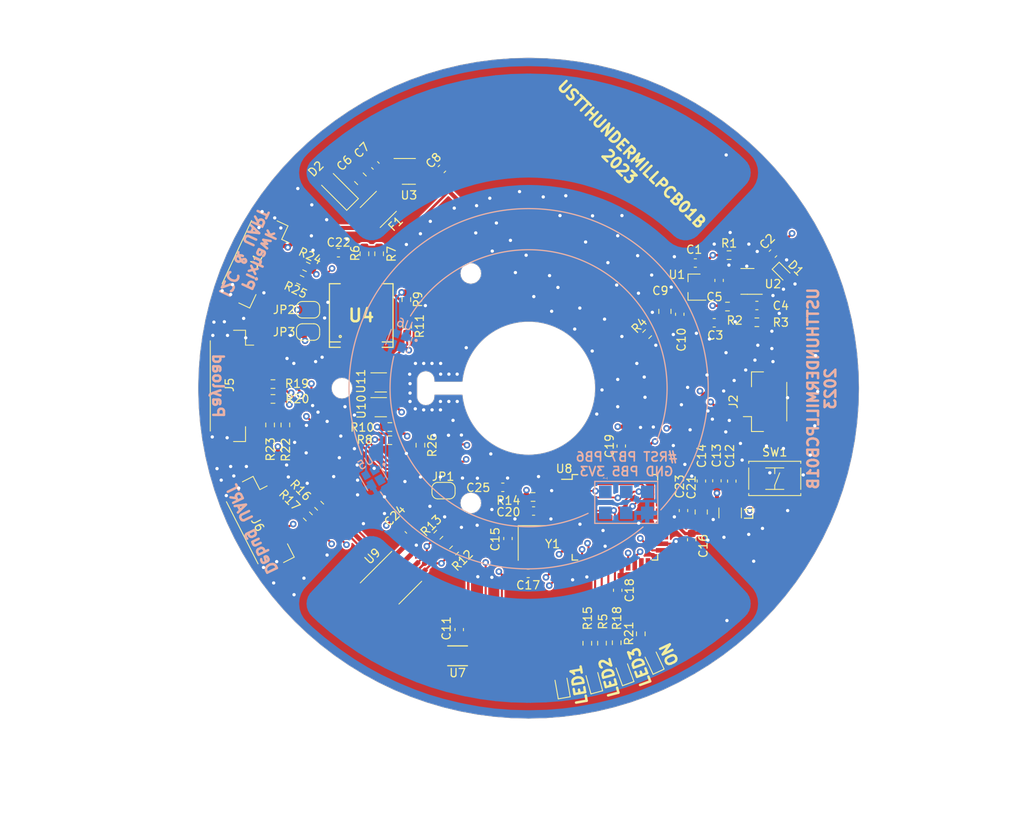
<source format=kicad_pcb>
(kicad_pcb (version 20211014) (generator pcbnew)
  (layers (0 "F.Cu" signal) (1 "In1.Cu" signal) (2 "In2.Cu" signal) (31 "B.Cu" signal) (34 "B.Paste" user) (35 "F.Paste" user) (36 "B.SilkS" user "B.Silkscreen") (37 "F.SilkS" user "F.Silkscreen") (38 "B.Mask" user) (39 "F.Mask" user) (44 "Edge.Cuts" user "Edge.All"))
  (net 0 "")
  (net 1 "Net-(C2-Pad2)")
  (net 2 "Net-(C4-Pad1)")
  (net 3 "+3.3VP")
  (net 4 "+5V")
  (net 5 "+3V3")
  (net 6 "Net-(C15-Pad1)")
  (net 7 "/CPU/AVCC")
  (net 8 "Net-(C17-Pad1)")
  (net 9 "Net-(C21-Pad1)")
  (net 10 "/CPU/RST#_P")
  (net 11 "Net-(D3-Pad2)")
  (net 12 "Net-(D4-Pad2)")
  (net 13 "/CPU/PB6")
  (net 14 "/CPU/PB7")
  (net 15 "/CPU/PB5")
  (net 16 "/CPU/TIMEPULSE")
  (net 17 "Net-(J6-Pad2)")
  (net 18 "Net-(J6-Pad3)")
  (net 19 "Net-(D5-Pad2)")
  (net 20 "Net-(R8-Pad2)")
  (net 21 "Net-(R9-Pad2)")
  (net 22 "Net-(C25-Pad1)")
  (net 23 "/CPU/PC1")
  (net 24 "/CPU/PC0")
  (net 25 "/CPU/RX0")
  (net 26 "/CPU/TX0")
  (net 27 "/CPU/TX1")
  (net 28 "/CPU/RX1")
  (net 29 "/CPU/LED_2")
  (net 30 "/CPU/LED_3")
  (net 31 "/CPU/BTN")
  (net 32 "/CPU/EXTINT")
  (net 33 "/CPU/GEO_STAT")
  (net 34 "Net-(J5-Pad4)")
  (net 35 "Net-(J5-Pad5)")
  (net 36 "/CPU/LED_1")
  (net 37 "ROTOR_GND")
  (net 38 "STATOR")
  (net 39 "PA1")
  (net 40 "PA0")
  (net 41 "COUNT_2")
  (net 42 "Net-(J1-Pad2)")
  (net 44 "Net-(J1-Pad3)")
  (net 61 "Net-(D6-Pad2)")
  (net 62 "SCL_RPM")
  (net 63 "SDA_RPM")
  (net 64 "Net-(J5-Pad6)")
  (net 65 "Net-(J5-Pad7)")
  (net 66 "Net-(J6-Pad5)")
  (net 67 "Net-(R10-Pad2)")
  (net 68 "Net-(R11-Pad2)")
  (net 69 "COUNT_1")
  (net 70 "Net-(R26-Pad2)")
  (net 72 "Net-(C6-Pad1)")
  (footprint "Mlab_IO:SOT176-1" (layer "F.Cu") (at 122.235 83.7)
    (fp_text reference "U4")
    (fp_text value "PCF8583" hide)
  )
  (footprint "Resistor_SMD:R_0603_1608Metric" (layer "F.Cu") (at 151.384 123.3704 90)
    (fp_text reference "R5")
    (fp_text value "2k2" hide)
  )
  (footprint "Resistor_SMD:R_0603_1608Metric" (layer "F.Cu") (at 129.4 99.4 -90)
    (property "Value" "33R")
    (fp_text reference "R26")
    (fp_text value "33R")
  )
  (footprint "Resistor_SMD:R_0603_1608Metric" (layer "F.Cu") (at 117.145637 106.731637 135)
    (fp_text reference "R16")
    (fp_text value "33R" hide)
  )
  (footprint "Capacitor_SMD:C_0603_1608Metric" (layer "F.Cu") (at 163.4192 103.74 90)
    (fp_text reference "C14")
    (fp_text value "100nF" hide)
  )
  (footprint "Capacitor_SMD:C_0805_2012Metric" (layer "F.Cu") (at 122.137249 67.146249 135)
    (fp_text reference "C6")
    (fp_text value "10uF" hide)
  )
  (footprint "LED_SMD:LED_0603_1608Metric" (layer "F.Cu") (at 150.368 127.889 105)
    (fp_text reference "D3" hide)
    (fp_text value "YELLOW")
  )
  (footprint "Resistor_SMD:R_0603_1608Metric" (layer "F.Cu") (at 156.083 122.237 90)
    (fp_text reference "R21")
    (fp_text value "2k2" hide)
  )
  (footprint "Resistor_SMD:R_0603_1608Metric" (layer "F.Cu") (at 127.7 81.775 90)
    (fp_text reference "R9")
    (fp_text value "100R" hide)
  )
  (footprint "LED_SMD:LED_0603_1608Metric" (layer "F.Cu") (at 157.607 125.476 115)
    (fp_text reference "D6" hide)
    (fp_text value "RED")
  )
  (footprint "Resistor_SMD:R_0603_1608Metric" (layer "F.Cu") (at 170.1352 84.5204)
    (fp_text reference "R3")
    (fp_text value "10k" hide)
  )
  (footprint "Resistor_SMD:R_0603_1608Metric" (layer "F.Cu") (at 166.7702 76.3924)
    (fp_text reference "R1")
    (fp_text value "10M" hide)
  )
  (footprint "LED_SMD:LED_0603_1608Metric" (layer "F.Cu") (at 146.558 128.524 100)
    (fp_text reference "D4" hide)
    (fp_text value "BLUE")
  )
  (footprint "Resistor_SMD:R_0603_1608Metric" (layer "F.Cu") (at 125.7 98.8 180)
    (fp_text reference "R8")
    (fp_text value "100R" hide)
  )
  (footprint "Resistor_SMD:R_0603_1608Metric" (layer "F.Cu") (at 115.597704 77.79866 155)
    (fp_text reference "R24")
    (fp_text value "33R")
  )
  (footprint "Capacitor_SMD:C_0603_1608Metric" (layer "F.Cu") (at 160.8 83.55 90)
    (fp_text reference "C10")
    (fp_text value "100nF" hide)
  )
  (footprint "Capacitor_SMD:C_0805_2012Metric" (layer "F.Cu") (at 159 83.2 90)
    (fp_text reference "C9")
    (fp_text value "10uF" hide)
  )
  (footprint "Capacitor_SMD:C_0805_2012Metric" (layer "F.Cu") (at 163.4008 107.49 -90)
    (fp_text reference "C21")
    (fp_text value "10uF" hide)
  )
  (footprint "Package_SO:SOIC-8_3.9x4.9mm_P1.27mm" (layer "F.Cu") (at 126.365 115.443 45)
    (fp_text reference "U9")
    (fp_text value "AT24CS64-SSHM" hide)
  )
  (footprint "Resistor_SMD:R_0603_1608Metric" (layer "F.Cu") (at 124.4 76.225 -90)
    (fp_text reference "R7")
    (fp_text value "10k" hide)
  )
  (footprint "Connector_JST:JST_GH_SM06B-GHS-TB_1x06-1MP_P1.25mm_Horizontal" (layer "F.Cu") (at 109.5 77.1 -115)
    (fp_text reference "J1")
    (fp_text value "SM06B-GHS-TB")
  )
  (footprint "Capacitor_SMD:C_0603_1608Metric" (layer "F.Cu") (at 153.72 99.5 90)
    (fp_text reference "C19")
    (fp_text value "100nF" hide)
  )
  (footprint "Jumper:SolderJumper-2_P1.3mm_Open_RoundedPad1.0x1.5mm" (layer "F.Cu") (at 115.8 85.7 180)
    (property "Value" "SolderJumper_2_Open")
    (fp_text reference "JP3")
    (fp_text value "SolderJumper_2_Open" hide)
  )
  (footprint "Package_TO_SOT_SMD:SOT-353_SC-70-5" (layer "F.Cu") (at 124.6 94.8)
    (fp_text reference "U10")
    (fp_text value "SN74LVC1G14QDCKRQ1" hide)
  )
  (footprint "Capacitor_SMD:C_0603_1608Metric" (layer "F.Cu") (at 142.45 114.92 180)
    (fp_text reference "C17")
    (fp_text value "15 pF" hide)
  )
  (footprint "Mlab_D:Diode-MiniMELF_Standard" (layer "F.Cu") (at 119.38 68.453 135)
    (fp_text reference "D2")
    (fp_text value "ZENER-6.2V" hide)
  )
  (footprint "Capacitor_SMD:C_0603_1608Metric" (layer "F.Cu") (at 140 110.7 -90)
    (fp_text reference "C15")
    (fp_text value "15 pF" hide)
  )
  (footprint "Inductor_SMD:L_1210_3225Metric" (layer "F.Cu") (at 166.9 107.6 -90)
    (fp_text reference "L1")
    (fp_text value "10uH - LQH32CN100K23L" hide)
  )
  (footprint "Jumper:SolderJumper-2_P1.3mm_Open_RoundedPad1.0x1.5mm" (layer "F.Cu") (at 115.8 83 180)
    (property "Value" "SolderJumper_2_Open")
    (fp_text reference "JP2")
    (fp_text value "SolderJumper_2_Open" hide)
  )
  (footprint "Capacitor_SMD:C_0603_1608Metric" (layer "F.Cu") (at 132 65.95 45)
    (fp_text reference "C8")
    (fp_text value "1uF" hide)
  )
  (footprint "Resistor_SMD:R_0603_1608Metric" (layer "F.Cu") (at 111.55 92 180)
    (fp_text reference "R19")
    (fp_text value "100R" hide)
  )
  (footprint "Package_TO_SOT_SMD:SOT-23-5" (layer "F.Cu") (at 128 66.25)
    (fp_text reference "U3")
    (fp_text value "MIC5504-3.3YM5" hide)
  )
  (footprint "Package_TO_SOT_SMD:SOT-23" (layer "F.Cu") (at 162.56 80.264 180)
    (fp_text reference "U1")
    (fp_text value "ISL21080DIH312Z-TK  1V25" hide)
  )
  (footprint "Resistor_SMD:R_0603_1608Metric" (layer "F.Cu") (at 125.7 97.2 180)
    (fp_text reference "R10")
    (fp_text value "4k7" hide)
  )
  (footprint "Capacitor_SMD:C_0603_1608Metric" (layer "F.Cu") (at 153.289 116.967 -90)
    (fp_text reference "C18")
    (fp_text value "100nF" hide)
  )
  (footprint "Jumper:SolderJumper-2_P1.3mm_Bridged_RoundedPad1.0x1.5mm" (layer "F.Cu") (at 132.2 104.9 180)
    (property "Value" "SolderJumper_2_Bridged")
    (fp_text reference "JP1")
    (fp_text value "SolderJumper_2_Bridged" hide)
  )
  (footprint "Mlab_SW:KMT031 NGJ LHS C&K" (layer "F.Cu") (at 172.3 103.45)
    (fp_text reference "SW1")
    (fp_text value "KMT031 NGJ LHS C&K" hide)
  )
  (footprint "Package_TO_SOT_SMD:SOT-353_SC-70-5" (layer "F.Cu") (at 124.6 91.8)
    (fp_text reference "U11")
    (fp_text value "SN74LVC1G14QDCKRQ1" hide)
  )
  (footprint "Package_QFP:TQFP-44_10x10mm_P0.8mm" (layer "F.Cu") (at 152.9508 108.13)
    (fp_text reference "U8")
    (fp_text value "ATMEGA1284P-AU" hide)
  )
  (footprint "Diode_SMD:D_SOD-523" (layer "F.Cu") (at 173.228 78.486 -45)
    (fp_text reference "D1")
    (fp_text value "UCLAMP3301H.TCT" hide)
  )
  (footprint "Capacitor_SMD:C_0603_1608Metric" (layer "F.Cu") (at 170.1352 82.4884)
    (fp_text reference "C4")
    (fp_text value "1nF" hide)
  )
  (footprint "Resistor_SMD:R_0603_1608Metric" (layer "F.Cu") (at 131.572 110.236 -135)
    (fp_text reference "R13")
    (fp_text value "10k" hide)
  )
  (footprint "Resistor_SMD:R_0603_1608Metric" (layer "F.Cu") (at 122.622 76.225 -90)
    (fp_text reference "R6")
    (fp_text value "10k" hide)
  )
  (footprint "Capacitor_SMD:C_0603_1608Metric" (layer "F.Cu") (at 162.25 110.85 -90)
    (fp_text reference "C16")
    (fp_text value "100nF" hide)
  )
  (footprint "Capacitor_SMD:C_0603_1608Metric" (layer "F.Cu") (at 164.973 84.582)
    (fp_text reference "C3")
    (fp_text value "100nF" hide)
  )
  (footprint "Connector_JST:JST_GH_SM06B-GHS-TB_1x06-1MP_P1.25mm_Horizontal" (layer "F.Cu") (at 110.109 108.839 -63)
    (fp_text reference "J6")
    (fp_text value "SM06B-GHS-TB")
  )
  (footprint "Resistor_SMD:R_0603_1608Metric" (layer "F.Cu") (at 133.477 112.141 -135)
    (fp_text reference "R12")
    (fp_text value "10k" hide)
  )
  (footprint "Capacitor_SMD:C_0603_1608Metric" (layer "F.Cu") (at 161.2508 107.315 -90)
    (fp_text reference "C23")
    (fp_text value "100nF" hide)
  )
  (footprint "Package_TO_SOT_SMD:SOT-23-5" (layer "F.Cu") (at 168.9922 79.5674 180)
    (fp_text reference "U2")
    (fp_text value "OPA314" hide)
  )
  (footprint "Mlab_XTAL:Crystal SMD CFPX-180" (layer "F.Cu") (at 142.8916 111.2414 -90)
    (fp_text reference "Y1")
    (fp_text value "16MHz" hide)
  )
  (footprint "Capacitor_SMD:C_0603_1608Metric" (layer "F.Cu") (at 119.475 76.1 180)
    (fp_text reference "C22")
    (fp_text value "100nF" hide)
  )
  (footprint "Connector_JST:JST_GH_SM03B-GHS-TB_1x03-1MP_P1.25mm_Horizontal" (layer "F.Cu") (at 171.196 94.1324 90)
    (fp_text reference "J2")
    (fp_text value "SM03B-GHS-TB" hide)
  )
  (footprint "Resistor_SMD:R_0603_1608Metric" (layer "F.Cu") (at 166.5792 82.6154)
    (fp_text reference "R2")
    (fp_text value "2k2" hide)
  )
  (footprint "Capacitor_SMD:C_0603_1608Metric" (layer "F.Cu") (at 162.687 77.343 180)
    (fp_text reference "C1")
    (fp_text value "100nF" hide)
  )
  (footprint "Resistor_SMD:R_0603_1608Metric" (layer "F.Cu") (at 113.05 96.95 90)
    (fp_text reference "R22")
    (fp_text value "33R")
  )
  (footprint "Resistor_SMD:R_0603_1608Metric" (layer "F.Cu") (at 111.2 96.95 90)
    (fp_text reference "R23")
    (fp_text value "33R")
  )
  (footprint "Resistor_SMD:R_0603_1608Metric" (layer "F.Cu") (at 127.8 85 -90)
    (fp_text reference "R11")
    (fp_text value "4k7" hide)
  )
  (footprint "Resistor_SMD:R_0603_1608Metric" (layer "F.Cu") (at 153.162 123.317 90)
    (fp_text reference "R18")
    (fp_text value "2k2" hide)
  )
  (footprint "Capacitor_SMD:C_0603_1608Metric" (layer "F.Cu") (at 165.5632 79.4534 -90)
    (fp_text reference "C5")
    (fp_text value "100nF" hide)
  )
  (footprint "Capacitor_SMD:C_0603_1608Metric" (layer "F.Cu") (at 143.1 107.37 180)
    (fp_text reference "C20")
    (fp_text value "100nF" hide)
  )
  (footprint "Capacitor_SMD:C_0603_1608Metric" (layer "F.Cu") (at 139.375 104.5)
    (property "Value" "4u7")
    (fp_text reference "C25")
    (fp_text value "4u7")
  )
  (footprint "Resistor_SMD:R_0603_1608Metric" (layer "F.Cu") (at 114.852296 79.40134 155)
    (fp_text reference "R25")
    (fp_text value "33R")
  )
  (footprint "Capacitor_SMD:C_0603_1608Metric" (layer "F.Cu") (at 134.1 121.725 90)
    (fp_text reference "C11")
    (fp_text value "100nF" hide)
  )
  (footprint "Capacitor_SMD:C_0603_1608Metric" (layer "F.Cu") (at 172.085 76.2 -135)
    (fp_text reference "C2")
    (fp_text value "100nF" hide)
  )
  (footprint "Capacitor_SMD:C_0603_1608Metric" (layer "F.Cu") (at 165.2992 103.71 90)
    (fp_text reference "C13")
    (fp_text value "100nF" hide)
  )
  (footprint "Resistor_SMD:R_0603_1608Metric" (layer "F.Cu") (at 115.772363 108.025363 135)
    (fp_text reference "R17")
    (fp_text value "33R" hide)
  )
  (footprint "Resistor_SMD:R_0603_1608Metric" (layer "F.Cu") (at 111.55 93.8 180)
    (fp_text reference "R20")
    (fp_text value "100R" hide)
  )
  (footprint "Resistor_SMD:R_0603_1608Metric" (layer "F.Cu") (at 143.04 105.67 180)
    (fp_text reference "R14")
    (fp_text value "10k" hide)
  )
  (footprint "Capacitor_SMD:C_0603_1608Metric" (layer "F.Cu") (at 128 109.6 135)
    (fp_text reference "C24")
    (fp_text value "100nF" hide)
  )
  (footprint "Fuse:Fuse_1812_4532Metric" (layer "F.Cu") (at 124.3 70.85 45)
    (fp_text reference "F1")
    (fp_text value "350mA")
  )
  (footprint "Resistor_SMD:R_0603_1608Metric" (layer "F.Cu") (at 149.606 123.38 90)
    (fp_text reference "R15")
    (fp_text value "2k2" hide)
  )
  (footprint "Capacitor_SMD:C_0603_1608Metric" (layer "F.Cu") (at 123.952 65.532 135)
    (fp_text reference "C7")
    (fp_text value "1uF" hide)
  )
  (footprint "Resistor_SMD:R_0603_1608Metric" (layer "F.Cu") (at 156.85 85.95 -135)
    (fp_text reference "R4")
    (fp_text value "100R" hide)
  )
  (footprint "Mlab_IO:DFN-8-1EP_2.4x2.4mm_Pitch0.5mm" (layer "F.Cu") (at 133.9 124.9 180)
    (fp_text reference "U7")
    (fp_text value "SHT31" hide)
  )
  (footprint "Capacitor_SMD:C_0603_1608Metric" (layer "F.Cu") (at 167.1 103.75 90)
    (fp_text reference "C12")
    (fp_text value "100nF" hide)
  )
  (footprint "Connector_JST:JST_GH_SM08B-GHS-TB_1x08-1MP_P1.25mm_Horizontal" (layer "F.Cu") (at 106.518484 92.223129 -90)
    (fp_text reference "J5")
    (fp_text value "SM08B-GHS-TB")
  )
  (footprint "LED_SMD:LED_0603_1608Metric" (layer "F.Cu") (at 154.051 126.873 110)
    (fp_text reference "D5" hide)
    (fp_text value "GREEN")
  )
  (footprint "Mlab_IO:XDCR_VCNT2020" (layer "B.Cu") (at 126.813133 86.781464 160)
    (fp_text reference "U6")
    (fp_text value "VCNT2020" hide)
  )
  (footprint "Mlab_IO:XDCR_VCNT2020" (layer "B.Cu") (at 123.713249 103.3432 -150)
    (fp_text reference "U5")
    (fp_text value "VCNT2020")
  )
  (footprint "Mlab_Pin_Headers:SMD_2x03" (layer "B.Cu") (at 154.3224 106.3258 -90)
    (fp_text reference "J4" hide)
    (fp_text value "HEADER_2x03" hide)
  )
  (gr_line (start 138.527912 54.708198) (end 136.659294 54.954196) (layer "B.Cu") (width 0.1))
  (gr_line (start 161.711994 74.485898) (end 162.120994 74.398998) (layer "B.Cu") (width 0.1))
  (gr_line (start 168.458099 64.764596) (end 168.025695 64.354196) (layer "B.Cu") (width 0.1))
  (gr_line (start 121.892993 60.575796) (end 120.339693 61.643295) (layer "B.Cu") (width 0.1))
  (gr_line (start 160.164695 73.9832) (end 160.502994 74.228899) (layer "B.Cu") (width 0.1))
  (gr_line (start 165.050689 71.657398) (end 165.828193 70.838998) (layer "B.Cu") (width 0.1))
  (gr_line (start 116.974292 64.354194) (end 116.541893 64.764595) (layer "B.Cu") (width 0.1))
  (gr_line (start 161.499992 59.590997) (end 159.843692 58.691698) (layer "B.Cu") (width 0.1))
  (gr_line (start 162.120994 74.398998) (end 162.502994 74.228899) (layer "B.Cu") (width 0.1))
  (gr_line (start 138.391468 67.228796) (end 139.824069 67.040195) (layer "B.Cu") (width 0.1))
  (gr_line (start 127.239393 57.710296) (end 126.857492 57.880296) (layer "B.Cu") (width 0.1))
  (gr_line (start 145.175926 67.040195) (end 146.608528 67.228796) (layer "B.Cu") (width 0.1))
  (gr_line (start 142.290935 54.510997) (end 140.406845 54.560298) (layer "B.Cu") (width 0.1))
  (gr_line (start 127.449497 71.784698) (end 128.467998 71.084697) (layer "B.Cu") (width 0.1))
  (gr_line (start 162.502994 74.228899) (end 162.841194 73.9832) (layer "B.Cu") (width 0.1))
  (gr_line (start 151.772918 68.635295) (end 152.914695 69.108196) (layer "B.Cu") (width 0.1))
  (gr_line (start 166.545394 70.083999) (end 167.2005 69.394498) (layer "B.Cu") (width 0.1))
  (gr_line (start 116.974292 64.354194) (end 116.541893 64.764595) (layer "B.Cu") (width 0.1))
  (gr_line (start 163.323493 73.475498) (end 164.214996 72.537097) (layer "B.Cu") (width 0.1))
  (gr_line (start 162.502994 74.228899) (end 162.841194 73.9832) (layer "B.Cu") (width 0.1))
  (gr_line (start 115.757193 66.824794) (end 115.886393 67.222394) (layer "B.Cu") (width 0.1))
  (gr_line (start 115.886393 67.222394) (end 116.095493 67.584495) (layer "B.Cu") (width 0.1))
  (gr_line (start 157.760589 57.710298) (end 156.01929 56.988998) (layer "B.Cu") (width 0.1))
  (gr_line (start 168.025695 64.354196) (end 167.926994 64.260496) (layer "B.Cu") (width 0.1))
  (gr_line (start 119.949293 71.657396) (end 120.784994 72.537096) (layer "B.Cu") (width 0.1))
  (gr_line (start 146.472072 54.708198) (end 144.593143 54.560298) (layer "B.Cu") (width 0.1))
  (gr_line (start 150.410835 68.152996) (end 151.772918 68.635295) (layer "B.Cu") (width 0.1))
  (gr_line (start 160.884895 74.398998) (end 161.293895 74.485898) (layer "B.Cu") (width 0.1))
  (gr_line (start 169.242797 66.824796) (end 169.286499 66.408996) (layer "B.Cu") (width 0.1))
  (gr_line (start 161.293895 74.485898) (end 161.711994 74.485898) (layer "B.Cu") (width 0.1))
  (gr_line (start 159.629695 73.475498) (end 160.164695 73.9832) (layer "B.Cu") (width 0.1))
  (gr_line (start 117.666593 63.753494) (end 117.358293 64.016794) (layer "B.Cu") (width 0.1))
  (gr_line (start 162.841194 73.9832) (end 163.323493 73.475498) (layer "B.Cu") (width 0.1))
  (gr_line (start 121.892993 60.575796) (end 120.339693 61.643295) (layer "B.Cu") (width 0.1))
  (gr_line (start 150.19387 55.297595) (end 148.34069 54.954196) (layer "B.Cu") (width 0.1))
  (gr_line (start 169.242797 65.993097) (end 169.113594 65.595497) (layer "B.Cu") (width 0.1))
  (gr_line (start 167.2005 69.394498) (end 167.791397 68.772397) (layer "B.Cu") (width 0.1))
  (gr_line (start 123.706092 74.485897) (end 124.115097 74.398998) (layer "B.Cu") (width 0.1))
  (gr_line (start 116.095493 65.233394) (end 115.886393 65.595495) (layer "B.Cu") (width 0.1))
  (gr_line (start 142.709049 54.510997) (end 142.290935 54.510997) (layer "B.Cu") (width 0.1))
  (gr_line (start 161.711994 74.485898) (end 162.120994 74.398998) (layer "B.Cu") (width 0.1))
  (gr_line (start 125.370298 73.475498) (end 126.468997 72.537097) (layer "B.Cu") (width 0.1))
  (gr_line (start 161.499992 59.590997) (end 159.843692 58.691698) (layer "B.Cu") (width 0.1))
  (gr_line (start 156.531997 71.084697) (end 157.550498 71.784698) (layer "B.Cu") (width 0.1))
  (gr_line (start 129.699998 70.329797) (end 130.969898 69.640296) (layer "B.Cu") (width 0.1))
  (gr_line (start 118.064493 63.413694) (end 118.020193 63.451494) (layer "B.Cu") (width 0.1))
  (gr_line (start 128.467998 71.084697) (end 129.699998 70.329797) (layer "B.Cu") (width 0.1))
  (gr_line (start 132.085296 69.108196) (end 133.227077 68.635295) (layer "B.Cu") (width 0.1))
  (gr_line (start 118.064493 63.413694) (end 118.020193 63.451494) (layer "B.Cu") (width 0.1))
  (gr_line (start 116.541893 64.764595) (end 116.375293 64.922695) (layer "B.Cu") (width 0.1))
  (gr_line (start 160.884895 74.398998) (end 161.293895 74.485898) (layer "B.Cu") (width 0.1))
  (gr_line (start 133.227077 68.635295) (end 134.589157 68.152996) (layer "B.Cu") (width 0.1))
  (gr_line (start 120.784994 72.537096) (end 121.676494 73.475496) (layer "B.Cu") (width 0.1))
  (gr_line (start 122.158794 73.983196) (end 122.496994 74.228897) (layer "B.Cu") (width 0.1))
  (gr_line (start 116.095493 67.584495) (end 116.375293 67.895296) (layer "B.Cu") (width 0.1))
  (gr_line (start 115.757193 65.993095) (end 115.713493 66.408994) (layer "B.Cu") (width 0.1))
  (gr_line (start 154.242591 56.359897) (end 152.435512 55.824596) (layer "B.Cu") (width 0.1))
  (gr_line (start 163.323493 73.475498) (end 164.214996 72.537097) (layer "B.Cu") (width 0.1))
  (gr_line (start 116.683292 68.219495) (end 117.208593 68.772396) (layer "B.Cu") (width 0.1))
  (gr_line (start 130.969898 69.640296) (end 132.085296 69.108196) (layer "B.Cu") (width 0.1))
  (gr_line (start 124.496997 74.228897) (end 124.835298 73.983198) (layer "B.Cu") (width 0.1))
  (gr_line (start 138.391468 67.228796) (end 139.824069 67.040195) (layer "B.Cu") (width 0.1))
  (gr_line (start 154.242591 56.359897) (end 152.435512 55.824596) (layer "B.Cu") (width 0.1))
  (gr_line (start 120.784994 72.537096) (end 121.676494 73.475496) (layer "B.Cu") (width 0.1))
  (gr_line (start 169.113594 65.595497) (end 168.904495 65.233396) (layer "B.Cu") (width 0.1))
  (gr_line (start 121.676494 73.475496) (end 122.158794 73.983196) (layer "B.Cu") (width 0.1))
  (gr_line (start 121.892993 60.575796) (end 120.339693 61.643295) (layer "B.Cu") (width 0.1))
  (gr_line (start 136.659294 54.954196) (end 134.806114 55.297595) (layer "B.Cu") (width 0.1))
  (gr_line (start 158.142494 57.880298) (end 157.760589 57.710298) (layer "B.Cu") (width 0.1))
  (gr_line (start 120.339693 61.643295) (end 120.001493 61.889095) (layer "B.Cu") (width 0.1))
  (gr_line (start 122.496994 74.228897) (end 122.878993 74.398996) (layer "B.Cu") (width 0.1))
  (gr_line (start 133.227077 68.635295) (end 134.589157 68.152996) (layer "B.Cu") (width 0.1))
  (gr_line (start 167.791397 68.772397) (end 168.316696 68.219497) (layer "B.Cu") (width 0.1))
  (gr_line (start 167.2005 69.394498) (end 167.791397 68.772397) (layer "B.Cu") (width 0.1))
  (gr_line (start 125.156293 58.691696) (end 123.499992 59.590995) (layer "B.Cu") (width 0.1))
  (gr_line (start 160.164695 73.9832) (end 160.502994 74.228899) (layer "B.Cu") (width 0.1))
  (gr_line (start 134.806114 55.297595) (end 134.397144 55.384597) (layer "B.Cu") (width 0.1))
  (gr_line (start 144.593143 54.560298) (end 142.709049 54.510997) (layer "B.Cu") (width 0.1))
  (gr_line (start 144.593143 54.560298) (end 142.709049 54.510997) (layer "B.Cu") (width 0.1))
  (gr_line (start 169.113594 67.222396) (end 169.242797 66.824796) (layer "B.Cu") (width 0.1))
  (gr_line (start 162.841194 73.9832) (end 163.323493 73.475498) (layer "B.Cu") (width 0.1))
  (gr_line (start 124.115097 74.398998) (end 124.115097 74.398998) (layer "B.Cu") (width 0.1))
  (gr_line (start 115.757193 65.993095) (end 115.713493 66.408994) (layer "B.Cu") (width 0.1))
  (gr_line (start 152.914695 69.108196) (end 154.030097 69.640296) (layer "B.Cu") (width 0.1))
  (gr_line (start 124.115097 74.398998) (end 124.115097 74.398998) (layer "B.Cu") (width 0.1))
  (gr_line (start 125.370298 73.475498) (end 126.468997 72.537097) (layer "B.Cu") (width 0.1))
  (gr_line (start 116.095493 67.584495) (end 116.375293 67.895296) (layer "B.Cu") (width 0.1))
  (gr_line (start 168.316696 68.219497) (end 168.624694 67.895298) (layer "B.Cu") (width 0.1))
  (gr_line (start 168.904495 67.584497) (end 169.113594 67.222396) (layer "B.Cu") (width 0.1))
  (gr_line (start 150.602844 55.384597) (end 150.19387 55.297595) (layer "B.Cu") (width 0.1))
  (gr_line (start 166.493789 63.036497) (end 164.998489 61.889097) (layer "B.Cu") (width 0.1))
  (gr_line (start 149.025367 67.742595) (end 150.410835 68.152996) (layer "B.Cu") (width 0.1))
  (gr_line (start 126.468997 72.537097) (end 127.449497 71.784698) (layer "B.Cu") (width 0.1))
  (gr_line (start 115.886393 65.595495) (end 115.757193 65.993095) (layer "B.Cu") (width 0.1))
  (gr_line (start 142.5 66.894495) (end 143.73542 66.926895) (layer "B.Cu") (width 0.1))
  (gr_line (start 169.242797 66.824796) (end 169.286499 66.408996) (layer "B.Cu") (width 0.1))
  (gr_line (start 160.502994 74.228899) (end 160.884895 74.398998) (layer "B.Cu") (width 0.1))
  (gr_line (start 124.496997 74.228897) (end 124.835298 73.983198) (layer "B.Cu") (width 0.1))
  (gr_line (start 169.242797 66.824796) (end 169.286499 66.408996) (layer "B.Cu") (width 0.1))
  (gr_line (start 158.142494 57.880298) (end 157.760589 57.710298) (layer "B.Cu") (width 0.1))
  (gr_line (start 161.711994 74.485898) (end 162.120994 74.398998) (layer "B.Cu") (width 0.1))
  (gr_line (start 119.949293 71.657396) (end 120.784994 72.537096) (layer "B.Cu") (width 0.1))
  (gr_line (start 160.884895 74.398998) (end 161.293895 74.485898) (layer "B.Cu") (width 0.1))
  (gr_line (start 124.115097 74.398998) (end 124.115097 74.398998) (layer "B.Cu") (width 0.1))
  (gr_line (start 146.472072 54.708198) (end 144.593143 54.560298) (layer "B.Cu") (width 0.1))
  (gr_line (start 124.115097 74.398998) (end 124.496997 74.228897) (layer "B.Cu") (width 0.1))
  (gr_line (start 124.496997 74.228897) (end 124.835298 73.983198) (layer "B.Cu") (width 0.1))
  (gr_line (start 167.333389 63.753496) (end 167.112487 63.564895) (layer "B.Cu") (width 0.1))
  (gr_line (start 115.757193 66.824794) (end 115.886393 67.222394) (layer "B.Cu") (width 0.1))
  (gr_line (start 129.699998 70.329797) (end 130.969898 69.640296) (layer "B.Cu") (width 0.1))
  (gr_line (start 169.113594 65.595497) (end 168.904495 65.233396) (layer "B.Cu") (width 0.1))
  (gr_line (start 130.757392 56.359895) (end 128.980693 56.988996) (layer "B.Cu") (width 0.1))
  (gr_line (start 118.506193 63.036495) (end 118.064493 63.413694) (layer "B.Cu") (width 0.1))
  (gr_line (start 116.541893 64.764595) (end 116.375293 64.922695) (layer "B.Cu") (width 0.1))
  (gr_line (start 157.760589 57.710298) (end 156.01929 56.988998) (layer "B.Cu") (width 0.1))
  (gr_line (start 151.772918 68.635295) (end 152.914695 69.108196) (layer "B.Cu") (width 0.1))
  (gr_line (start 166.979789 63.451496) (end 166.935485 63.413696) (layer "B.Cu") (width 0.1))
  (gr_line (start 130.969898 69.640296) (end 132.085296 69.108196) (layer "B.Cu") (width 0.1))
  (gr_line (start 116.974292 64.354194) (end 116.541893 64.764595) (layer "B.Cu") (width 0.1))
  (gr_line (start 136.659294 54.954196) (end 134.806114 55.297595) (layer "B.Cu") (width 0.1))
  (gr_line (start 162.502994 74.228899) (end 162.841194 73.9832) (layer "B.Cu") (width 0.1))
  (gr_line (start 138.391468 67.228796) (end 139.824069 67.040195) (layer "B.Cu") (width 0.1))
  (gr_line (start 163.323493 73.475498) (end 164.214996 72.537097) (layer "B.Cu") (width 0.1))
  (gr_line (start 160.164695 73.9832) (end 160.502994 74.228899) (layer "B.Cu") (width 0.1))
  (gr_line (start 134.806114 55.297595) (end 134.397144 55.384597) (layer "B.Cu") (width 0.1))
  (gr_line (start 163.10699 60.575798) (end 161.499992 59.590997) (layer "B.Cu") (width 0.1))
  (gr_line (start 125.156293 58.691696) (end 123.499992 59.590995) (layer "B.Cu") (width 0.1))
  (gr_line (start 148.34069 54.954196) (end 146.472072 54.708198) (layer "B.Cu") (width 0.1))
  (gr_line (start 117.799493 69.394496) (end 118.454593 70.083997) (layer "B.Cu") (width 0.1))
  (gr_line (start 117.072994 64.260494) (end 116.974292 64.354194) (layer "B.Cu") (width 0.1))
  (gr_line (start 116.375293 67.895296) (end 116.683292 68.219495) (layer "B.Cu") (width 0.1))
  (gr_line (start 115.713493 66.408994) (end 115.757193 66.824794) (layer "B.Cu") (width 0.1))
  (gr_line (start 168.904495 67.584497) (end 169.113594 67.222396) (layer "B.Cu") (width 0.1))
  (gr_line (start 150.410835 68.152996) (end 151.772918 68.635295) (layer "B.Cu") (width 0.1))
  (gr_line (start 117.358293 64.016794) (end 117.072994 64.260494) (layer "B.Cu") (width 0.1))
  (gr_line (start 115.757193 66.824794) (end 115.886393 67.222394) (layer "B.Cu") (width 0.1))
  (gr_line (start 164.998489 61.889097) (end 164.660293 61.643297) (layer "B.Cu") (width 0.1))
  (gr_line (start 133.227077 68.635295) (end 134.589157 68.152996) (layer "B.Cu") (width 0.1))
  (gr_line (start 142.290935 54.510997) (end 140.406845 54.560298) (layer "B.Cu") (width 0.1))
  (gr_line (start 168.316696 68.219497) (end 168.624694 67.895298) (layer "B.Cu") (width 0.1))
  (gr_line (start 116.683292 68.219495) (end 117.208593 68.772396) (layer "B.Cu") (width 0.1))
  (gr_line (start 141.264579 66.926895) (end 142.5 66.894495) (layer "B.Cu") (width 0.1))
  (gr_line (start 159.843692 58.691698) (end 158.142494 57.880298) (layer "B.Cu") (width 0.1))
  (gr_line (start 150.602844 55.384597) (end 150.19387 55.297595) (layer "B.Cu") (width 0.1))
  (gr_line (start 137.17633 67.454095) (end 138.391468 67.228796) (layer "B.Cu") (width 0.1))
  (gr_line (start 116.683292 68.219495) (end 117.208593 68.772396) (layer "B.Cu") (width 0.1))
  (gr_line (start 125.156293 58.691696) (end 123.499992 59.590995) (layer "B.Cu") (width 0.1))
  (gr_line (start 116.095493 65.233394) (end 115.886393 65.595495) (layer "B.Cu") (width 0.1))
  (gr_line (start 156.531997 71.084697) (end 157.550498 71.784698) (layer "B.Cu") (width 0.1))
  (gr_line (start 161.711994 74.485898) (end 162.120994 74.398998) (layer "B.Cu") (width 0.1))
  (gr_line (start 124.835298 73.983198) (end 125.370298 73.475498) (layer "B.Cu") (width 0.1))
  (gr_line (start 168.624694 64.922697) (end 168.458099 64.764596) (layer "B.Cu") (width 0.1))
  (gr_line (start 167.641693 64.016796) (end 167.333389 63.753496) (layer "B.Cu") (width 0.1))
  (gr_line (start 146.472072 54.708198) (end 144.593143 54.560298) (layer "B.Cu") (width 0.1))
  (gr_line (start 157.760589 57.710298) (end 156.01929 56.988998) (layer "B.Cu") (width 0.1))
  (gr_line (start 140.406845 54.560298) (end 138.527912 54.708198) (layer "B.Cu") (width 0.1))
  (gr_line (start 137.17633 67.454095) (end 138.391468 67.228796) (layer "B.Cu") (width 0.1))
  (gr_line (start 143.73542 66.926895) (end 145.175926 67.040195) (layer "B.Cu") (width 0.1))
  (gr_line (start 117.666593 63.753494) (end 117.358293 64.016794) (layer "B.Cu") (width 0.1))
  (gr_line (start 163.10699 60.575798) (end 161.499992 59.590997) (layer "B.Cu") (width 0.1))
  (gr_line (start 158.142494 57.880298) (end 157.760589 57.710298) (layer "B.Cu") (width 0.1))
  (gr_line (start 122.878993 74.398996) (end 123.287994 74.485897) (layer "B.Cu") (width 0.1))
  (gr_line (start 166.935485 63.413696) (end 166.493789 63.036497) (layer "B.Cu") (width 0.1))
  (gr_line (start 155.299995 70.329797) (end 156.531997 71.084697) (layer "B.Cu") (width 0.1))
  (gr_line (start 116.375293 64.922695) (end 116.095493 65.233394) (layer "B.Cu") (width 0.1))
  (gr_line (start 164.998489 61.889097) (end 164.660293 61.643297) (layer "B.Cu") (width 0.1))
  (gr_line (start 154.030097 69.640296) (end 155.299995 70.329797) (layer "B.Cu") (width 0.1))
  (gr_line (start 167.333389 63.753496) (end 167.112487 63.564895) (layer "B.Cu") (width 0.1))
  (gr_line (start 117.799493 69.394496) (end 118.454593 70.083997) (layer "B.Cu") (width 0.1))
  (gr_line (start 122.496994 74.228897) (end 122.878993 74.398996) (layer "B.Cu") (width 0.1))
  (gr_line (start 159.843692 58.691698) (end 158.142494 57.880298) (layer "B.Cu") (width 0.1))
  (gr_line (start 140.406845 54.560298) (end 138.527912 54.708198) (layer "B.Cu") (width 0.1))
  (gr_line (start 127.239393 57.710296) (end 126.857492 57.880296) (layer "B.Cu") (width 0.1))
  (gr_line (start 143.73542 66.926895) (end 145.175926 67.040195) (layer "B.Cu") (width 0.1))
  (gr_line (start 117.358293 64.016794) (end 117.072994 64.260494) (layer "B.Cu") (width 0.1))
  (gr_line (start 162.841194 73.9832) (end 163.323493 73.475498) (layer "B.Cu") (width 0.1))
  (gr_line (start 167.333389 63.753496) (end 167.112487 63.564895) (layer "B.Cu") (width 0.1))
  (gr_line (start 166.979789 63.451496) (end 166.935485 63.413696) (layer "B.Cu") (width 0.1))
  (gr_line (start 152.914695 69.108196) (end 154.030097 69.640296) (layer "B.Cu") (width 0.1))
  (gr_line (start 129.699998 70.329797) (end 130.969898 69.640296) (layer "B.Cu") (width 0.1))
  (gr_line (start 115.757193 65.993095) (end 115.713493 66.408994) (layer "B.Cu") (width 0.1))
  (gr_line (start 122.878993 74.398996) (end 123.287994 74.485897) (layer "B.Cu") (width 0.1))
  (gr_line (start 168.904495 67.584497) (end 169.113594 67.222396) (layer "B.Cu") (width 0.1))
  (gr_line (start 128.980693 56.988996) (end 127.239393 57.710296) (layer "B.Cu") (width 0.1))
  (gr_line (start 117.799493 69.394496) (end 118.454593 70.083997) (layer "B.Cu") (width 0.1))
  (gr_poly (pts (xy 124.115097 74.398998) (xy 124.496997 74.228897) (xy 124.835298 73.983198) (xy 125.370298 73.475498) (xy 126.468997 72.537097) (xy 127.449497 71.784698) (xy 128.467998 71.084697) (xy 129.699998 70.329797) (xy 130.969898 69.640296) (xy 132.085296 69.108196) (xy 133.227077 68.635295) (xy 134.589157 68.152996) (xy 135.974628 67.742595) (xy 137.17633 67.454095) (xy 138.391468 67.228796) (xy 139.824069 67.040195) (xy 141.264579 66.926895) (xy 142.5 66.894495) (xy 143.73542 66.926895) (xy 145.175926 67.040195) (xy 146.608528 67.228796) (xy 147.823669 67.454095) (xy 149.025367 67.742595) (xy 150.410835 68.152996) (xy 151.772918 68.635295) (xy 152.914695 69.108196) (xy 154.030097 69.640296) (xy 155.299995 70.329797) (xy 156.531997 71.084697) (xy 157.550498 71.784698) (xy 158.530998 72.537097) (xy 159.629695 73.475498) (xy 160.164695 73.9832) (xy 160.502994 74.228899) (xy 160.884895 74.398998) (xy 161.293895 74.485898) (xy 161.711994 74.485898) (xy 162.120994 74.398998) (xy 162.502994 74.228899) (xy 162.841194 73.9832) (xy 163.323493 73.475498) (xy 164.214996 72.537097) (xy 165.050689 71.657398) (xy 165.828193 70.838998) (xy 166.545394 70.083999) (xy 167.2005 69.394498) (xy 167.791397 68.772397) (xy 168.316696 68.219497) (xy 168.624694 67.895298) (xy 168.904495 67.584497) (xy 169.113594 67.222396) (xy 169.242797 66.824796) (xy 169.286499 66.408996) (xy 169.242797 65.993097) (xy 169.113594 65.595497) (xy 168.904495 65.233396) (xy 168.624694 64.922697) (xy 168.458099 64.764596) (xy 168.025695 64.354196) (xy 167.926994 64.260496) (xy 167.641693 64.016796) (xy 167.333389 63.753496) (xy 167.112487 63.564895) (xy 166.979789 63.451496) (xy 166.935485 63.413696) (xy 166.493789 63.036497) (xy 164.998489 61.889097) (xy 164.660293 61.643297) (xy 163.10699 60.575798) (xy 161.499992 59.590997) (xy 159.843692 58.691698) (xy 158.142494 57.880298) (xy 157.760589 57.710298) (xy 156.01929 56.988998) (xy 154.242591 56.359897) (xy 152.435512 55.824596) (xy 150.602844 55.384597) (xy 150.19387 55.297595) (xy 148.34069 54.954196) (xy 146.472072 54.708198) (xy 144.593143 54.560298) (xy 142.709049 54.510997) (xy 142.290935 54.510997) (xy 140.406845 54.560298) (xy 138.527912 54.708198) (xy 136.659294 54.954196) (xy 134.806114 55.297595) (xy 134.397144 55.384597) (xy 132.564472 55.824596) (xy 130.757392 56.359895) (xy 128.980693 56.988996) (xy 127.239393 57.710296) (xy 126.857492 57.880296) (xy 125.156293 58.691696) (xy 123.499992 59.590995) (xy 121.892993 60.575796) (xy 120.339693 61.643295) (xy 120.001493 61.889095) (xy 118.506193 63.036495) (xy 118.064493 63.413694) (xy 118.020193 63.451494) (xy 117.887493 63.564893) (xy 117.666593 63.753494) (xy 117.358293 64.016794) (xy 117.072994 64.260494) (xy 116.974292 64.354194) (xy 116.541893 64.764595) (xy 116.375293 64.922695) (xy 116.095493 65.233394) (xy 115.886393 65.595495) (xy 115.757193 65.993095) (xy 115.713493 66.408994) (xy 115.757193 66.824794) (xy 115.886393 67.222394) (xy 116.095493 67.584495) (xy 116.375293 67.895296) (xy 116.683292 68.219495) (xy 117.208593 68.772396) (xy 117.799493 69.394496) (xy 118.454593 70.083997) (xy 119.171792 70.838996) (xy 119.949293 71.657396) (xy 120.784994 72.537096) (xy 121.676494 73.475496) (xy 122.158794 73.983196) (xy 122.496994 74.228897) (xy 122.878993 74.398996) (xy 123.287994 74.485897) (xy 123.706092 74.485897) (xy 124.115097 74.398998)) (layer "B.Cu") (width 0.1) (fill none))
  (gr_line (start 116.095493 65.233394) (end 115.886393 65.595495) (layer "B.Cu") (width 0.1))
  (gr_line (start 168.624694 67.895298) (end 168.904495 67.584497) (layer "B.Cu") (width 0.1))
  (gr_line (start 130.757392 56.359895) (end 128.980693 56.988996) (layer "B.Cu") (width 0.1))
  (gr_line (start 125.156293 58.691696) (end 123.499992 59.590995) (layer "B.Cu") (width 0.1))
  (gr_line (start 135.974628 67.742595) (end 137.17633 67.454095) (layer "B.Cu") (width 0.1))
  (gr_line (start 167.926994 64.260496) (end 167.641693 64.016796) (layer "B.Cu") (width 0.1))
  (gr_line (start 162.502994 74.228899) (end 162.841194 73.9832) (layer "B.Cu") (width 0.1))
  (gr_line (start 128.467998 71.084697) (end 129.699998 70.329797) (layer "B.Cu") (width 0.1))
  (gr_line (start 116.541893 64.764595) (end 116.375293 64.922695) (layer "B.Cu") (width 0.1))
  (gr_line (start 142.5 66.894495) (end 143.73542 66.926895) (layer "B.Cu") (width 0.1))
  (gr_line (start 115.886393 67.222394) (end 116.095493 67.584495) (layer "B.Cu") (width 0.1))
  (gr_line (start 157.550498 71.784698) (end 158.530998 72.537097) (layer "B.Cu") (width 0.1))
  (gr_line (start 160.502994 74.228899) (end 160.884895 74.398998) (layer "B.Cu") (width 0.1))
  (gr_line (start 167.926994 64.260496) (end 167.641693 64.016796) (layer "B.Cu") (width 0.1))
  (gr_line (start 154.242591 56.359897) (end 152.435512 55.824596) (layer "B.Cu") (width 0.1))
  (gr_line (start 166.935485 63.413696) (end 166.493789 63.036497) (layer "B.Cu") (width 0.1))
  (gr_line (start 165.050689 71.657398) (end 165.828193 70.838998) (layer "B.Cu") (width 0.1))
  (gr_line (start 160.502994 74.228899) (end 160.884895 74.398998) (layer "B.Cu") (width 0.1))
  (gr_line (start 167.112487 63.564895) (end 166.979789 63.451496) (layer "B.Cu") (width 0.1))
  (gr_line (start 167.641693 64.016796) (end 167.333389 63.753496) (layer "B.Cu") (width 0.1))
  (gr_line (start 126.857492 57.880296) (end 125.156293 58.691696) (layer "B.Cu") (width 0.1))
  (gr_line (start 122.496994 74.228897) (end 122.878993 74.398996) (layer "B.Cu") (width 0.1))
  (gr_line (start 118.020193 63.451494) (end 117.887493 63.564893) (layer "B.Cu") (width 0.1))
  (gr_line (start 168.904495 65.233396) (end 168.624694 64.922697) (layer "B.Cu") (width 0.1))
  (gr_line (start 162.502994 74.228899) (end 162.841194 73.9832) (layer "B.Cu") (width 0.1))
  (gr_line (start 168.025695 64.354196) (end 167.926994 64.260496) (layer "B.Cu") (width 0.1))
  (gr_line (start 127.239393 57.710296) (end 126.857492 57.880296) (layer "B.Cu") (width 0.1))
  (gr_line (start 127.449497 71.784698) (end 128.467998 71.084697) (layer "B.Cu") (width 0.1))
  (gr_line (start 118.506193 63.036495) (end 118.064493 63.413694) (layer "B.Cu") (width 0.1))
  (gr_line (start 136.659294 54.954196) (end 134.806114 55.297595) (layer "B.Cu") (width 0.1))
  (gr_line (start 154.030097 69.640296) (end 155.299995 70.329797) (layer "B.Cu") (width 0.1))
  (gr_line (start 122.878993 74.398996) (end 123.287994 74.485897) (layer "B.Cu") (width 0.1))
  (gr_line (start 132.564472 55.824596) (end 130.757392 56.359895) (layer "B.Cu") (width 0.1))
  (gr_line (start 125.370298 73.475498) (end 126.468997 72.537097) (layer "B.Cu") (width 0.1))
  (gr_line (start 157.550498 71.784698) (end 158.530998 72.537097) (layer "B.Cu") (width 0.1))
  (gr_line (start 168.458099 64.764596) (end 168.025695 64.354196) (layer "B.Cu") (width 0.1))
  (gr_line (start 134.589157 68.152996) (end 135.974628 67.742595) (layer "B.Cu") (width 0.1))
  (gr_line (start 120.339693 61.643295) (end 120.001493 61.889095) (layer "B.Cu") (width 0.1))
  (gr_line (start 167.926994 64.260496) (end 167.641693 64.016796) (layer "B.Cu") (width 0.1))
  (gr_line (start 152.435512 55.824596) (end 150.602844 55.384597) (layer "B.Cu") (width 0.1))
  (gr_line (start 164.214996 72.537097) (end 165.050689 71.657398) (layer "B.Cu") (width 0.1))
  (gr_line (start 166.545394 70.083999) (end 167.2005 69.394498) (layer "B.Cu") (width 0.1))
  (gr_line (start 169.286499 66.408996) (end 169.242797 65.993097) (layer "B.Cu") (width 0.1))
  (gr_line (start 127.239393 57.710296) (end 126.857492 57.880296) (layer "B.Cu") (width 0.1))
  (gr_line (start 129.699998 70.329797) (end 130.969898 69.640296) (layer "B.Cu") (width 0.1))
  (gr_line (start 135.974628 67.742595) (end 137.17633 67.454095) (layer "B.Cu") (width 0.1))
  (gr_line (start 161.293895 74.485898) (end 161.711994 74.485898) (layer "B.Cu") (width 0.1))
  (gr_line (start 123.287994 74.485897) (end 123.706092 74.485897) (layer "B.Cu") (width 0.1))
  (gr_line (start 125.370298 73.475498) (end 126.468997 72.537097) (layer "B.Cu") (width 0.1))
  (gr_line (start 132.564472 55.824596) (end 130.757392 56.359895) (layer "B.Cu") (width 0.1))
  (gr_line (start 167.641693 64.016796) (end 167.333389 63.753496) (layer "B.Cu") (width 0.1))
  (gr_line (start 168.316696 68.219497) (end 168.624694 67.895298) (layer "B.Cu") (width 0.1))
  (gr_line (start 169.113594 65.595497) (end 168.904495 65.233396) (layer "B.Cu") (width 0.1))
  (gr_line (start 146.608528 67.228796) (end 147.823669 67.454095) (layer "B.Cu") (width 0.1))
  (gr_line (start 117.208593 68.772396) (end 117.799493 69.394496) (layer "B.Cu") (width 0.1))
  (gr_line (start 121.676494 73.475496) (end 122.158794 73.983196) (layer "B.Cu") (width 0.1))
  (gr_line (start 132.085296 69.108196) (end 133.227077 68.635295) (layer "B.Cu") (width 0.1))
  (gr_line (start 119.171792 70.838996) (end 119.949293 71.657396) (layer "B.Cu") (width 0.1))
  (gr_line (start 117.887493 63.564893) (end 117.666593 63.753494) (layer "B.Cu") (width 0.1))
  (gr_line (start 166.493789 63.036497) (end 164.998489 61.889097) (layer "B.Cu") (width 0.1))
  (gr_line (start 120.784994 72.537096) (end 121.676494 73.475496) (layer "B.Cu") (width 0.1))
  (gr_line (start 118.020193 63.451494) (end 117.887493 63.564893) (layer "B.Cu") (width 0.1))
  (gr_line (start 141.264579 66.926895) (end 142.5 66.894495) (layer "B.Cu") (width 0.1))
  (gr_line (start 166.935485 63.413696) (end 166.493789 63.036497) (layer "B.Cu") (width 0.1))
  (gr_line (start 122.878993 74.398996) (end 123.287994 74.485897) (layer "B.Cu") (width 0.1))
  (gr_line (start 130.969898 69.640296) (end 132.085296 69.108196) (layer "B.Cu") (width 0.1))
  (gr_line (start 160.502994 74.228899) (end 160.884895 74.398998) (layer "B.Cu") (width 0.1))
  (gr_line (start 124.835298 73.983198) (end 125.370298 73.475498) (layer "B.Cu") (width 0.1))
  (gr_line (start 120.001493 61.889095) (end 118.506193 63.036495) (layer "B.Cu") (width 0.1))
  (gr_line (start 158.530998 72.537097) (end 159.629695 73.475498) (layer "B.Cu") (width 0.1))
  (gr_line (start 142.290935 54.510997) (end 140.406845 54.560298) (layer "B.Cu") (width 0.1))
  (gr_line (start 120.339693 61.643295) (end 120.001493 61.889095) (layer "B.Cu") (width 0.1))
  (gr_line (start 157.550498 71.784698) (end 158.530998 72.537097) (layer "B.Cu") (width 0.1))
  (gr_line (start 120.784994 72.537096) (end 121.676494 73.475496) (layer "B.Cu") (width 0.1))
  (gr_line (start 140.406845 54.560298) (end 138.527912 54.708198) (layer "B.Cu") (width 0.1))
  (gr_line (start 121.676494 73.475496) (end 122.158794 73.983196) (layer "B.Cu") (width 0.1))
  (gr_line (start 146.472072 54.708198) (end 144.593143 54.560298) (layer "B.Cu") (width 0.1))
  (gr_line (start 115.713493 66.408994) (end 115.757193 66.824794) (layer "B.Cu") (width 0.1))
  (gr_line (start 138.527912 54.708198) (end 136.659294 54.954196) (layer "B.Cu") (width 0.1))
  (gr_line (start 145.175926 67.040195) (end 146.608528 67.228796) (layer "B.Cu") (width 0.1))
  (gr_line (start 122.158794 73.983196) (end 122.496994 74.228897) (layer "B.Cu") (width 0.1))
  (gr_line (start 138.527912 54.708198) (end 136.659294 54.954196) (layer "B.Cu") (width 0.1))
  (gr_line (start 152.914695 69.108196) (end 154.030097 69.640296) (layer "B.Cu") (width 0.1))
  (gr_line (start 163.10699 60.575798) (end 161.499992 59.590997) (layer "B.Cu") (width 0.1))
  (gr_line (start 116.683292 68.219495) (end 117.208593 68.772396) (layer "B.Cu") (width 0.1))
  (gr_line (start 124.835298 73.983198) (end 125.370298 73.475498) (layer "B.Cu") (width 0.1))
  (gr_line (start 168.316696 68.219497) (end 168.624694 67.895298) (layer "B.Cu") (width 0.1))
  (gr_line (start 164.998489 61.889097) (end 164.660293 61.643297) (layer "B.Cu") (width 0.1))
  (gr_line (start 118.020193 63.451494) (end 117.887493 63.564893) (layer "B.Cu") (width 0.1))
  (gr_line (start 117.666593 63.753494) (end 117.358293 64.016794) (layer "B.Cu") (width 0.1))
  (gr_line (start 168.025695 64.354196) (end 167.926994 64.260496) (layer "B.Cu") (width 0.1))
  (gr_line (start 115.886393 65.595495) (end 115.757193 65.993095) (layer "B.Cu") (width 0.1))
  (gr_line (start 128.980693 56.988996) (end 127.239393 57.710296) (layer "B.Cu") (width 0.1))
  (gr_line (start 117.358293 64.016794) (end 117.072994 64.260494) (layer "B.Cu") (width 0.1))
  (gr_line (start 163.323493 73.475498) (end 164.214996 72.537097) (layer "B.Cu") (width 0.1))
  (gr_line (start 141.264579 66.926895) (end 142.5 66.894495) (layer "B.Cu") (width 0.1))
  (gr_line (start 118.020193 63.451494) (end 117.887493 63.564893) (layer "B.Cu") (width 0.1))
  (gr_line (start 132.564472 55.824596) (end 130.757392 56.359895) (layer "B.Cu") (width 0.1))
  (gr_line (start 126.857492 57.880296) (end 125.156293 58.691696) (layer "B.Cu") (width 0.1))
  (gr_line (start 167.333389 63.753496) (end 167.112487 63.564895) (layer "B.Cu") (width 0.1))
  (gr_line (start 167.2005 69.394498) (end 167.791397 68.772397) (layer "B.Cu") (width 0.1))
  (gr_line (start 148.34069 54.954196) (end 146.472072 54.708198) (layer "B.Cu") (width 0.1))
  (gr_line (start 118.454593 70.083997) (end 119.171792 70.838996) (layer "B.Cu") (width 0.1))
  (gr_line (start 162.120994 74.398998) (end 162.502994 74.228899) (layer "B.Cu") (width 0.1))
  (gr_line (start 118.064493 63.413694) (end 118.020193 63.451494) (layer "B.Cu") (width 0.1))
  (gr_line (start 126.857492 57.880296) (end 125.156293 58.691696) (layer "B.Cu") (width 0.1))
  (gr_line (start 154.030097 69.640296) (end 155.299995 70.329797) (layer "B.Cu") (width 0.1))
  (gr_line (start 117.666593 63.753494) (end 117.358293 64.016794) (layer "B.Cu") (width 0.1))
  (gr_line (start 165.828193 70.838998) (end 166.545394 70.083999) (layer "B.Cu") (width 0.1))
  (gr_line (start 144.593143 54.560298) (end 142.709049 54.510997) (layer "B.Cu") (width 0.1))
  (gr_line (start 124.115097 74.398998) (end 124.496997 74.228897) (layer "B.Cu") (width 0.1))
  (gr_line (start 150.602844 55.384597) (end 150.19387 55.297595) (layer "B.Cu") (width 0.1))
  (gr_line (start 134.397144 55.384597) (end 132.564472 55.824596) (layer "B.Cu") (width 0.1))
  (gr_line (start 121.676494 73.475496) (end 122.158794 73.983196) (layer "B.Cu") (width 0.1))
  (gr_line (start 122.496994 74.228897) (end 122.878993 74.398996) (layer "B.Cu") (width 0.1))
  (gr_line (start 157.550498 71.784698) (end 158.530998 72.537097) (layer "B.Cu") (width 0.1))
  (gr_poly (pts (xy 144.593147 130.439697) (xy 146.472076 130.291793) (xy 148.340698 130.045799) (xy 150.193878 129.7024) (xy 150.602844 129.615402) (xy 152.435516 129.175399) (xy 154.242595 128.640098) (xy 156.019294 128.011001) (xy 157.760597 127.289703) (xy 158.142494 127.119705) (xy 159.843696 126.308303) (xy 161.499996 125.408996) (xy 163.106994 124.424201) (xy 164.660293 123.356704) (xy 164.998489 123.1109) (xy 166.493789 121.9635) (xy 166.935493 121.586303) (xy 166.979797 121.5485) (xy 167.112495 121.435104) (xy 167.333396 121.246505) (xy 167.641693 120.9832) (xy 167.927001 120.739501) (xy 168.025695 120.645797) (xy 168.458099 120.235397) (xy 168.624694 120.077301) (xy 168.904495 119.766601) (xy 169.113601 119.404502) (xy 169.242797 119.006896) (xy 169.286499 118.591003) (xy 169.242797 118.175201) (xy 169.113601 117.777603) (xy 168.904495 117.415496) (xy 168.624694 117.104698) (xy 168.316696 116.780502) (xy 167.791397 116.2276) (xy 167.2005 115.605499) (xy 166.545394 114.916) (xy 165.828201 114.160995) (xy 165.050697 113.342597) (xy 164.214996 112.462898) (xy 163.323497 111.524497) (xy 162.841197 111.016799) (xy 162.502998 110.771099) (xy 162.120998 110.600997) (xy 161.711997 110.514099) (xy 161.293899 110.514099) (xy 160.884899 110.600997) (xy 160.502998 110.771099) (xy 160.164699 111.016799) (xy 159.629699 111.524497) (xy 158.530998 112.462898) (xy 157.550498 113.215301) (xy 156.532001 113.915298) (xy 155.300003 114.670196) (xy 154.030101 115.359703) (xy 152.914703 115.891799) (xy 151.772918 116.3647) (xy 150.410842 116.847) (xy 149.025371 117.2574) (xy 147.823669 117.545898) (xy 146.608531 117.771202) (xy 145.175933 117.9598) (xy 143.73542 118.073104) (xy 142.5 118.105499) (xy 141.264579 118.073104) (xy 139.824073 117.9598) (xy 138.391471 117.771202) (xy 137.17633 117.545898) (xy 135.974632 117.2574) (xy 134.58916 116.847) (xy 133.227081 116.3647) (xy 132.0853 115.891799) (xy 130.969902 115.359703) (xy 129.7 114.670196) (xy 128.468002 113.915298) (xy 127.449501 113.215301) (xy 126.469001 112.462898) (xy 125.370302 111.524497) (xy 124.835302 111.016799) (xy 124.497001 110.771099) (xy 124.1151 110.600997) (xy 123.706102 110.514099) (xy 123.288002 110.514099) (xy 122.879001 110.600997) (xy 122.497001 110.771099) (xy 122.158802 111.016799) (xy 121.676502 111.524497) (xy 120.785001 112.462898) (xy 119.949302 113.342597) (xy 119.171802 114.160995) (xy 118.454601 114.916) (xy 117.799501 115.605499) (xy 117.2086 116.2276) (xy 116.6833 116.780502) (xy 116.375301 117.104698) (xy 116.0955 117.415496) (xy 115.886401 117.777603) (xy 115.757201 118.175201) (xy 115.7135 118.591003) (xy 115.757201 119.006896) (xy 115.886401 119.404502) (xy 116.0955 119.766601) (xy 116.375301 120.077301) (xy 116.5419 120.235397) (xy 116.9743 120.645797) (xy 117.073001 120.739501) (xy 117.358301 120.9832) (xy 117.666601 121.246505) (xy 117.8875 121.435104) (xy 118.0202 121.5485) (xy 118.0645 121.586303) (xy 118.5062 121.9635) (xy 120.001501 123.1109) (xy 120.3397 123.356704) (xy 121.893001 124.424201) (xy 123.5 125.408996) (xy 125.156301 126.308303) (xy 126.8575 127.119705) (xy 127.2394 127.289703) (xy 128.980701 128.011001) (xy 130.7574 128.640098) (xy 132.564479 129.175399) (xy 134.397151 129.615402) (xy 134.806121 129.7024) (xy 136.659301 130.045799) (xy 138.527919 130.291793) (xy 140.406852 130.439697) (xy 142.290943 130.488998) (xy 142.709056 130.488998) (xy 144.593147 130.439697)) (layer "B.Cu") (width 0.05) (fill solid))
  (gr_line (start 120.339693 61.643295) (end 120.001493 61.889095) (layer "B.Cu") (width 0.1))
  (gr_line (start 127.239393 57.710296) (end 126.857492 57.880296) (layer "B.Cu") (width 0.1))
  (gr_line (start 162.120994 74.398998) (end 162.502994 74.228899) (layer "B.Cu") (width 0.1))
  (gr_line (start 124.115097 74.398998) (end 124.496997 74.228897) (layer "B.Cu") (width 0.1))
  (gr_line (start 119.171792 70.838996) (end 119.949293 71.657396) (layer "B.Cu") (width 0.1))
  (gr_line (start 142.5 66.894495) (end 143.73542 66.926895) (layer "B.Cu") (width 0.1))
  (gr_line (start 134.806114 55.297595) (end 134.397144 55.384597) (layer "B.Cu") (width 0.1))
  (gr_line (start 168.624694 67.895298) (end 168.904495 67.584497) (layer "B.Cu") (width 0.1))
  (gr_line (start 122.496994 74.228897) (end 122.878993 74.398996) (layer "B.Cu") (width 0.1))
  (gr_line (start 168.458099 64.764596) (end 168.025695 64.354196) (layer "B.Cu") (width 0.1))
  (gr_line (start 139.824069 67.040195) (end 141.264579 66.926895) (layer "B.Cu") (width 0.1))
  (gr_line (start 158.530998 72.537097) (end 159.629695 73.475498) (layer "B.Cu") (width 0.1))
  (gr_line (start 123.499992 59.590995) (end 121.892993 60.575796) (layer "B.Cu") (width 0.1))
  (gr_line (start 130.757392 56.359895) (end 128.980693 56.988996) (layer "B.Cu") (width 0.1))
  (gr_line (start 159.629695 73.475498) (end 160.164695 73.9832) (layer "B.Cu") (width 0.1))
  (gr_line (start 134.589157 68.152996) (end 135.974628 67.742595) (layer "B.Cu") (width 0.1))
  (gr_line (start 115.713493 66.408994) (end 115.757193 66.824794) (layer "B.Cu") (width 0.1))
  (gr_line (start 169.113594 67.222396) (end 169.242797 66.824796) (layer "B.Cu") (width 0.1))
  (gr_line (start 169.286499 66.408996) (end 169.242797 65.993097) (layer "B.Cu") (width 0.1))
  (gr_line (start 134.589157 68.152996) (end 135.974628 67.742595) (layer "B.Cu") (width 0.1))
  (gr_line (start 168.624694 64.922697) (end 168.458099 64.764596) (layer "B.Cu") (width 0.1))
  (gr_line (start 157.550498 71.784698) (end 158.530998 72.537097) (layer "B.Cu") (width 0.1))
  (gr_line (start 126.468997 72.537097) (end 127.449497 71.784698) (layer "B.Cu") (width 0.1))
  (gr_line (start 167.641693 64.016796) (end 167.333389 63.753496) (layer "B.Cu") (width 0.1))
  (gr_line (start 160.164695 73.9832) (end 160.502994 74.228899) (layer "B.Cu") (width 0.1))
  (gr_line (start 137.17633 67.454095) (end 138.391468 67.228796) (layer "B.Cu") (width 0.1))
  (gr_line (start 165.828193 70.838998) (end 166.545394 70.083999) (layer "B.Cu") (width 0.1))
  (gr_line (start 126.468997 72.537097) (end 127.449497 71.784698) (layer "B.Cu") (width 0.1))
  (gr_poly (pts (xy 124.115097 74.398998) (xy 124.496997 74.228897) (xy 124.835298 73.983198) (xy 125.370298 73.475498) (xy 126.468997 72.537097) (xy 127.449497 71.784698) (xy 128.467998 71.084697) (xy 129.699998 70.329797) (xy 130.969898 69.640296) (xy 132.085296 69.108196) (xy 133.227077 68.635295) (xy 134.589157 68.152996) (xy 135.974628 67.742595) (xy 137.17633 67.454095) (xy 138.391468 67.228796) (xy 139.824069 67.040195) (xy 141.264579 66.926895) (xy 142.5 66.894495) (xy 143.73542 66.926895) (xy 145.175926 67.040195) (xy 146.608528 67.228796) (xy 147.823669 67.454095) (xy 149.025367 67.742595) (xy 150.410835 68.152996) (xy 151.772918 68.635295) (xy 152.914695 69.108196) (xy 154.030097 69.640296) (xy 155.299995 70.329797) (xy 156.531997 71.084697) (xy 157.550498 71.784698) (xy 158.530998 72.537097) (xy 159.629695 73.475498) (xy 160.164695 73.9832) (xy 160.502994 74.228899) (xy 160.884895 74.398998) (xy 161.293895 74.485898) (xy 161.711994 74.485898) (xy 162.120994 74.398998) (xy 162.502994 74.228899) (xy 162.841194 73.9832) (xy 163.323493 73.475498) (xy 164.214996 72.537097) (xy 165.050689 71.657398) (xy 165.828193 70.838998) (xy 166.545394 70.083999) (xy 167.2005 69.394498) (xy 167.791397 68.772397) (xy 168.316696 68.219497) (xy 168.624694 67.895298) (xy 168.904495 67.584497) (xy 169.113594 67.222396) (xy 169.242797 66.824796) (xy 169.286499 66.408996) (xy 169.242797 65.993097) (xy 169.113594 65.595497) (xy 168.904495 65.233396) (xy 168.624694 64.922697) (xy 168.458099 64.764596) (xy 168.025695 64.354196) (xy 167.926994 64.260496) (xy 167.641693 64.016796) (xy 167.333389 63.753496) (xy 167.112487 63.564895) (xy 166.979789 63.451496) (xy 166.935485 63.413696) (xy 166.493789 63.036497) (xy 164.998489 61.889097) (xy 164.660293 61.643297) (xy 163.10699 60.575798) (xy 161.499992 59.590997) (xy 159.843692 58.691698) (xy 158.142494 57.880298) (xy 157.760589 57.710298) (xy 156.01929 56.988998) (xy 154.242591 56.359897) (xy 152.435512 55.824596) (xy 150.602844 55.384597) (xy 150.19387 55.297595) (xy 148.34069 54.954196) (xy 146.472072 54.708198) (xy 144.593143 54.560298) (xy 142.709049 54.510997) (xy 142.290935 54.510997) (xy 140.406845 54.560298) (xy 138.527912 54.708198) (xy 136.659294 54.954196) (xy 134.806114 55.297595) (xy 134.397144 55.384597) (xy 132.564472 55.824596) (xy 130.757392 56.359895) (xy 128.980693 56.988996) (xy 127.239393 57.710296) (xy 126.857492 57.880296) (xy 125.156293 58.691696) (xy 123.499992 59.590995) (xy 121.892993 60.575796) (xy 120.339693 61.643295) (xy 120.001493 61.889095) (xy 118.506193 63.036495) (xy 118.064493 63.413694) (xy 118.020193 63.451494) (xy 117.887493 63.564893) (xy 117.666593 63.753494) (xy 117.358293 64.016794) (xy 117.072994 64.260494) (xy 116.974292 64.354194) (xy 116.541893 64.764595) (xy 116.375293 64.922695) (xy 116.095493 65.233394) (xy 115.886393 65.595495) (xy 115.757193 65.993095) (xy 115.713493 66.408994) (xy 115.757193 66.824794) (xy 115.886393 67.222394) (xy 116.095493 67.584495) (xy 116.375293 67.895296) (xy 116.683292 68.219495) (xy 117.208593 68.772396) (xy 117.799493 69.394496) (xy 118.454593 70.083997) (xy 119.171792 70.838996) (xy 119.949293 71.657396) (xy 120.784994 72.537096) (xy 121.676494 73.475496) (xy 122.158794 73.983196) (xy 122.496994 74.228897) (xy 122.878993 74.398996) (xy 123.287994 74.485897) (xy 123.706092 74.485897) (xy 124.115097 74.398998)) (layer "B.Cu") (width 0.05) (fill solid))
  (gr_line (start 117.799493 69.394496) (end 118.454593 70.083997) (layer "B.Cu") (width 0.1))
  (gr_line (start 120.784994 72.537096) (end 121.676494 73.475496) (layer "B.Cu") (width 0.1))
  (gr_line (start 117.799493 69.394496) (end 118.454593 70.083997) (layer "B.Cu") (width 0.1))
  (gr_line (start 124.115097 74.398998) (end 124.115097 74.398998) (layer "B.Cu") (width 0.1))
  (gr_line (start 163.323493 73.475498) (end 164.214996 72.537097) (layer "B.Cu") (width 0.1))
  (gr_line (start 158.142494 57.880298) (end 157.760589 57.710298) (layer "B.Cu") (width 0.1))
  (gr_line (start 148.34069 54.954196) (end 146.472072 54.708198) (layer "B.Cu") (width 0.1))
  (gr_line (start 117.208593 68.772396) (end 117.799493 69.394496) (layer "B.Cu") (width 0.1))
  (gr_line (start 169.113594 67.222396) (end 169.242797 66.824796) (layer "B.Cu") (width 0.1))
  (gr_line (start 116.375293 64.922695) (end 116.095493 65.233394) (layer "B.Cu") (width 0.1))
  (gr_line (start 141.264579 66.926895) (end 142.5 66.894495) (layer "B.Cu") (width 0.1))
  (gr_line (start 150.602844 55.384597) (end 150.19387 55.297595) (layer "B.Cu") (width 0.1))
  (gr_line (start 115.886393 65.595495) (end 115.757193 65.993095) (layer "B.Cu") (width 0.1))
  (gr_line (start 169.113594 65.595497) (end 168.904495 65.233396) (layer "B.Cu") (width 0.1))
  (gr_line (start 116.095493 65.233394) (end 115.886393 65.595495) (layer "B.Cu") (width 0.1))
  (gr_line (start 120.001493 61.889095) (end 118.506193 63.036495) (layer "B.Cu") (width 0.1))
  (gr_line (start 166.545394 70.083999) (end 167.2005 69.394498) (layer "B.Cu") (width 0.1))
  (gr_line (start 150.19387 55.297595) (end 148.34069 54.954196) (layer "B.Cu") (width 0.1))
  (gr_line (start 124.496997 74.228897) (end 124.835298 73.983198) (layer "B.Cu") (width 0.1))
  (gr_line (start 169.113594 65.595497) (end 168.904495 65.233396) (layer "B.Cu") (width 0.1))
  (gr_line (start 124.115097 74.398998) (end 124.496997 74.228897) (layer "B.Cu") (width 0.1))
  (gr_line (start 160.884895 74.398998) (end 161.293895 74.485898) (layer "B.Cu") (width 0.1))
  (gr_line (start 134.397144 55.384597) (end 132.564472 55.824596) (layer "B.Cu") (width 0.1))
  (gr_line (start 145.175926 67.040195) (end 146.608528 67.228796) (layer "B.Cu") (width 0.1))
  (gr_line (start 164.660293 61.643297) (end 163.10699 60.575798) (layer "B.Cu") (width 0.1))
  (gr_line (start 142.709049 54.510997) (end 142.290935 54.510997) (layer "B.Cu") (width 0.1))
  (gr_line (start 161.293895 74.485898) (end 161.711994 74.485898) (layer "B.Cu") (width 0.1))
  (gr_line (start 156.01929 56.988998) (end 154.242591 56.359897) (layer "B.Cu") (width 0.1))
  (gr_line (start 167.2005 69.394498) (end 167.791397 68.772397) (layer "B.Cu") (width 0.1))
  (gr_line (start 127.449497 71.784698) (end 128.467998 71.084697) (layer "B.Cu") (width 0.1))
  (gr_line (start 132.085296 69.108196) (end 133.227077 68.635295) (layer "B.Cu") (width 0.1))
  (gr_line (start 147.823669 67.454095) (end 149.025367 67.742595) (layer "B.Cu") (width 0.1))
  (gr_line (start 166.493789 63.036497) (end 164.998489 61.889097) (layer "B.Cu") (width 0.1))
  (gr_line (start 159.843692 58.691698) (end 158.142494 57.880298) (layer "B.Cu") (width 0.1))
  (gr_line (start 142.290935 54.510997) (end 140.406845 54.560298) (layer "B.Cu") (width 0.1))
  (gr_line (start 168.904495 67.584497) (end 169.113594 67.222396) (layer "B.Cu") (width 0.1))
  (gr_line (start 150.410835 68.152996) (end 151.772918 68.635295) (layer "B.Cu") (width 0.1))
  (gr_line (start 116.683292 68.219495) (end 117.208593 68.772396) (layer "B.Cu") (width 0.1))
  (gr_line (start 166.935485 63.413696) (end 166.493789 63.036497) (layer "B.Cu") (width 0.1))
  (gr_line (start 134.589157 68.152996) (end 135.974628 67.742595) (layer "B.Cu") (width 0.1))
  (gr_line (start 135.974628 67.742595) (end 137.17633 67.454095) (layer "B.Cu") (width 0.1))
  (gr_line (start 156.01929 56.988998) (end 154.242591 56.359897) (layer "B.Cu") (width 0.1))
  (gr_line (start 134.589157 68.152996) (end 135.974628 67.742595) (layer "B.Cu") (width 0.1))
  (gr_line (start 168.904495 65.233396) (end 168.624694 64.922697) (layer "B.Cu") (width 0.1))
  (gr_line (start 168.458099 64.764596) (end 168.025695 64.354196) (layer "B.Cu") (width 0.1))
  (gr_line (start 165.828193 70.838998) (end 166.545394 70.083999) (layer "B.Cu") (width 0.1))
  (gr_line (start 160.884895 74.398998) (end 161.293895 74.485898) (layer "B.Cu") (width 0.1))
  (gr_line (start 142.290935 54.510997) (end 140.406845 54.560298) (layer "B.Cu") (width 0.1))
  (gr_line (start 115.757193 65.993095) (end 115.713493 66.408994) (layer "B.Cu") (width 0.1))
  (gr_line (start 166.979789 63.451496) (end 166.935485 63.413696) (layer "B.Cu") (width 0.1))
  (gr_line (start 147.823669 67.454095) (end 149.025367 67.742595) (layer "B.Cu") (width 0.1))
  (gr_line (start 117.358293 64.016794) (end 117.072994 64.260494) (layer "B.Cu") (width 0.1))
  (gr_line (start 146.608528 67.228796) (end 147.823669 67.454095) (layer "B.Cu") (width 0.1))
  (gr_line (start 166.493789 63.036497) (end 164.998489 61.889097) (layer "B.Cu") (width 0.1))
  (gr_line (start 150.19387 55.297595) (end 148.34069 54.954196) (layer "B.Cu") (width 0.1))
  (gr_line (start 132.564472 55.824596) (end 130.757392 56.359895) (layer "B.Cu") (width 0.1))
  (gr_line (start 121.892993 60.575796) (end 120.339693 61.643295) (layer "B.Cu") (width 0.1))
  (gr_line (start 136.659294 54.954196) (end 134.806114 55.297595) (layer "B.Cu") (width 0.1))
  (gr_line (start 134.806114 55.297595) (end 134.397144 55.384597) (layer "B.Cu") (width 0.1))
  (gr_line (start 169.286499 66.408996) (end 169.242797 65.993097) (layer "B.Cu") (width 0.1))
  (gr_line (start 149.025367 67.742595) (end 150.410835 68.152996) (layer "B.Cu") (width 0.1))
  (gr_line (start 117.887493 63.564893) (end 117.666593 63.753494) (layer "B.Cu") (width 0.1))
  (gr_line (start 139.824069 67.040195) (end 141.264579 66.926895) (layer "B.Cu") (width 0.1))
  (gr_line (start 116.375293 64.922695) (end 116.095493 65.233394) (layer "B.Cu") (width 0.1))
  (gr_line (start 167.333389 63.753496) (end 167.112487 63.564895) (layer "B.Cu") (width 0.1))
  (gr_line (start 118.064493 63.413694) (end 118.020193 63.451494) (layer "B.Cu") (width 0.1))
  (gr_line (start 122.158794 73.983196) (end 122.496994 74.228897) (layer "B.Cu") (width 0.1))
  (gr_line (start 154.030097 69.640296) (end 155.299995 70.329797) (layer "B.Cu") (width 0.1))
  (gr_line (start 140.406845 54.560298) (end 138.527912 54.708198) (layer "B.Cu") (width 0.1))
  (gr_line (start 167.641693 64.016796) (end 167.333389 63.753496) (layer "B.Cu") (width 0.1))
  (gr_line (start 119.171792 70.838996) (end 119.949293 71.657396) (layer "B.Cu") (width 0.1))
  (gr_line (start 127.449497 71.784698) (end 128.467998 71.084697) (layer "B.Cu") (width 0.1))
  (gr_line (start 124.115097 74.398998) (end 124.115097 74.398998) (layer "B.Cu") (width 0.1))
  (gr_line (start 157.760589 57.710298) (end 156.01929 56.988998) (layer "B.Cu") (width 0.1))
  (gr_line (start 118.454593 70.083997) (end 119.171792 70.838996) (layer "B.Cu") (width 0.1))
  (gr_line (start 168.624694 64.922697) (end 168.458099 64.764596) (layer "B.Cu") (width 0.1))
  (gr_line (start 165.050689 71.657398) (end 165.828193 70.838998) (layer "B.Cu") (width 0.1))
  (gr_line (start 165.050689 71.657398) (end 165.828193 70.838998) (layer "B.Cu") (width 0.1))
  (gr_line (start 143.73542 66.926895) (end 145.175926 67.040195) (layer "B.Cu") (width 0.1))
  (gr_line (start 166.979789 63.451496) (end 166.935485 63.413696) (layer "B.Cu") (width 0.1))
  (gr_line (start 117.072994 64.260494) (end 116.974292 64.354194) (layer "B.Cu") (width 0.1))
  (gr_line (start 116.375293 67.895296) (end 116.683292 68.219495) (layer "B.Cu") (width 0.1))
  (gr_line (start 121.676494 73.475496) (end 122.158794 73.983196) (layer "B.Cu") (width 0.1))
  (gr_line (start 141.264579 66.926895) (end 142.5 66.894495) (layer "B.Cu") (width 0.1))
  (gr_line (start 142.709049 54.510997) (end 142.290935 54.510997) (layer "B.Cu") (width 0.1))
  (gr_line (start 148.34069 54.954196) (end 146.472072 54.708198) (layer "B.Cu") (width 0.1))
  (gr_line (start 119.171792 70.838996) (end 119.949293 71.657396) (layer "B.Cu") (width 0.1))
  (gr_line (start 117.887493 63.564893) (end 117.666593 63.753494) (layer "B.Cu") (width 0.1))
  (gr_line (start 137.17633 67.454095) (end 138.391468 67.228796) (layer "B.Cu") (width 0.1))
  (gr_line (start 152.435512 55.824596) (end 150.602844 55.384597) (layer "B.Cu") (width 0.1))
  (gr_line (start 152.435512 55.824596) (end 150.602844 55.384597) (layer "B.Cu") (width 0.1))
  (gr_line (start 155.299995 70.329797) (end 156.531997 71.084697) (layer "B.Cu") (width 0.1))
  (gr_line (start 168.025695 64.354196) (end 167.926994 64.260496) (layer "B.Cu") (width 0.1))
  (gr_line (start 169.242797 66.824796) (end 169.286499 66.408996) (layer "B.Cu") (width 0.1))
  (gr_line (start 156.531997 71.084697) (end 157.550498 71.784698) (layer "B.Cu") (width 0.1))
  (gr_line (start 122.158794 73.983196) (end 122.496994 74.228897) (layer "B.Cu") (width 0.1))
  (gr_line (start 164.998489 61.889097) (end 164.660293 61.643297) (layer "B.Cu") (width 0.1))
  (gr_line (start 147.823669 67.454095) (end 149.025367 67.742595) (layer "B.Cu") (width 0.1))
  (gr_line (start 128.467998 71.084697) (end 129.699998 70.329797) (layer "B.Cu") (width 0.1))
  (gr_line (start 118.454593 70.083997) (end 119.171792 70.838996) (layer "B.Cu") (width 0.1))
  (gr_line (start 164.660293 61.643297) (end 163.10699 60.575798) (layer "B.Cu") (width 0.1))
  (gr_line (start 119.949293 71.657396) (end 120.784994 72.537096) (layer "B.Cu") (width 0.1))
  (gr_line (start 168.316696 68.219497) (end 168.624694 67.895298) (layer "B.Cu") (width 0.1))
  (gr_line (start 116.541893 64.764595) (end 116.375293 64.922695) (layer "B.Cu") (width 0.1))
  (gr_line (start 119.949293 71.657396) (end 120.784994 72.537096) (layer "B.Cu") (width 0.1))
  (gr_line (start 149.025367 67.742595) (end 150.410835 68.152996) (layer "B.Cu") (width 0.1))
  (gr_line (start 120.001493 61.889095) (end 118.506193 63.036495) (layer "B.Cu") (width 0.1))
  (gr_line (start 136.659294 54.954196) (end 134.806114 55.297595) (layer "B.Cu") (width 0.1))
  (gr_line (start 164.660293 61.643297) (end 163.10699 60.575798) (layer "B.Cu") (width 0.1))
  (gr_line (start 123.706092 74.485897) (end 124.115097 74.398998) (layer "B.Cu") (width 0.1))
  (gr_line (start 124.835298 73.983198) (end 125.370298 73.475498) (layer "B.Cu") (width 0.1))
  (gr_line (start 115.757193 66.824794) (end 115.886393 67.222394) (layer "B.Cu") (width 0.1))
  (gr_line (start 128.467998 71.084697) (end 129.699998 70.329797) (layer "B.Cu") (width 0.1))
  (gr_line (start 126.857492 57.880296) (end 125.156293 58.691696) (layer "B.Cu") (width 0.1))
  (gr_line (start 163.10699 60.575798) (end 161.499992 59.590997) (layer "B.Cu") (width 0.1))
  (gr_line (start 167.926994 64.260496) (end 167.641693 64.016796) (layer "B.Cu") (width 0.1))
  (gr_line (start 155.299995 70.329797) (end 156.531997 71.084697) (layer "B.Cu") (width 0.1))
  (gr_line (start 164.214996 72.537097) (end 165.050689 71.657398) (layer "B.Cu") (width 0.1))
  (gr_line (start 128.980693 56.988996) (end 127.239393 57.710296) (layer "B.Cu") (width 0.1))
  (gr_line (start 115.886393 65.595495) (end 115.757193 65.993095) (layer "B.Cu") (width 0.1))
  (gr_line (start 165.828193 70.838998) (end 166.545394 70.083999) (layer "B.Cu") (width 0.1))
  (gr_line (start 146.472072 54.708198) (end 144.593143 54.560298) (layer "B.Cu") (width 0.1))
  (gr_line (start 117.072994 64.260494) (end 116.974292 64.354194) (layer "B.Cu") (width 0.1))
  (gr_line (start 151.772918 68.635295) (end 152.914695 69.108196) (layer "B.Cu") (width 0.1))
  (gr_line (start 149.025367 67.742595) (end 150.410835 68.152996) (layer "B.Cu") (width 0.1))
  (gr_line (start 128.980693 56.988996) (end 127.239393 57.710296) (layer "B.Cu") (width 0.1))
  (gr_line (start 134.397144 55.384597) (end 132.564472 55.824596) (layer "B.Cu") (width 0.1))
  (gr_line (start 130.969898 69.640296) (end 132.085296 69.108196) (layer "B.Cu") (width 0.1))
  (gr_line (start 167.2005 69.394498) (end 167.791397 68.772397) (layer "B.Cu") (width 0.1))
  (gr_line (start 154.030097 69.640296) (end 155.299995 70.329797) (layer "B.Cu") (width 0.1))
  (gr_line (start 146.608528 67.228796) (end 147.823669 67.454095) (layer "B.Cu") (width 0.1))
  (gr_line (start 162.841194 73.9832) (end 163.323493 73.475498) (layer "B.Cu") (width 0.1))
  (gr_line (start 123.706092 74.485897) (end 124.115097 74.398998) (layer "B.Cu") (width 0.1))
  (gr_line (start 160.502994 74.228899) (end 160.884895 74.398998) (layer "B.Cu") (width 0.1))
  (gr_line (start 126.857492 57.880296) (end 125.156293 58.691696) (layer "B.Cu") (width 0.1))
  (gr_line (start 117.358293 64.016794) (end 117.072994 64.260494) (layer "B.Cu") (width 0.1))
  (gr_line (start 162.841194 73.9832) (end 163.323493 73.475498) (layer "B.Cu") (width 0.1))
  (gr_line (start 115.886393 67.222394) (end 116.095493 67.584495) (layer "B.Cu") (width 0.1))
  (gr_line (start 159.843692 58.691698) (end 158.142494 57.880298) (layer "B.Cu") (width 0.1))
  (gr_line (start 152.914695 69.108196) (end 154.030097 69.640296) (layer "B.Cu") (width 0.1))
  (gr_line (start 161.293895 74.485898) (end 161.711994 74.485898) (layer "B.Cu") (width 0.1))
  (gr_line (start 164.660293 61.643297) (end 163.10699 60.575798) (layer "B.Cu") (width 0.1))
  (gr_line (start 168.624694 67.895298) (end 168.904495 67.584497) (layer "B.Cu") (width 0.1))
  (gr_line (start 166.493789 63.036497) (end 164.998489 61.889097) (layer "B.Cu") (width 0.1))
  (gr_line (start 167.112487 63.564895) (end 166.979789 63.451496) (layer "B.Cu") (width 0.1))
  (gr_line (start 124.115097 74.398998) (end 124.496997 74.228897) (layer "B.Cu") (width 0.1))
  (gr_line (start 116.974292 64.354194) (end 116.541893 64.764595) (layer "B.Cu") (width 0.1))
  (gr_line (start 152.435512 55.824596) (end 150.602844 55.384597) (layer "B.Cu") (width 0.1))
  (gr_line (start 117.887493 63.564893) (end 117.666593 63.753494) (layer "B.Cu") (width 0.1))
  (gr_line (start 167.791397 68.772397) (end 168.316696 68.219497) (layer "B.Cu") (width 0.1))
  (gr_line (start 134.397144 55.384597) (end 132.564472 55.824596) (layer "B.Cu") (width 0.1))
  (gr_line (start 156.01929 56.988998) (end 154.242591 56.359897) (layer "B.Cu") (width 0.1))
  (gr_line (start 117.208593 68.772396) (end 117.799493 69.394496) (layer "B.Cu") (width 0.1))
  (gr_line (start 142.5 66.894495) (end 143.73542 66.926895) (layer "B.Cu") (width 0.1))
  (gr_line (start 117.208593 68.772396) (end 117.799493 69.394496) (layer "B.Cu") (width 0.1))
  (gr_line (start 124.835298 73.983198) (end 125.370298 73.475498) (layer "B.Cu") (width 0.1))
  (gr_line (start 119.949293 71.657396) (end 120.784994 72.537096) (layer "B.Cu") (width 0.1))
  (gr_line (start 115.713493 66.408994) (end 115.757193 66.824794) (layer "B.Cu") (width 0.1))
  (gr_line (start 139.824069 67.040195) (end 141.264579 66.926895) (layer "B.Cu") (width 0.1))
  (gr_line (start 158.530998 72.537097) (end 159.629695 73.475498) (layer "B.Cu") (width 0.1))
  (gr_line (start 130.757392 56.359895) (end 128.980693 56.988996) (layer "B.Cu") (width 0.1))
  (gr_line (start 117.887493 63.564893) (end 117.666593 63.753494) (layer "B.Cu") (width 0.1))
  (gr_line (start 117.072994 64.260494) (end 116.974292 64.354194) (layer "B.Cu") (width 0.1))
  (gr_line (start 162.120994 74.398998) (end 162.502994 74.228899) (layer "B.Cu") (width 0.1))
  (gr_line (start 116.375293 64.922695) (end 116.095493 65.233394) (layer "B.Cu") (width 0.1))
  (gr_line (start 115.757193 65.993095) (end 115.713493 66.408994) (layer "B.Cu") (width 0.1))
  (gr_line (start 161.293895 74.485898) (end 161.711994 74.485898) (layer "B.Cu") (width 0.1))
  (gr_line (start 123.287994 74.485897) (end 123.706092 74.485897) (layer "B.Cu") (width 0.1))
  (gr_line (start 116.375293 67.895296) (end 116.683292 68.219495) (layer "B.Cu") (width 0.1))
  (gr_line (start 139.824069 67.040195) (end 141.264579 66.926895) (layer "B.Cu") (width 0.1))
  (gr_line (start 132.085296 69.108196) (end 133.227077 68.635295) (layer "B.Cu") (width 0.1))
  (gr_line (start 142.709049 54.510997) (end 142.290935 54.510997) (layer "B.Cu") (width 0.1))
  (gr_line (start 116.095493 67.584495) (end 116.375293 67.895296) (layer "B.Cu") (width 0.1))
  (gr_line (start 138.527912 54.708198) (end 136.659294 54.954196) (layer "B.Cu") (width 0.1))
  (gr_line (start 159.843692 58.691698) (end 158.142494 57.880298) (layer "B.Cu") (width 0.1))
  (gr_line (start 132.085296 69.108196) (end 133.227077 68.635295) (layer "B.Cu") (width 0.1))
  (gr_line (start 134.397144 55.384597) (end 132.564472 55.824596) (layer "B.Cu") (width 0.1))
  (gr_line (start 123.287994 74.485897) (end 123.706092 74.485897) (layer "B.Cu") (width 0.1))
  (gr_line (start 166.545394 70.083999) (end 167.2005 69.394498) (layer "B.Cu") (width 0.1))
  (gr_line (start 134.806114 55.297595) (end 134.397144 55.384597) (layer "B.Cu") (width 0.1))
  (gr_line (start 157.760589 57.710298) (end 156.01929 56.988998) (layer "B.Cu") (width 0.1))
  (gr_line (start 156.531997 71.084697) (end 157.550498 71.784698) (layer "B.Cu") (width 0.1))
  (gr_line (start 123.287994 74.485897) (end 123.706092 74.485897) (layer "B.Cu") (width 0.1))
  (gr_line (start 150.410835 68.152996) (end 151.772918 68.635295) (layer "B.Cu") (width 0.1))
  (gr_line (start 138.391468 67.228796) (end 139.824069 67.040195) (layer "B.Cu") (width 0.1))
  (gr_line (start 142.5 66.894495) (end 143.73542 66.926895) (layer "B.Cu") (width 0.1))
  (gr_line (start 118.454593 70.083997) (end 119.171792 70.838996) (layer "B.Cu") (width 0.1))
  (gr_line (start 169.286499 66.408996) (end 169.242797 65.993097) (layer "B.Cu") (width 0.1))
  (gr_line (start 161.711994 74.485898) (end 162.120994 74.398998) (layer "B.Cu") (width 0.1))
  (gr_line (start 123.499992 59.590995) (end 121.892993 60.575796) (layer "B.Cu") (width 0.1))
  (gr_line (start 167.112487 63.564895) (end 166.979789 63.451496) (layer "B.Cu") (width 0.1))
  (gr_line (start 168.458099 64.764596) (end 168.025695 64.354196) (layer "B.Cu") (width 0.1))
  (gr_line (start 140.406845 54.560298) (end 138.527912 54.708198) (layer "B.Cu") (width 0.1))
  (gr_line (start 118.454593 70.083997) (end 119.171792 70.838996) (layer "B.Cu") (width 0.1))
  (gr_line (start 159.629695 73.475498) (end 160.164695 73.9832) (layer "B.Cu") (width 0.1))
  (gr_line (start 135.974628 67.742595) (end 137.17633 67.454095) (layer "B.Cu") (width 0.1))
  (gr_line (start 123.499992 59.590995) (end 121.892993 60.575796) (layer "B.Cu") (width 0.1))
  (gr_line (start 168.904495 65.233396) (end 168.624694 64.922697) (layer "B.Cu") (width 0.1))
  (gr_line (start 115.757193 66.824794) (end 115.886393 67.222394) (layer "B.Cu") (width 0.1))
  (gr_line (start 154.242591 56.359897) (end 152.435512 55.824596) (layer "B.Cu") (width 0.1))
  (gr_line (start 159.629695 73.475498) (end 160.164695 73.9832) (layer "B.Cu") (width 0.1))
  (gr_line (start 144.593143 54.560298) (end 142.709049 54.510997) (layer "B.Cu") (width 0.1))
  (gr_line (start 117.072994 64.260494) (end 116.974292 64.354194) (layer "B.Cu") (width 0.1))
  (gr_line (start 128.980693 56.988996) (end 127.239393 57.710296) (layer "B.Cu") (width 0.1))
  (gr_line (start 169.242797 65.993097) (end 169.113594 65.595497) (layer "B.Cu") (width 0.1))
  (gr_line (start 160.164695 73.9832) (end 160.502994 74.228899) (layer "B.Cu") (width 0.1))
  (gr_line (start 115.886393 67.222394) (end 116.095493 67.584495) (layer "B.Cu") (width 0.1))
  (gr_line (start 118.506193 63.036495) (end 118.064493 63.413694) (layer "B.Cu") (width 0.1))
  (gr_line (start 121.892993 60.575796) (end 120.339693 61.643295) (layer "B.Cu") (width 0.1))
  (gr_line (start 117.666593 63.753494) (end 117.358293 64.016794) (layer "B.Cu") (width 0.1))
  (gr_line (start 118.506193 63.036495) (end 118.064493 63.413694) (layer "B.Cu") (width 0.1))
  (gr_line (start 156.01929 56.988998) (end 154.242591 56.359897) (layer "B.Cu") (width 0.1))
  (gr_line (start 118.506193 63.036495) (end 118.064493 63.413694) (layer "B.Cu") (width 0.1))
  (gr_line (start 132.564472 55.824596) (end 130.757392 56.359895) (layer "B.Cu") (width 0.1))
  (gr_line (start 163.10699 60.575798) (end 161.499992 59.590997) (layer "B.Cu") (width 0.1))
  (gr_line (start 151.772918 68.635295) (end 152.914695 69.108196) (layer "B.Cu") (width 0.1))
  (gr_line (start 167.112487 63.564895) (end 166.979789 63.451496) (layer "B.Cu") (width 0.1))
  (gr_line (start 155.299995 70.329797) (end 156.531997 71.084697) (layer "B.Cu") (width 0.1))
  (gr_line (start 137.17633 67.454095) (end 138.391468 67.228796) (layer "B.Cu") (width 0.1))
  (gr_line (start 119.171792 70.838996) (end 119.949293 71.657396) (layer "B.Cu") (width 0.1))
  (gr_line (start 158.142494 57.880298) (end 157.760589 57.710298) (layer "B.Cu") (width 0.1))
  (gr_line (start 158.530998 72.537097) (end 159.629695 73.475498) (layer "B.Cu") (width 0.1))
  (gr_line (start 146.608528 67.228796) (end 147.823669 67.454095) (layer "B.Cu") (width 0.1))
  (gr_line (start 116.541893 64.764595) (end 116.375293 64.922695) (layer "B.Cu") (width 0.1))
  (gr_line (start 167.112487 63.564895) (end 166.979789 63.451496) (layer "B.Cu") (width 0.1))
  (gr_line (start 115.713493 66.408994) (end 115.757193 66.824794) (layer "B.Cu") (width 0.1))
  (gr_line (start 123.706092 74.485897) (end 124.115097 74.398998) (layer "B.Cu") (width 0.1))
  (gr_line (start 168.904495 65.233396) (end 168.624694 64.922697) (layer "B.Cu") (width 0.1))
  (gr_line (start 145.175926 67.040195) (end 146.608528 67.228796) (layer "B.Cu") (width 0.1))
  (gr_line (start 155.299995 70.329797) (end 156.531997 71.084697) (layer "B.Cu") (width 0.1))
  (gr_line (start 138.527912 54.708198) (end 136.659294 54.954196) (layer "B.Cu") (width 0.1))
  (gr_line (start 147.823669 67.454095) (end 149.025367 67.742595) (layer "B.Cu") (width 0.1))
  (gr_line (start 125.156293 58.691696) (end 123.499992 59.590995) (layer "B.Cu") (width 0.1))
  (gr_line (start 116.375293 67.895296) (end 116.683292 68.219495) (layer "B.Cu") (width 0.1))
  (gr_line (start 116.095493 67.584495) (end 116.375293 67.895296) (layer "B.Cu") (width 0.1))
  (gr_line (start 126.468997 72.537097) (end 127.449497 71.784698) (layer "B.Cu") (width 0.1))
  (gr_line (start 167.791397 68.772397) (end 168.316696 68.219497) (layer "B.Cu") (width 0.1))
  (gr_line (start 150.410835 68.152996) (end 151.772918 68.635295) (layer "B.Cu") (width 0.1))
  (gr_line (start 151.772918 68.635295) (end 152.914695 69.108196) (layer "B.Cu") (width 0.1))
  (gr_line (start 139.824069 67.040195) (end 141.264579 66.926895) (layer "B.Cu") (width 0.1))
  (gr_line (start 122.878993 74.398996) (end 123.287994 74.485897) (layer "B.Cu") (width 0.1))
  (gr_line (start 118.020193 63.451494) (end 117.887493 63.564893) (layer "B.Cu") (width 0.1))
  (gr_line (start 116.375293 67.895296) (end 116.683292 68.219495) (layer "B.Cu") (width 0.1))
  (gr_line (start 164.214996 72.537097) (end 165.050689 71.657398) (layer "B.Cu") (width 0.1))
  (gr_line (start 169.242797 65.993097) (end 169.113594 65.595497) (layer "B.Cu") (width 0.1))
  (gr_line (start 166.979789 63.451496) (end 166.935485 63.413696) (layer "B.Cu") (width 0.1))
  (gr_line (start 130.969898 69.640296) (end 132.085296 69.108196) (layer "B.Cu") (width 0.1))
  (gr_line (start 167.791397 68.772397) (end 168.316696 68.219497) (layer "B.Cu") (width 0.1))
  (gr_line (start 128.467998 71.084697) (end 129.699998 70.329797) (layer "B.Cu") (width 0.1))
  (gr_line (start 164.214996 72.537097) (end 165.050689 71.657398) (layer "B.Cu") (width 0.1))
  (gr_line (start 116.095493 67.584495) (end 116.375293 67.895296) (layer "B.Cu") (width 0.1))
  (gr_line (start 159.629695 73.475498) (end 160.164695 73.9832) (layer "B.Cu") (width 0.1))
  (gr_line (start 169.113594 67.222396) (end 169.242797 66.824796) (layer "B.Cu") (width 0.1))
  (gr_line (start 123.706092 74.485897) (end 124.115097 74.398998) (layer "B.Cu") (width 0.1))
  (gr_line (start 120.339693 61.643295) (end 120.001493 61.889095) (layer "B.Cu") (width 0.1))
  (gr_line (start 168.025695 64.354196) (end 167.926994 64.260496) (layer "B.Cu") (width 0.1))
  (gr_line (start 169.242797 65.993097) (end 169.113594 65.595497) (layer "B.Cu") (width 0.1))
  (gr_line (start 161.499992 59.590997) (end 159.843692 58.691698) (layer "B.Cu") (width 0.1))
  (gr_line (start 168.904495 65.233396) (end 168.624694 64.922697) (layer "B.Cu") (width 0.1))
  (gr_line (start 138.391468 67.228796) (end 139.824069 67.040195) (layer "B.Cu") (width 0.1))
  (gr_line (start 169.286499 66.408996) (end 169.242797 65.993097) (layer "B.Cu") (width 0.1))
  (gr_line (start 120.001493 61.889095) (end 118.506193 63.036495) (layer "B.Cu") (width 0.1))
  (gr_line (start 169.113594 67.222396) (end 169.242797 66.824796) (layer "B.Cu") (width 0.1))
  (gr_line (start 168.624694 64.922697) (end 168.458099 64.764596) (layer "B.Cu") (width 0.1))
  (gr_line (start 120.001493 61.889095) (end 118.506193 63.036495) (layer "B.Cu") (width 0.1))
  (gr_line (start 143.73542 66.926895) (end 145.175926 67.040195) (layer "B.Cu") (width 0.1))
  (gr_line (start 145.175926 67.040195) (end 146.608528 67.228796) (layer "B.Cu") (width 0.1))
  (gr_line (start 130.757392 56.359895) (end 128.980693 56.988996) (layer "B.Cu") (width 0.1))
  (gr_line (start 169.242797 66.824796) (end 169.286499 66.408996) (layer "B.Cu") (width 0.1))
  (gr_line (start 135.974628 67.742595) (end 137.17633 67.454095) (layer "B.Cu") (width 0.1))
  (gr_line (start 161.499992 59.590997) (end 159.843692 58.691698) (layer "B.Cu") (width 0.1))
  (gr_line (start 142.709049 54.510997) (end 142.290935 54.510997) (layer "B.Cu") (width 0.1))
  (gr_line (start 129.699998 70.329797) (end 130.969898 69.640296) (layer "B.Cu") (width 0.1))
  (gr_line (start 152.435512 55.824596) (end 150.602844 55.384597) (layer "B.Cu") (width 0.1))
  (gr_line (start 168.624694 67.895298) (end 168.904495 67.584497) (layer "B.Cu") (width 0.1))
  (gr_line (start 133.227077 68.635295) (end 134.589157 68.152996) (layer "B.Cu") (width 0.1))
  (gr_line (start 143.73542 66.926895) (end 145.175926 67.040195) (layer "B.Cu") (width 0.1))
  (gr_line (start 123.499992 59.590995) (end 121.892993 60.575796) (layer "B.Cu") (width 0.1))
  (gr_line (start 164.660293 61.643297) (end 163.10699 60.575798) (layer "B.Cu") (width 0.1))
  (gr_line (start 116.375293 64.922695) (end 116.095493 65.233394) (layer "B.Cu") (width 0.1))
  (gr_line (start 146.608528 67.228796) (end 147.823669 67.454095) (layer "B.Cu") (width 0.1))
  (gr_line (start 148.34069 54.954196) (end 146.472072 54.708198) (layer "B.Cu") (width 0.1))
  (gr_line (start 115.886393 67.222394) (end 116.095493 67.584495) (layer "B.Cu") (width 0.1))
  (gr_line (start 123.287994 74.485897) (end 123.706092 74.485897) (layer "B.Cu") (width 0.1))
  (gr_line (start 149.025367 67.742595) (end 150.410835 68.152996) (layer "B.Cu") (width 0.1))
  (gr_line (start 115.886393 65.595495) (end 115.757193 65.993095) (layer "B.Cu") (width 0.1))
  (gr_line (start 117.208593 68.772396) (end 117.799493 69.394496) (layer "B.Cu") (width 0.1))
  (gr_line (start 167.926994 64.260496) (end 167.641693 64.016796) (layer "B.Cu") (width 0.1))
  (gr_line (start 166.545394 70.083999) (end 167.2005 69.394498) (layer "B.Cu") (width 0.1))
  (gr_line (start 165.050689 71.657398) (end 165.828193 70.838998) (layer "B.Cu") (width 0.1))
  (gr_line (start 165.828193 70.838998) (end 166.545394 70.083999) (layer "B.Cu") (width 0.1))
  (gr_line (start 150.602844 55.384597) (end 150.19387 55.297595) (layer "B.Cu") (width 0.1))
  (gr_line (start 133.227077 68.635295) (end 134.589157 68.152996) (layer "B.Cu") (width 0.1))
  (gr_line (start 150.19387 55.297595) (end 148.34069 54.954196) (layer "B.Cu") (width 0.1))
  (gr_line (start 152.914695 69.108196) (end 154.030097 69.640296) (layer "B.Cu") (width 0.1))
  (gr_line (start 123.499992 59.590995) (end 121.892993 60.575796) (layer "B.Cu") (width 0.1))
  (gr_line (start 147.823669 67.454095) (end 149.025367 67.742595) (layer "B.Cu") (width 0.1))
  (gr_line (start 150.19387 55.297595) (end 148.34069 54.954196) (layer "B.Cu") (width 0.1))
  (gr_line (start 164.214996 72.537097) (end 165.050689 71.657398) (layer "B.Cu") (width 0.1))
  (gr_line (start 168.624694 64.922697) (end 168.458099 64.764596) (layer "B.Cu") (width 0.1))
  (gr_line (start 154.242591 56.359897) (end 152.435512 55.824596) (layer "B.Cu") (width 0.1))
  (gr_line (start 158.530998 72.537097) (end 159.629695 73.475498) (layer "B.Cu") (width 0.1))
  (gr_line (start 162.120994 74.398998) (end 162.502994 74.228899) (layer "B.Cu") (width 0.1))
  (gr_line (start 156.01929 56.988998) (end 154.242591 56.359897) (layer "B.Cu") (width 0.1))
  (gr_line (start 124.496997 74.228897) (end 124.835298 73.983198) (layer "B.Cu") (width 0.1))
  (gr_line (start 116.974292 64.354194) (end 116.541893 64.764595) (layer "B.Cu") (width 0.1))
  (gr_line (start 169.242797 65.993097) (end 169.113594 65.595497) (layer "B.Cu") (width 0.1))
  (gr_line (start 168.904495 67.584497) (end 169.113594 67.222396) (layer "B.Cu") (width 0.1))
  (gr_line (start 156.531997 71.084697) (end 157.550498 71.784698) (layer "B.Cu") (width 0.1))
  (gr_line (start 116.095493 65.233394) (end 115.886393 65.595495) (layer "B.Cu") (width 0.1))
  (gr_line (start 166.935485 63.413696) (end 166.493789 63.036497) (layer "B.Cu") (width 0.1))
  (gr_line (start 118.064493 63.413694) (end 118.020193 63.451494) (layer "B.Cu") (width 0.1))
  (gr_line (start 164.998489 61.889097) (end 164.660293 61.643297) (layer "B.Cu") (width 0.1))
  (gr_line (start 168.624694 67.895298) (end 168.904495 67.584497) (layer "B.Cu") (width 0.1))
  (gr_line (start 161.499992 59.590997) (end 159.843692 58.691698) (layer "B.Cu") (width 0.1))
  (gr_line (start 127.449497 71.784698) (end 128.467998 71.084697) (layer "B.Cu") (width 0.1))
  (gr_line (start 126.468997 72.537097) (end 127.449497 71.784698) (layer "B.Cu") (width 0.1))
  (gr_line (start 167.791397 68.772397) (end 168.316696 68.219497) (layer "B.Cu") (width 0.1))
  (gr_line (start 144.593143 54.560298) (end 142.709049 54.510997) (layer "B.Cu") (width 0.1))
  (gr_line (start 125.370298 73.475498) (end 126.468997 72.537097) (layer "B.Cu") (width 0.1))
  (gr_line (start 122.158794 73.983196) (end 122.496994 74.228897) (layer "B.Cu") (width 0.1))
  (gr_arc (start 122.300001 100.55) (mid 146.445671 71.116031) (end 158.496943 107.228893) (layer "B.SilkS") (width 0.15))
  (gr_arc (start 156.35 109.3) (mid 139.530898 114.181216) (end 124.576848 105.066128) (layer "B.SilkS") (width 0.15))
  (gr_arc (start 128.2 83.75) (mid 150.118223 77.566307) (end 157.977987 98.94084) (layer "B.SilkS") (width 0.15))
  (gr_arc (start 149.7 107.649999) (mid 131.954149 105.54406) (end 126.177981 88.632937) (layer "B.SilkS") (width 0.15))
  (gr_poly (pts (xy 135.113731 79.788803) (xy 134.76527 79.611303) (xy 134.488731 79.334703) (xy 134.31118 78.986303) (xy 134.25 78.6) (xy 134.31118 78.213699) (xy 134.488731 77.865299) (xy 134.76527 77.588699) (xy 135.113731 77.411201) (xy 135.5 77.35) (xy 135.886268 77.411201) (xy 136.234729 77.588699) (xy 136.511268 77.865299) (xy 136.688819 78.213699) (xy 136.75 78.6) (xy 136.688819 78.986301) (xy 136.511268 79.334701) (xy 136.234729 79.611301) (xy 135.886268 79.788799) (xy 135.5 79.85) (xy 135.113731 79.788803)) (layer "Edge.Cuts") (width 0.05) (fill none))
  (gr_poly (pts (xy 135.113731 107.588798) (xy 134.76527 107.4113) (xy 134.488731 107.1347) (xy 134.31118 106.7863) (xy 134.25 106.400001) (xy 134.31118 106.013702) (xy 134.488731 105.665298) (xy 134.76527 105.388698) (xy 135.113731 105.2112) (xy 135.5 105.150001) (xy 135.886268 105.2112) (xy 136.234729 105.388698) (xy 136.511268 105.665298) (xy 136.688819 106.013698) (xy 136.75 106.400001) (xy 136.688819 106.7863) (xy 136.511268 107.1347) (xy 136.234729 107.4113) (xy 135.886268 107.588798) (xy 135.5 107.650001) (xy 135.113731 107.588798)) (layer "Edge.Cuts") (width 0.05) (fill none))
  (gr_poly (pts (xy 119.5137 93.688819) (xy 119.1653 93.511268) (xy 118.8887 93.234729) (xy 118.7112 92.886272) (xy 118.649999 92.5) (xy 118.7112 92.113727) (xy 118.8887 91.76527) (xy 119.1653 91.488731) (xy 119.5137 91.31118) (xy 119.899999 91.25) (xy 120.286298 91.31118) (xy 120.634698 91.488731) (xy 120.911298 91.76527) (xy 121.088798 92.113727) (xy 121.149999 92.5) (xy 121.0888 92.886272) (xy 120.9113 93.234729) (xy 120.6347 93.511268) (xy 120.2863 93.688819) (xy 119.899999 93.75) (xy 119.5137 93.688819)) (layer "Edge.Cuts") (width 0.05) (fill none))
  (gr_poly (pts (xy 144.593441 132.445205) (xy 146.68114 132.280899) (xy 148.757377 132.007507) (xy 150.816467 131.6259) (xy 152.852798 131.137008) (xy 154.860698 130.542304) (xy 156.834701 129.8432) (xy 158.7695 129.041809) (xy 160.659599 128.140304) (xy 162.5 127.141006) (xy 164.285598 126.046806) (xy 166.011398 124.860702) (xy 167.672798 123.585807) (xy 169.265197 122.225807) (xy 170.784301 120.784309) (xy 172.225799 119.265205) (xy 173.5858 117.672805) (xy 174.860702 116.011405) (xy 176.046798 114.285606) (xy 177.140998 112.500007) (xy 178.140296 110.659606) (xy 179.041793 108.769508) (xy 179.8432 106.834709) (xy 180.542297 104.860706) (xy 181.136993 102.852806) (xy 181.6259 100.816474) (xy 182.007492 98.757385) (xy 182.280899 96.681148) (xy 182.44519 94.593448) (xy 182.5 92.5) (xy 182.445205 90.406558) (xy 182.280899 88.318859) (xy 182.007499 86.242618) (xy 181.6259 84.183528) (xy 181.137001 82.147201) (xy 180.542297 80.139301) (xy 179.8432 78.1653) (xy 179.041801 76.230499) (xy 178.140304 74.3404) (xy 177.140998 72.5) (xy 176.046798 70.714399) (xy 174.860702 68.988599) (xy 173.5858 67.327199) (xy 172.225799 65.7348) (xy 170.784301 64.2157) (xy 169.265197 62.7742) (xy 167.672798 61.414199) (xy 166.011398 60.139299) (xy 164.285598 58.953199) (xy 162.5 57.859001) (xy 160.659599 56.859703) (xy 158.7695 55.958202) (xy 156.834701 55.156803) (xy 154.860698 54.457702) (xy 152.852798 53.863002) (xy 150.816467 53.374103) (xy 148.757377 52.992504) (xy 146.68114 52.719104) (xy 144.593441 52.554805) (xy 142.5 52.5) (xy 140.406558 52.554798) (xy 138.318859 52.719097) (xy 136.242618 52.992496) (xy 134.183528 53.374095) (xy 132.147201 53.862995) (xy 130.139299 54.457695) (xy 128.165298 55.156795) (xy 126.230499 55.958194) (xy 124.340398 56.859695) (xy 122.499998 57.858993) (xy 120.714397 58.953193) (xy 118.988597 60.139293) (xy 117.327198 61.414194) (xy 115.734798 62.774194) (xy 114.215698 64.215694) (xy 112.774198 65.734794) (xy 111.414197 67.327194) (xy 110.139297 68.988594) (xy 108.953197 70.714393) (xy 107.858997 72.499994) (xy 106.859695 74.340393) (xy 105.958194 76.230493) (xy 105.156795 78.165294) (xy 104.457695 80.139293) (xy 103.862995 82.147193) (xy 103.374095 84.183525) (xy 102.992496 86.242614) (xy 102.719097 88.318855) (xy 102.554798 90.406555) (xy 102.5 92.5) (xy 102.554798 94.593441) (xy 102.719097 96.68114) (xy 102.992496 98.757377) (xy 103.374095 100.816467) (xy 103.862995 102.852798) (xy 104.457695 104.860698) (xy 105.156795 106.834701) (xy 105.958194 108.7695) (xy 106.859695 110.659599) (xy 107.858993 112.5) (xy 108.953193 114.285598) (xy 110.139293 116.011398) (xy 111.414194 117.672798) (xy 112.774194 119.265197) (xy 114.215694 120.784301) (xy 115.734794 122.225799) (xy 117.327194 123.5858) (xy 118.988594 124.860702) (xy 120.714393 126.046798) (xy 122.499994 127.140998) (xy 124.340393 128.140296) (xy 126.230493 129.041793) (xy 128.165294 129.8432) (xy 130.139293 130.542297) (xy 132.147193 131.136993) (xy 134.183525 131.6259) (xy 136.242614 132.007492) (xy 138.318855 132.280899) (xy 140.406555 132.44519) (xy 142.5 132.5) (xy 144.593441 132.445205)) (layer "Edge.Cuts") (width 0.05) (fill none))
  (gr_poly (pts (xy 142.078697 100.53897) (xy 141.658546 100.505901) (xy 141.240699 100.450889) (xy 140.826309 100.374092) (xy 140.416511 100.275699) (xy 140.012409 100.155998) (xy 139.615139 100.015319) (xy 139.225769 99.854042) (xy 138.845378 99.672599) (xy 138.474998 99.4715) (xy 138.115661 99.2513) (xy 137.768329 99.012588) (xy 137.433971 98.756019) (xy 137.113498 98.482318) (xy 136.807788 98.192211) (xy 136.517681 97.886501) (xy 136.24398 97.566028) (xy 135.987411 97.23167) (xy 135.748699 96.884338) (xy 135.528499 96.525001) (xy 135.3274 96.154621) (xy 135.145957 95.77423) (xy 134.98468 95.38486) (xy 134.844001 94.98759) (xy 134.7243 94.583488) (xy 134.625907 94.17369) (xy 134.54911 93.7593) (xy 134.494098 93.341453) (xy 134.488868 93.275001) (xy 131.1 93.275001) (xy 131.1 93.5) (xy 131.048599 93.82447) (xy 130.899499 94.117168) (xy 130.6672 94.349472) (xy 130.3745 94.498611) (xy 130.049999 94.549999) (xy 129.7255 94.498611) (xy 129.4328 94.349472) (xy 129.2005 94.117168) (xy 129.051399 93.82447) (xy 129 93.5) (xy 129 91.5) (xy 129.051399 91.175529) (xy 129.2005 90.882831) (xy 129.4328 90.650531) (xy 129.7255 90.501388) (xy 130.049999 90.45) (xy 130.3745 90.501388) (xy 130.6672 90.650531) (xy 130.899499 90.882831) (xy 131.048599 91.175529) (xy 131.1 91.5) (xy 131.1 91.724998) (xy 134.488868 91.724998) (xy 134.494098 91.658546) (xy 134.54911 91.240699) (xy 134.625907 90.826309) (xy 134.7243 90.416511) (xy 134.844001 90.012409) (xy 134.98468 89.615139) (xy 135.145957 89.225769) (xy 135.3274 88.845378) (xy 135.528499 88.474998) (xy 135.748699 88.115661) (xy 135.987411 87.768329) (xy 136.24398 87.433971) (xy 136.517681 87.113498) (xy 136.807788 86.807788) (xy 137.113498 86.517681) (xy 137.433971 86.24398) (xy 137.768329 85.987411) (xy 138.115661 85.748699) (xy 138.474998 85.528499) (xy 138.845378 85.3274) (xy 139.225769 85.145957) (xy 139.615139 84.98468) (xy 140.012409 84.844001) (xy 140.416511 84.7243) (xy 140.826309 84.625907) (xy 141.240699 84.54911) (xy 141.658546 84.494098) (xy 142.078697 84.461029) (xy 142.5 84.45) (xy 142.921302 84.461029) (xy 143.341453 84.494098) (xy 143.7593 84.54911) (xy 144.17369 84.625907) (xy 144.583488 84.7243) (xy 144.98759 84.844001) (xy 145.38486 84.98468) (xy 145.77423 85.145957) (xy 146.154621 85.3274) (xy 146.525001 85.528499) (xy 146.884338 85.748699) (xy 147.23167 85.987411) (xy 147.566032 86.24398) (xy 147.886501 86.517681) (xy 148.192211 86.807788) (xy 148.482318 87.113498) (xy 148.756019 87.433971) (xy 149.012588 87.768329) (xy 149.2513 88.115661) (xy 149.4715 88.474998) (xy 149.672599 88.845378) (xy 149.854042 89.225769) (xy 150.015319 89.615139) (xy 150.155998 90.012409) (xy 150.275699 90.416511) (xy 150.374092 90.826309) (xy 150.450889 91.240699) (xy 150.505901 91.658546) (xy 150.53897 92.078697) (xy 150.549999 92.5) (xy 150.53897 92.921302) (xy 150.505901 93.341453) (xy 150.450889 93.7593) (xy 150.374092 94.17369) (xy 150.275699 94.583488) (xy 150.155998 94.98759) (xy 150.015319 95.38486) (xy 149.854042 95.77423) (xy 149.672599 96.154621) (xy 149.4715 96.525001) (xy 149.2513 96.884338) (xy 149.012588 97.23167) (xy 148.756019 97.566028) (xy 148.482318 97.886501) (xy 148.192211 98.192211) (xy 147.886501 98.482318) (xy 147.566028 98.756019) (xy 147.23167 99.012588) (xy 146.884338 99.2513) (xy 146.525001 99.4715) (xy 146.154621 99.672599) (xy 145.77423 99.854042) (xy 145.38486 100.015319) (xy 144.98759 100.155998) (xy 144.583488 100.275699) (xy 144.17369 100.374092) (xy 143.7593 100.450889) (xy 143.341453 100.505901) (xy 142.921302 100.53897) (xy 142.5 100.549999) (xy 142.078697 100.53897)) (layer "Edge.Cuts") (width 0.05) (fill none))
  (gr_text "#RST PB7 PB6\nGND PB5 3V3" (at 154.35 101.7) (layer "B.SilkS") (effects (font (size 1.1 1.1) (thickness 0.2)) (justify mirror)))
  (gr_text "Pixhawk\nI2C & UART" (at 108.95 76.5 245) (layer "B.SilkS") (effects (font (size 1.3 1.3) (thickness 0.3)) (justify mirror)))
  (gr_text "USTTHUNDERMILLPCB01B\n2023" (at 178 92.55 90) (layer "B.SilkS") (effects (font (size 1.3 1.3) (thickness 0.3)) (justify mirror)))
  (gr_text "Debug UART" (at 108.95 109.6 296) (layer "B.SilkS") (effects (font (size 1.3 1.3) (thickness 0.3)) (justify mirror)))
  (gr_text "Payload" (at 104.9 92.2 270) (layer "B.SilkS") (effects (font (size 1.3 1.3) (thickness 0.3)) (justify mirror)))
  (gr_text "LED3" (at 155.956 126.238 110) (layer "F.SilkS") (effects (font (size 1.3 1.3) (thickness 0.3))))
  (gr_text "ON" (at 159.512 124.714 115) (layer "F.SilkS") (effects (font (size 1.3 1.3) (thickness 0.3))))
  (gr_text "LED1" (at 148.59 128.397 100) (layer "F.SilkS") (effects (font (size 1.3 1.3) (thickness 0.3))))
  (gr_text "LED2" (at 152.273 127.508 105) (layer "F.SilkS") (effects (font (size 1.3 1.3) (thickness 0.3))))
  (gr_text "USTTHUNDERMILLPCB01B\n2023" (at 154.2288 64.9224 315) (layer "F.SilkS") (effects (font (size 1.3 1.3) (thickness 0.3))))
  (segment (start 164.998489 61.889097) (end 164.660293 61.643297) (width 0.2) (layer "B.Cu") (net 0))
  (segment (start 148.34069 54.954196) (end 146.472072 54.708198) (width 0.2) (layer "B.Cu") (net 0))
  (segment (start 136.659294 54.954196) (end 134.806114 55.297595) (width 0.2) (layer "B.Cu") (net 0))
  (segment (start 115.886393 65.595495) (end 115.757193 65.993095) (width 0.2) (layer "B.Cu") (net 0))
  (segment (start 129.699998 70.329797) (end 130.969898 69.640296) (width 0.2) (layer "B.Cu") (net 0))
  (segment (start 141.264579 66.926895) (end 142.5 66.894495) (width 0.2) (layer "B.Cu") (net 0))
  (segment (start 116.541893 64.764595) (end 116.375293 64.922695) (width 0.2) (layer "B.Cu") (net 0))
  (segment (start 137.17633 67.454095) (end 138.391468 67.228796) (width 0.2) (layer "B.Cu") (net 0))
  (segment (start 163.323493 73.475498) (end 164.214996 72.537097) (width 0.2) (layer "B.Cu") (net 0))
  (segment (start 119.949293 71.657396) (end 120.784994 72.537096) (width 0.2) (layer "B.Cu") (net 0))
  (segment (start 125.156293 58.691696) (end 123.499992 59.590995) (width 0.2) (layer "B.Cu") (net 0))
  (segment (start 128.980693 56.988996) (end 127.239393 57.710296) (width 0.2) (layer "B.Cu") (net 0))
  (segment (start 138.391468 67.228796) (end 139.824069 67.040195) (width 0.2) (layer "B.Cu") (net 0))
  (segment (start 132.564472 55.824596) (end 130.757392 56.359895) (width 0.2) (layer "B.Cu") (net 0))
  (segment (start 166.979789 63.451496) (end 166.935485 63.413696) (width 0.2) (layer "B.Cu") (net 0))
  (segment (start 135.974628 67.742595) (end 137.17633 67.454095) (width 0.2) (layer "B.Cu") (net 0))
  (segment (start 127.239393 57.710296) (end 126.857492 57.880296) (width 0.2) (layer "B.Cu") (net 0))
  (segment (start 122.878993 74.398996) (end 123.287994 74.485897) (width 0.2) (layer "B.Cu") (net 0))
  (segment (start 122.158794 73.983196) (end 122.496994 74.228897) (width 0.2) (layer "B.Cu") (net 0))
  (segment (start 116.375293 64.922695) (end 116.095493 65.233394) (width 0.2) (layer "B.Cu") (net 0))
  (segment (start 142.290935 54.510997) (end 140.406845 54.560298) (width 0.2) (layer "B.Cu") (net 0))
  (segment (start 116.683292 68.219495) (end 117.208593 68.772396) (width 0.2) (layer "B.Cu") (net 0))
  (segment (start 169.286499 66.408996) (end 169.242797 65.993097) (width 0.2) (layer "B.Cu") (net 0))
  (segment (start 168.458099 64.764596) (end 168.025695 64.354196) (width 0.2) (layer "B.Cu") (net 0))
  (segment (start 116.095493 67.584495) (end 116.375293 67.895296) (width 0.2) (layer "B.Cu") (net 0))
  (segment (start 119.171792 70.838996) (end 119.949293 71.657396) (width 0.2) (layer "B.Cu") (net 0))
  (segment (start 151.772918 68.635295) (end 152.914695 69.108196) (width 0.2) (layer "B.Cu") (net 0))
  (segment (start 143.73542 66.926895) (end 145.175926 67.040195) (width 0.2) (layer "B.Cu") (net 0))
  (segment (start 162.502994 74.228899) (end 162.841194 73.9832) (width 0.2) (layer "B.Cu") (net 0))
  (segment (start 115.886393 67.222394) (end 116.095493 67.584495) (width 0.2) (layer "B.Cu") (net 0))
  (segment (start 162.120994 74.398998) (end 162.502994 74.228899) (width 0.2) (layer "B.Cu") (net 0))
  (segment (start 167.791397 68.772397) (end 168.316696 68.219497) (width 0.2) (layer "B.Cu") (net 0))
  (segment (start 118.454593 70.083997) (end 119.171792 70.838996) (width 0.2) (layer "B.Cu") (net 0))
  (segment (start 152.914695 69.108196) (end 154.030097 69.640296) (width 0.2) (layer "B.Cu") (net 0))
  (segment (start 115.713493 66.408994) (end 115.757193 66.824794) (width 0.2) (layer "B.Cu") (net 0))
  (segment (start 168.624694 64.922697) (end 168.458099 64.764596) (width 0.2) (layer "B.Cu") (net 0))
  (segment (start 169.113594 65.595497) (end 168.904495 65.233396) (width 0.2) (layer "B.Cu") (net 0))
  (segment (start 120.001493 61.889095) (end 118.506193 63.036495) (width 0.2) (layer "B.Cu") (net 0))
  (segment (start 166.493789 63.036497) (end 164.998489 61.889097) (width 0.2) (layer "B.Cu") (net 0))
  (segment (start 115.757193 65.993095) (end 115.713493 66.408994) (width 0.2) (layer "B.Cu") (net 0))
  (segment (start 124.496997 74.228897) (end 124.835298 73.983198) (width 0.2) (layer "B.Cu") (net 0))
  (segment (start 123.706092 74.485897) (end 124.115097 74.398998) (width 0.2) (layer "B.Cu") (net 0))
  (segment (start 120.784994 72.537096) (end 121.676494 73.475496) (width 0.2) (layer "B.Cu") (net 0))
  (segment (start 165.828193 70.838998) (end 166.545394 70.083999) (width 0.2) (layer "B.Cu") (net 0))
  (segment (start 138.527912 54.708198) (end 136.659294 54.954196) (width 0.2) (layer "B.Cu") (net 0))
  (segment (start 134.806114 55.297595) (end 134.397144 55.384597) (width 0.2) (layer "B.Cu") (net 0))
  (segment (start 168.316696 68.219497) (end 168.624694 67.895298) (width 0.2) (layer "B.Cu") (net 0))
  (segment (start 117.358293 64.016794) (end 117.072994 64.260494) (width 0.2) (layer "B.Cu") (net 0))
  (segment (start 147.823669 67.454095) (end 149.025367 67.742595) (width 0.2) (layer "B.Cu") (net 0))
  (segment (start 142.5 66.894495) (end 143.73542 66.926895) (width 0.2) (layer "B.Cu") (net 0))
  (segment (start 120.339693 61.643295) (end 120.001493 61.889095) (width 0.2) (layer "B.Cu") (net 0))
  (segment (start 144.593143 54.560298) (end 142.709049 54.510997) (width 0.2) (layer "B.Cu") (net 0))
  (segment (start 125.370298 73.475498) (end 126.468997 72.537097) (width 0.2) (layer "B.Cu") (net 0))
  (segment (start 168.904495 67.584497) (end 169.113594 67.222396) (width 0.2) (layer "B.Cu") (net 0))
  (segment (start 168.904495 65.233396) (end 168.624694 64.922697) (width 0.2) (layer "B.Cu") (net 0))
  (segment (start 150.19387 55.297595) (end 148.34069 54.954196) (width 0.2) (layer "B.Cu") (net 0))
  (segment (start 167.2005 69.394498) (end 167.791397 68.772397) (width 0.2) (layer "B.Cu") (net 0))
  (segment (start 159.843692 58.691698) (end 158.142494 57.880298) (width 0.2) (layer "B.Cu") (net 0))
  (segment (start 159.629695 73.475498) (end 160.164695 73.9832) (width 0.2) (layer "B.Cu") (net 0))
  (segment (start 122.496994 74.228897) (end 122.878993 74.398996) (width 0.2) (layer "B.Cu") (net 0))
  (segment (start 126.857492 57.880296) (end 125.156293 58.691696) (width 0.2) (layer "B.Cu") (net 0))
  (segment (start 167.333389 63.753496) (end 167.112487 63.564895) (width 0.2) (layer "B.Cu") (net 0))
  (segment (start 133.227077 68.635295) (end 134.589157 68.152996) (width 0.2) (layer "B.Cu") (net 0))
  (segment (start 160.502994 74.228899) (end 160.884895 74.398998) (width 0.2) (layer "B.Cu") (net 0))
  (segment (start 149.025367 67.742595) (end 150.410835 68.152996) (width 0.2) (layer "B.Cu") (net 0))
  (segment (start 121.892993 60.575796) (end 120.339693 61.643295) (width 0.2) (layer "B.Cu") (net 0))
  (segment (start 164.660293 61.643297) (end 163.10699 60.575798) (width 0.2) (layer "B.Cu") (net 0))
  (segment (start 163.10699 60.575798) (end 161.499992 59.590997) (width 0.2) (layer "B.Cu") (net 0))
  (segment (start 157.760589 57.710298) (end 156.01929 56.988998) (width 0.2) (layer "B.Cu") (net 0))
  (segment (start 127.449497 71.784698) (end 128.467998 71.084697) (width 0.2) (layer "B.Cu") (net 0))
  (segment (start 142.709049 54.510997) (end 142.290935 54.510997) (width 0.2) (layer "B.Cu") (net 0))
  (segment (start 150.410835 68.152996) (end 151.772918 68.635295) (width 0.2) (layer "B.Cu") (net 0))
  (segment (start 139.824069 67.040195) (end 141.264579 66.926895) (width 0.2) (layer "B.Cu") (net 0))
  (segment (start 152.435512 55.824596) (end 150.602844 55.384597) (width 0.2) (layer "B.Cu") (net 0))
  (segment (start 160.164695 73.9832) (end 160.502994 74.228899) (width 0.2) (layer "B.Cu") (net 0))
  (segment (start 169.242797 65.993097) (end 169.113594 65.595497) (width 0.2) (layer "B.Cu") (net 0))
  (segment (start 117.208593 68.772396) (end 117.799493 69.394496) (width 0.2) (layer "B.Cu") (net 0))
  (segment (start 167.112487 63.564895) (end 166.979789 63.451496) (width 0.2) (layer "B.Cu") (net 0))
  (segment (start 118.506193 63.036495) (end 118.064493 63.413694) (width 0.2) (layer "B.Cu") (net 0))
  (segment (start 161.499992 59.590997) (end 159.843692 58.691698) (width 0.2) (layer "B.Cu") (net 0))
  (segment (start 161.293895 74.485898) (end 161.711994 74.485898) (width 0.2) (layer "B.Cu") (net 0))
  (segment (start 164.214996 72.537097) (end 165.050689 71.657398) (width 0.2) (layer "B.Cu") (net 0))
  (segment (start 168.624694 67.895298) (end 168.904495 67.584497) (width 0.2) (layer "B.Cu") (net 0))
  (segment (start 126.468997 72.537097) (end 127.449497 71.784698) (width 0.2) (layer "B.Cu") (net 0))
  (segment (start 162.841194 73.9832) (end 163.323493 73.475498) (width 0.2) (layer "B.Cu") (net 0))
  (segment (start 158.530998 72.537097) (end 159.629695 73.475498) (width 0.2) (layer "B.Cu") (net 0))
  (segment (start 134.589157 68.152996) (end 135.974628 67.742595) (width 0.2) (layer "B.Cu") (net 0))
  (segment (start 155.299995 70.329797) (end 156.531997 71.084697) (width 0.2) (layer "B.Cu") (net 0))
  (segment (start 168.025695 64.354196) (end 167.926994 64.260496) (width 0.2) (layer "B.Cu") (net 0))
  (segment (start 167.926994 64.260496) (end 167.641693 64.016796) (width 0.2) (layer "B.Cu") (net 0))
  (segment (start 118.020193 63.451494) (end 117.887493 63.564893) (width 0.2) (layer "B.Cu") (net 0))
  (segment (start 116.974292 64.354194) (end 116.541893 64.764595) (width 0.2) (layer "B.Cu") (net 0))
  (segment (start 169.113594 67.222396) (end 169.242797 66.824796) (width 0.2) (layer "B.Cu") (net 0))
  (segment (start 117.072994 64.260494) (end 116.974292 64.354194) (width 0.2) (layer "B.Cu") (net 0))
  (segment (start 167.641693 64.016796) (end 167.333389 63.753496) (width 0.2) (layer "B.Cu") (net 0))
  (segment (start 116.375293 67.895296) (end 116.683292 68.219495) (width 0.2) (layer "B.Cu") (net 0))
  (segment (start 115.757193 66.824794) (end 115.886393 67.222394) (width 0.2) (layer "B.Cu") (net 0))
  (segment (start 146.472072 54.708198) (end 144.593143 54.560298) (width 0.2) (layer "B.Cu") (net 0))
  (segment (start 124.115097 74.398998) (end 124.496997 74.228897) (width 0.2) (layer "B.Cu") (net 0))
  (segment (start 161.711994 74.485898) (end 162.120994 74.398998) (width 0.2) (layer "B.Cu") (net 0))
  (segment (start 132.085296 69.108196) (end 133.227077 68.635295) (width 0.2) (layer "B.Cu") (net 0))
  (segment (start 124.835298 73.983198) (end 125.370298 73.475498) (width 0.2) (layer "B.Cu") (net 0))
  (segment (start 166.935485 63.413696) (end 166.493789 63.036497) (width 0.2) (layer "B.Cu") (net 0))
  (segment (start 130.757392 56.359895) (end 128.980693 56.988996) (width 0.2) (layer "B.Cu") (net 0))
  (segment (start 128.467998 71.084697) (end 129.699998 70.329797) (width 0.2) (layer "B.Cu") (net 0))
  (segment (start 134.397144 55.384597) (end 132.564472 55.824596) (width 0.2) (layer "B.Cu") (net 0))
  (segment (start 156.531997 71.084697) (end 157.550498 71.784698) (width 0.2) (layer "B.Cu") (net 0))
  (segment (start 123.287994 74.485897) (end 123.706092 74.485897) (width 0.2) (layer "B.Cu") (net 0))
  (segment (start 165.050689 71.657398) (end 165.828193 70.838998) (width 0.2) (layer "B.Cu") (net 0))
  (segment (start 116.095493 65.233394) (end 115.886393 65.595495) (width 0.2) (layer "B.Cu") (net 0))
  (segment (start 117.666593 63.753494) (end 117.358293 64.016794) (width 0.2) (layer "B.Cu") (net 0))
  (segment (start 146.608528 67.228796) (end 147.823669 67.454095) (width 0.2) (layer "B.Cu") (net 0))
  (segment (start 156.01929 56.988998) (end 154.242591 56.359897) (width 0.2) (layer "B.Cu") (net 0))
  (segment (start 154.242591 56.359897) (end 152.435512 55.824596) (width 0.2) (layer "B.Cu") (net 0))
  (segment (start 130.969898 69.640296) (end 132.085296 69.108196) (width 0.2) (layer "B.Cu") (net 0))
  (segment (start 169.242797 66.824796) (end 169.286499 66.408996) (width 0.2) (layer "B.Cu") (net 0))
  (segment (start 117.887493 63.564893) (end 117.666593 63.753494) (width 0.2) (layer "B.Cu") (net 0))
  (segment (start 117.799493 69.394496) (end 118.454593 70.083997) (width 0.2) (layer "B.Cu") (net 0))
  (segment (start 150.602844 55.384597) (end 150.19387 55.297595) (width 0.2) (layer "B.Cu") (net 0))
  (segment (start 154.030097 69.640296) (end 155.299995 70.329797) (width 0.2) (layer "B.Cu") (net 0))
  (segment (start 140.406845 54.560298) (end 138.527912 54.708198) (width 0.2) (layer "B.Cu") (net 0))
  (segment (start 157.550498 71.784698) (end 158.530998 72.537097) (width 0.2) (layer "B.Cu") (net 0))
  (segment (start 145.175926 67.040195) (end 146.608528 67.228796) (width 0.2) (layer "B.Cu") (net 0))
  (segment (start 123.499992 59.590995) (end 121.892993 60.575796) (width 0.2) (layer "B.Cu") (net 0))
  (segment (start 160.884895 74.398998) (end 161.293895 74.485898) (width 0.2) (layer "B.Cu") (net 0))
  (segment (start 166.545394 70.083999) (end 167.2005 69.394498) (width 0.2) (layer "B.Cu") (net 0))
  (segment (start 121.676494 73.475496) (end 122.158794 73.983196) (width 0.2) (layer "B.Cu") (net 0))
  (segment (start 118.064493 63.413694) (end 118.020193 63.451494) (width 0.2) (layer "B.Cu") (net 0))
  (segment (start 158.142494 57.880298) (end 157.760589 57.710298) (width 0.2) (layer "B.Cu") (net 0))
  (segment (start 168.923677 76.3924) (end 170.382277 77.851) (width 0.3) (layer "F.Cu") (net 1))
  (segment (start 170.382277 77.851) (end 170.434 77.851) (width 0.3) (layer "F.Cu") (net 1))
  (segment (start 171.536992 76.748008) (end 171.536992 76.794992) (width 0.3) (layer "F.Cu") (net 1))
  (segment (start 171.536992 76.794992) (end 172.733025 77.991025) (width 0.3) (layer "F.Cu") (net 1))
  (segment (start 170.1297 78.6174) (end 170.1297 78.1553) (width 0.3) (layer "F.Cu") (net 1))
  (segment (start 170.1297 78.1553) (end 170.434 77.851) (width 0.3) (layer "F.Cu") (net 1))
  (segment (start 167.5952 76.3924) (end 168.923677 76.3924) (width 0.3) (layer "F.Cu") (net 1))
  (segment (start 170.434 77.851) (end 171.536992 76.748008) (width 0.3) (layer "F.Cu") (net 1))
  (segment (start 169.3602 82.4884) (end 169.3602 84.4704) (width 0.3) (layer "F.Cu") (net 2))
  (segment (start 168.2074 78.6174) (end 168.9678 79.3778) (width 0.3) (layer "F.Cu") (net 2))
  (segment (start 169.3602 81.4762) (end 169.3602 82.4884) (width 0.3) (layer "F.Cu") (net 2))
  (segment (start 169.3602 84.4704) (end 169.3102 84.5204) (width 0.3) (layer "F.Cu") (net 2))
  (segment (start 169.3602 82.4884) (end 167.5312 82.4884) (width 0.3) (layer "F.Cu") (net 2))
  (segment (start 167.4362 82.6154) (end 167.4042 82.6154) (width 0.3) (layer "F.Cu") (net 2))
  (segment (start 167.8547 78.6174) (end 168.2074 78.6174) (width 0.3) (layer "F.Cu") (net 2))
  (segment (start 168.9678 81.0838) (end 169.3602 81.4762) (width 0.3) (layer "F.Cu") (net 2))
  (segment (start 168.9678 79.3778) (end 168.9678 81.0838) (width 0.3) (layer "F.Cu") (net 2))
  (segment (start 157.433363 85.366637) (end 158.75 84.05) (width 0.5) (layer "F.Cu") (net 3))
  (segment (start 164.2566 80.5174) (end 167.8547 80.5174) (width 0.5) (layer "F.Cu") (net 3))
  (segment (start 160.85 84.05) (end 161.4 84.05) (width 0.5) (layer "F.Cu") (net 3))
  (segment (start 161.4 84.05) (end 163.56 81.89) (width 0.5) (layer "F.Cu") (net 3))
  (segment (start 163.56 81.89) (end 163.56 81.214) (width 0.5) (layer "F.Cu") (net 3))
  (segment (start 158.75 84.05) (end 160.85 84.05) (width 0.5) (layer "F.Cu") (net 3))
  (segment (start 163.56 81.214) (end 164.2566 80.5174) (width 0.5) (layer "F.Cu") (net 3))
  (segment (start 115.7 73.1) (end 122.05 73.1) (width 0.5) (layer "F.Cu") (net 4))
  (segment (start 122.05 73.1) (end 122.788559 72.361441) (width 0.5) (layer "F.Cu") (net 4))
  (segment (start 110.338642 105.214722) (end 112.137522 104.281377) (width 0.5) (layer "F.Cu") (net 4))
  (segment (start 113.35 75.45) (end 115.7 73.1) (width 0.5) (layer "F.Cu") (net 4))
  (segment (start 112.137522 104.281377) (end 112.141 103.378) (width 0.5) (layer "F.Cu") (net 4))
  (segment (start 112.141 103.378) (end 112.141 99.568) (width 0.5) (layer "F.Cu") (net 4))
  (via (at 112.141 99.568) (size 0.8) (drill 0.4) (layers "F.Cu" "B.Cu") (net 4))
  (via (at 113.35 75.45) (size 0.8) (drill 0.4) (layers "F.Cu" "B.Cu") (net 4))
  (segment (start 127.8 82.7) (end 127.7 82.6) (width 0.3) (layer "F.Cu") (net 5))
  (segment (start 142.215 105.67) (end 141.98 105.67) (width 0.3) (layer "F.Cu") (net 5))
  (segment (start 120.33 76.18) (end 120.33 79.3) (width 0.3) (layer "F.Cu") (net 5))
  (segment (start 154.94 99.055) (end 153.72 100.275) (width 0.5) (layer "F.Cu") (net 5))
  (segment (start 156.083 118.11) (end 156.083 121.412) (width 0.25) (layer "F.Cu") (net 5))
  (segment (start 153.289 116.192) (end 154.165 116.192) (width 0.25) (layer "F.Cu") (net 5))
  (segment (start 152.9508 113.83) (end 152.9508 115.8538) (width 0.25) (layer "F.Cu") (net 5))
  (segment (start 126.5 97.225) (end 126.525 97.2) (width 0.3) (layer "F.Cu") (net 5))
  (segment (start 154.94 97.155) (end 154.94 99.055) (width 0.5) (layer "F.Cu") (net 5))
  (segment (start 125.9 91.15) (end 129.2 87.85) (width 0.3) (layer "F.Cu") (net 5))
  (segment (start 142.24 105.645) (end 142.215 105.67) (width 0.5) (layer "F.Cu") (net 5))
  (segment (start 165.3 105.9) (end 165.6 106.2) (width 0.5) (layer "F.Cu") (net 5))
  (segment (start 128.375 84.175) (end 127.8 84.175) (width 0.3) (layer "F.Cu") (net 5))
  (segment (start 153.55 89.25) (end 156.266637 86.533363) (width 0.5) (layer "F.Cu") (net 5))
  (segment (start 125.8 75.7) (end 125.5 75.4) (width 0.3) (layer "F.Cu") (net 5))
  (segment (start 125.5 75.4) (end 124.4 75.4) (width 0.3) (layer "F.Cu") (net 5))
  (segment (start 127.8 98.3) (end 127.5 98) (width 0.3) (layer "F.Cu") (net 5))
  (segment (start 125.8 75.7) (end 132.8 68.7) (width 0.3) (layer "F.Cu") (net 5))
  (segment (start 152.9508 115.8538) (end 153.289 116.192) (width 0.25) (layer "F.Cu") (net 5))
  (segment (start 129.2 85) (end 128.375 84.175) (width 0.3) (layer "F.Cu") (net 5))
  (segment (start 154.94 90.737082) (end 154.94 97.155) (width 0.5) (layer "F.Cu") (net 5))
  (segment (start 127.8 84.175) (end 127.8 82.7) (width 0.3) (layer "F.Cu") (net 5))
  (segment (start 129.863923 109.25) (end 126.768051 112.345872) (width 0.3) (layer "F.Cu") (net 5))
  (segment (start 126.2 76.1) (end 125.8 75.7) (width 0.3) (layer "F.Cu") (net 5))
  (segment (start 152.9508 107.4576) (end 152.9508 113.83) (width 0.2) (layer "F.Cu") (net 5))
  (segment (start 143.915 107.33) (end 147.2508 107.33) (width 0.25) (layer "F.Cu") (net 5))
  (segment (start 122.522 75.3) (end 122.622 75.4) (width 0.3) (layer "F.Cu") (net 5))
  (segment (start 129.502918 65.3) (end 154.94 90.737082) (width 0.5) (layer "F.Cu") (net 5))
  (segment (start 153.7508 100.3058) (end 153.72 100.275) (width 0.25) (layer "F.Cu") (net 5))
  (segment (start 125.877369 94.15) (end 127.1245 95.397131) (width 0.3) (layer "F.Cu") (net 5))
  (segment (start 135.192363 111.557637) (end 134.060363 111.557637) (width 0.3) (layer "F.Cu") (net 5))
  (segment (start 131.752726 109.25) (end 129.863923 109.25) (width 0.3) (layer "F.Cu") (net 5))
  (segment (start 165.3 105.2) (end 165.3 105.9) (width 0.5) (layer "F.Cu") (net 5))
  (segment (start 165.6 106.2) (end 166.9 106.2) (width 0.5) (layer "F.Cu") (net 5))
  (segment (start 141.98 105.67) (end 136.652 110.998) (width 0.3) (layer "F.Cu") (net 5))
  (segment (start 154.94 97.155) (end 153.289 97.155) (width 0.5) (layer "F.Cu") (net 5))
  (segment (start 125.55 94.15) (end 125.877369 94.15) (width 0.3) (layer "F.Cu") (net 5))
  (segment (start 142.215 105.67) (end 143.875 107.33) (width 0.25) (layer "F.Cu") (net 5))
  (segment (start 136.652 110.998) (end 136.092363 111.557637) (width 0.3) (layer "F.Cu") (net 5))
  (segment (start 125.55 94.15) (end 124.6 93.2) (width 0.3) (layer "F.Cu") (net 5))
  (segment (start 120.25 76.1) (end 120.25 76.05) (width 0.3) (layer "F.Cu") (net 5))
  (segment (start 124.6 93.2) (end 124.6 92.1) (width 0.3) (layer "F.Cu") (net 5))
  (segment (start 126.2 81.1) (end 126.2 76.1) (width 0.3) (layer "F.Cu") (net 5))
  (segment (start 120.25 76.05) (end 121 75.3) (width 0.3) (layer "F.Cu") (net 5))
  (segment (start 165.3 104.4858) (end 165.2992 104.485) (width 0.5) (layer "F.Cu") (net 5))
  (segment (start 132.155363 109.652637) (end 134.060363 111.557637) (width 0.3) (layer "F.Cu") (net 5))
  (segment (start 154.165 116.192) (end 156.083 118.11) (width 0.25) (layer "F.Cu") (net 5))
  (segment (start 147.2508 107.33) (end 152.772 107.33) (width 0.2) (layer "F.Cu") (net 5))
  (segment (start 129.2 87.85) (end 129.2 85) (width 0.3) (layer "F.Cu") (net 5))
  (segment (start 153.7508 102.43) (end 153.7508 100.3058) (width 0.25) (layer "F.Cu") (net 5))
  (segment (start 127.5 98) (end 126.5 98) (width 0.3) (layer "F.Cu") (net 5))
  (segment (start 121 75.3) (end 122.522 75.3) (width 0.3) (layer "F.Cu") (net 5))
  (segment (start 122.622 75.4) (end 124.4 75.4) (width 0.3) (layer "F.Cu") (net 5))
  (segment (start 120.25 76.1) (end 120.33 76.18) (width 0.3) (layer "F.Cu") (net 5))
  (segment (start 152.772 107.33) (end 152.7976 107.3044) (width 0.2) (layer "F.Cu") (net 5))
  (segment (start 135.192363 111.557637) (end 135.192363 121.657637) (width 0.3) (layer "F.Cu") (net 5))
  (segment (start 136.092363 111.557637) (end 135.192363 111.557637) (width 0.3) (layer "F.Cu") (net 5))
  (segment (start 165.2992 104.485) (end 163.4492 104.485) (width 0.5) (layer "F.Cu") (net 5))
  (segment (start 142.24 104.84) (end 142.24 105.645) (width 0.5) (layer "F.Cu") (net 5))
  (segment (start 126.5 98.775) (end 126.525 98.8) (width 0.3) (layer "F.Cu") (net 5))
  (segment (start 125.55 91.15) (end 125.9 91.15) (width 0.3) (layer "F.Cu") (net 5))
  (segment (start 126.5 98) (end 126.5 97.225) (width 0.3) (layer "F.Cu") (net 5))
  (segment (start 165.3 105.2) (end 165.3 104.4858) (width 0.5) (layer "F.Cu") (net 5))
  (segment (start 152.7976 107.3044) (end 152.9508 107.4576) (width 0.2) (layer "F.Cu") (net 5))
  (segment (start 165.2992 104.485) (end 167.06 104.485) (width 0.5) (layer "F.Cu") (net 5))
  (segment (start 124.6 92.1) (end 125.55 91.15) (width 0.3) (layer "F.Cu") (net 5))
  (segment (start 135.192363 121.657637) (end 132.7 124.15) (width 0.3) (layer "F.Cu") (net 5))
  (segment (start 132.155363 109.652637) (end 131.752726 109.25) (width 0.3) (layer "F.Cu") (net 5))
  (segment (start 126.5 98) (end 126.5 98.775) (width 0.3) (layer "F.Cu") (net 5))
  (segment (start 127.7 82.6) (end 126.2 81.1) (width 0.3) (layer "F.Cu") (net 5))
  (via (at 152.7976 107.3044) (size 0.8) (drill 0.4) (layers "F.Cu" "B.Cu") (net 5))
  (via (at 127.1245 95.397131) (size 0.8) (drill 0.4) (layers "F.Cu" "B.Cu") (net 5))
  (via (at 127.8 98.3) (size 0.8) (drill 0.4) (layers "F.Cu" "B.Cu") (net 5))
  (via (at 165.3 105.2) (size 0.8) (drill 0.4) (layers "F.Cu" "B.Cu") (net 5))
  (via (at 153.289 97.155) (size 0.8) (drill 0.4) (layers "F.Cu" "B.Cu") (net 5))
  (via (at 142.24 104.84) (size 0.8) (drill 0.4) (layers "F.Cu" "B.Cu") (net 5))
  (segment (start 152.7976 107.3044) (end 152.0738 107.3044) (width 0.2) (layer "B.Cu") (net 5))
  (segment (start 152.0738 107.3044) (end 151.7824 107.5958) (width 0.2) (layer "B.Cu") (net 5))
  (segment (start 145.8 109.813604) (end 144.263604 111.35) (width 0.25) (layer "F.Cu") (net 6))
  (segment (start 140 109.925) (end 141.9252 109.925) (width 0.25) (layer "F.Cu") (net 6))
  (segment (start 145.8 109.5058) (end 145.8 109.813604) (width 0.25) (layer "F.Cu") (net 6))
  (segment (start 143.16 111.35) (end 141.9416 110.1316) (width 0.25) (layer "F.Cu") (net 6))
  (segment (start 147.2508 108.93) (end 146.3758 108.93) (width 0.25) (layer "F.Cu") (net 6))
  (segment (start 144.263604 111.35) (end 143.16 111.35) (width 0.25) (layer "F.Cu") (net 6))
  (segment (start 146.3758 108.93) (end 145.8 109.5058) (width 0.25) (layer "F.Cu") (net 6))
  (segment (start 141.9252 109.925) (end 141.9416 109.9414) (width 0.25) (layer "F.Cu") (net 6))
  (segment (start 141.9416 110.1316) (end 141.9416 109.9414) (width 0.25) (layer "F.Cu") (net 6))
  (segment (start 162.0508 110.05) (end 161.9958 110.105) (width 0.5) (layer "F.Cu") (net 7))
  (segment (start 158.6508 108.93) (end 160.28 108.93) (width 0.4) (layer "F.Cu") (net 7))
  (segment (start 160.28 108.93) (end 161.455 110.105) (width 0.4) (layer "F.Cu") (net 7))
  (segment (start 166.497918 109) (end 165.447918 110.05) (width 0.4) (layer "F.Cu") (net 7))
  (segment (start 161.455 110.105) (end 161.9958 110.105) (width 0.4) (layer "F.Cu") (net 7))
  (segment (start 165.447918 110.05) (end 162.0508 110.05) (width 0.4) (layer "F.Cu") (net 7))
  (segment (start 143.8416 114.3034) (end 143.225 114.92) (width 0.25) (layer "F.Cu") (net 8))
  (segment (start 143.8416 112.4084) (end 143.8416 112.5414) (width 0.25) (layer "F.Cu") (net 8))
  (segment (start 147.2508 109.73) (end 146.52 109.73) (width 0.25) (layer "F.Cu") (net 8))
  (segment (start 143.8416 112.5414) (end 143.8416 114.3034) (width 0.25) (layer "F.Cu") (net 8))
  (segment (start 146.52 109.73) (end 143.8416 112.4084) (width 0.25) (layer "F.Cu") (net 8))
  (segment (start 163.4008 106.54) (end 161.2508 106.54) (width 0.25) (layer "F.Cu") (net 9))
  (segment (start 160.4608 107.33) (end 161.2508 106.54) (width 0.25) (layer "F.Cu") (net 9))
  (segment (start 158.6508 107.33) (end 160.4608 107.33) (width 0.25) (layer "F.Cu") (net 9))
  (segment (start 143.865 105.67) (end 143.865 104.765) (width 0.2) (layer "F.Cu") (net 10))
  (segment (start 147.2508 106.53) (end 144.725 106.53) (width 0.2) (layer "F.Cu") (net 10))
  (segment (start 144.725 106.53) (end 143.865 105.67) (width 0.2) (layer "F.Cu") (net 10))
  (segment (start 155.2316 105.0184) (end 155.8456 105.0184) (width 0.2) (layer "F.Cu") (net 10))
  (segment (start 153.72 106.53) (end 155.2316 105.0184) (width 0.2) (layer "F.Cu") (net 10))
  (segment (start 143.1 104) (end 140.65 104) (width 0.2) (layer "F.Cu") (net 10))
  (segment (start 140.65 104) (end 140.15 104.5) (width 0.2) (layer "F.Cu") (net 10))
  (segment (start 143.865 104.765) (end 143.1 104) (width 0.2) (layer "F.Cu") (net 10))
  (segment (start 147.2508 106.53) (end 153.72 106.53) (width 0.2) (layer "F.Cu") (net 10))
  (via (at 155.8456 105.0184) (size 0.8) (drill 0.4) (layers "F.Cu" "B.Cu") (net 10))
  (segment (start 155.8964 105.043) (end 156.8496 105.043) (width 0.2) (layer "B.Cu") (net 10))
  (segment (start 156.8496 105.043) (end 156.8624 105.0558) (width 0.2) (layer "B.Cu") (net 10))
  (segment (start 151.384 125.463572) (end 150.16418 127.128333) (width 0.25) (layer "F.Cu") (net 11))
  (segment (start 151.384 124.1954) (end 151.384 125.463572) (width 0.25) (layer "F.Cu") (net 11))
  (segment (start 149.606 124.205) (end 148.99456 124.205) (width 0.25) (layer "F.Cu") (net 12))
  (segment (start 148.99456 124.205) (end 146.31762 127.083759) (width 0.25) (layer "F.Cu") (net 12))
  (segment (start 146.31762 127.083759) (end 146.421252 127.748464) (width 0.25) (layer "F.Cu") (net 12))
  (segment (start 147.2508 104.93) (end 150.58 104.93) (width 0.2) (layer "F.Cu") (net 13))
  (segment (start 150.58 104.93) (end 150.6 104.95) (width 0.2) (layer "F.Cu") (net 13))
  (via (at 150.6 104.95) (size 0.8) (drill 0.4) (layers "F.Cu" "B.Cu") (net 13))
  (segment (start 150.6 104.95) (end 151.6766 104.95) (width 0.25) (layer "B.Cu") (net 13))
  (segment (start 151.6766 104.95) (end 151.7824 105.0558) (width 0.25) (layer "B.Cu") (net 13))
  (segment (start 153.2552 105.73) (end 153.3056 105.7804) (width 0.2) (layer "F.Cu") (net 14))
  (segment (start 147.2508 105.73) (end 153.2552 105.73) (width 0.2) (layer "F.Cu") (net 14))
  (via (at 153.3056 105.7804) (size 0.8) (drill 0.4) (layers "F.Cu" "B.Cu") (net 14))
  (segment (start 153.5978 105.7804) (end 154.3224 105.0558) (width 0.25) (layer "B.Cu") (net 14))
  (segment (start 153.3056 105.7804) (end 153.5978 105.7804) (width 0.25) (layer "B.Cu") (net 14))
  (segment (start 156.6076 105.2724) (end 155.0836 106.7964) (width 0.2) (layer "F.Cu") (net 15))
  (segment (start 147.2508 104.13) (end 156.2272 104.13) (width 0.2) (layer "F.Cu") (net 15))
  (segment (start 156.2272 104.13) (end 156.6076 104.5104) (width 0.2) (layer "F.Cu") (net 15))
  (segment (start 156.6076 104.5104) (end 156.6076 105.2724) (width 0.2) (layer "F.Cu") (net 15))
  (via (at 155.0836 106.7964) (size 0.8) (drill 0.4) (layers "F.Cu" "B.Cu") (net 15))
  (segment (start 134.943042 101.11098) (end 134.668542 101.38548) (width 0.25) (layer "F.Cu") (net 16))
  (segment (start 116.95 92.80352) (end 116.95 91.169) (width 0.25) (layer "F.Cu") (net 16))
  (segment (start 116.95 91.169) (end 113.629129 87.848129) (width 0.25) (layer "F.Cu") (net 16))
  (segment (start 113.629129 87.848129) (end 108.368484 87.848129) (width 0.25) (layer "F.Cu") (net 16))
  (segment (start 134.668542 101.38548) (end 125.53196 101.38548) (width 0.25) (layer "F.Cu") (net 16))
  (segment (start 149.7508 111.382898) (end 149.7508 113.83) (width 0.25) (layer "F.Cu") (net 16))
  (segment (start 149.633528 111.265626) (end 149.7508 111.382898) (width 0.25) (layer "F.Cu") (net 16))
  (segment (start 125.53196 101.38548) (end 116.95 92.80352) (width 0.25) (layer "F.Cu") (net 16))
  (via (at 134.943042 101.11098) (size 0.8) (drill 0.4) (layers "F.Cu" "B.Cu") (net 16))
  (via (at 149.633528 111.265626) (size 0.8) (drill 0.4) (layers "F.Cu" "B.Cu") (net 16))
  (segment (start 116.562274 106.148274) (end 116.114 105.7) (width 0.25) (layer "F.Cu") (net 17))
  (segment (start 116.114 105.7) (end 112.2 105.7) (width 0.25) (layer "F.Cu") (net 17))
  (segment (start 112.2 105.7) (end 110.90613 106.32848) (width 0.25) (layer "F.Cu") (net 17))
  (segment (start 111.473618 107.442238) (end 112.649 106.807) (width 0.25) (layer "F.Cu") (net 18))
  (segment (start 112.649 106.807) (end 114.554 106.807) (width 0.25) (layer "F.Cu") (net 18))
  (segment (start 114.554 106.807) (end 115.189 107.442) (width 0.25) (layer "F.Cu") (net 18))
  (segment (start 153.162 124.142) (end 153.161999 124.615571) (width 0.25) (layer "F.Cu") (net 19))
  (segment (start 153.161999 124.615571) (end 153.781659 126.132992) (width 0.25) (layer "F.Cu") (net 19))
  (segment (start 124.796663 98.721663) (end 124.875 98.8) (width 0.25) (layer "F.Cu") (net 20))
  (segment (start 123.892741 98.721663) (end 124.796663 98.721663) (width 0.25) (layer "F.Cu") (net 20))
  (via (at 123.892741 98.721663) (size 0.8) (drill 0.4) (layers "F.Cu" "B.Cu") (net 20))
  (segment (start 122.805153 99.694847) (end 122.805153 103.030332) (width 0.25) (layer "B.Cu") (net 20))
  (segment (start 123.892741 98.721663) (end 123.778337 98.721663) (width 0.25) (layer "B.Cu") (net 20))
  (segment (start 123.778337 98.721663) (end 122.805153 99.694847) (width 0.25) (layer "B.Cu") (net 20))
  (segment (start 127.1745 80.95) (end 127.7 80.95) (width 0.2) (layer "F.Cu") (net 21))
  (via (at 127.1245 80.9) (size 0.8) (drill 0.4) (layers "F.Cu" "B.Cu") (net 21))
  (segment (start 126.469091 81.555409) (end 127.1245 80.9) (width 0.25) (layer "B.Cu") (net 21))
  (segment (start 126.469091 84.930909) (end 126.469091 85.884714) (width 0.25) (layer "B.Cu") (net 21))
  (segment (start 126.469091 84.930909) (end 126.469091 81.555409) (width 0.25) (layer "B.Cu") (net 21))
  (segment (start 138.6 104.5) (end 133.25 104.5) (width 0.2) (layer "F.Cu") (net 22))
  (segment (start 112.375 92) (end 113.5875 93.2125) (width 0.25) (layer "F.Cu") (net 23))
  (segment (start 129.435051 115.039949) (end 129.462128 115.039949) (width 0.25) (layer "F.Cu") (net 23))
  (segment (start 138.898489 114.698489) (end 139.262 115.062) (width 0.25) (layer "F.Cu") (net 23))
  (segment (start 139.262 122.088) (end 139.262 121.812) (width 0.25) (layer "F.Cu") (net 23))
  (segment (start 156 112.3) (end 155.3508 112.9492) (width 0.25) (layer "F.Cu") (net 23))
  (segment (start 131.95 113.7) (end 130.802077 113.7) (width 0.25) (layer "F.Cu") (net 23))
  (segment (start 119.74248 102.199368) (end 119.74248 109.32848) (width 0.25) (layer "F.Cu") (net 23))
  (segment (start 114.4 94.025) (end 114.4 96.856888) (width 0.25) (layer "F.Cu") (net 23))
  (segment (start 113.5875 93.2125) (end 114.4 94.025) (width 0.25) (layer "F.Cu") (net 23))
  (segment (start 155.3508 112.9492) (end 155.3508 113.83) (width 0.25) (layer "F.Cu") (net 23))
  (segment (start 119.74248 109.32848) (end 126.619 116.205) (width 0.25) (layer "F.Cu") (net 23))
  (segment (start 126.619 116.205) (end 128.27 116.205) (width 0.25) (layer "F.Cu") (net 23))
  (segment (start 139.262 115.062) (end 139.262 121.812) (width 0.25) (layer "F.Cu") (net 23))
  (segment (start 131.95 113.7) (end 131.95 113.668) (width 0.25) (layer "F.Cu") (net 23))
  (segment (start 114.4 96.856888) (end 119.74248 102.199368) (width 0.25) (layer "F.Cu") (net 23))
  (segment (start 113.75 93.05) (end 113.5875 93.2125) (width 0.25) (layer "F.Cu") (net 23))
  (segment (start 135.7 125.65) (end 139.262 122.088) (width 0.25) (layer "F.Cu") (net 23))
  (segment (start 135.1 125.65) (end 135.7 125.65) (width 0.25) (layer "F.Cu") (net 23))
  (segment (start 130.802077 113.7) (end 129.462128 115.039949) (width 0.25) (layer "F.Cu") (net 23))
  (segment (start 128.27 116.205) (end 129.435051 115.039949) (width 0.25) (layer "F.Cu") (net 23))
  (segment (start 131.95 113.668) (end 132.893637 112.724363) (width 0.25) (layer "F.Cu") (net 23))
  (via (at 131.95 113.7) (size 0.8) (drill 0.4) (layers "F.Cu" "B.Cu") (net 23))
  (via (at 113.75 93.05) (size 0.8) (drill 0.4) (layers "F.Cu" "B.Cu") (net 23))
  (via (at 156 112.3) (size 0.8) (drill 0.4) (layers "F.Cu" "B.Cu") (net 23))
  (via (at 115.435932 86.758441) (size 0.8) (drill 0.4) (layers "F.Cu" "B.Cu") (net 23))
  (via (at 138.898489 114.698489) (size 0.8) (drill 0.4) (layers "F.Cu" "B.Cu") (net 23))
  (segment (start 120.9 108.8) (end 127.05 114.95) (width 0.25) (layer "F.Cu") (net 24))
  (segment (start 135.5 124.15) (end 137.3 122.35) (width 0.25) (layer "F.Cu") (net 24))
  (segment (start 130.175 111.633) (end 130.988637 110.819363) (width 0.25) (layer "F.Cu") (net 24))
  (segment (start 113.538 94.488) (end 112.85 93.8) (width 0.25) (layer "F.Cu") (net 24))
  (segment (start 135.1 124.15) (end 135.5 124.15) (width 0.25) (layer "F.Cu") (net 24))
  (segment (start 114.5 83) (end 115.15 83) (width 0.25) (layer "F.Cu") (net 24))
  (segment (start 115.596028 95.903972) (end 120.9 101.207944) (width 0.25) (layer "F.Cu") (net 24))
  (segment (start 120.9 101.207944) (end 120.9 108.8) (width 0.25) (layer "F.Cu") (net 24))
  (segment (start 137.3 113.6) (end 137.3 122.35) (width 0.25) (layer "F.Cu") (net 24))
  (segment (start 130.175 111.633) (end 130.175 112.531026) (width 0.25) (layer "F.Cu") (net 24))
  (segment (start 154.5508 112.4508) (end 154.5508 113.83) (width 0.25) (layer "F.Cu") (net 24))
  (segment (start 127.05 114.95) (end 127.756026 114.95) (width 0.25) (layer "F.Cu") (net 24))
  (segment (start 112.85 93.8) (end 112.375 93.8) (width 0.25) (layer "F.Cu") (net 24))
  (segment (start 130.175 112.531026) (end 128.564102 114.141924) (width 0.25) (layer "F.Cu") (net 24))
  (segment (start 127.756026 114.95) (end 128.564102 114.141924) (width 0.25) (layer "F.Cu") (net 24))
  (via (at 154.5508 112.4508) (size 0.8) (drill 0.4) (layers "F.Cu" "B.Cu") (net 24))
  (via (at 115.596028 95.903972) (size 0.8) (drill 0.4) (layers "F.Cu" "B.Cu") (net 24))
  (via (at 137.3 113.6) (size 0.8) (drill 0.4) (layers "F.Cu" "B.Cu") (net 24))
  (via (at 113.538 94.488) (size 0.8) (drill 0.4) (layers "F.Cu" "B.Cu") (net 24))
  (via (at 114.5 83) (size 0.8) (drill 0.4) (layers "F.Cu" "B.Cu") (net 24))
  (via (at 130.175 111.633) (size 0.8) (drill 0.4) (layers "F.Cu" "B.Cu") (net 24))
  (segment (start 120.45 111.45) (end 120.437577 111.45) (width 0.25) (layer "F.Cu") (net 25))
  (segment (start 144.6 115.4) (end 144.982503 115.017497) (width 0.25) (layer "F.Cu") (net 25))
  (segment (start 112.075 96.9) (end 113.6 96.9) (width 0.25) (layer "F.Cu") (net 25))
  (segment (start 120.437577 111.45) (end 117.729 108.741423) (width 0.25) (layer "F.Cu") (net 25))
  (segment (start 111.2 97.775) (end 112.075 96.9) (width 0.25) (layer "F.Cu") (net 25))
  (segment (start 144.982503 112.017497) (end 146.47 110.53) (width 0.25) (layer "F.Cu") (net 25))
  (segment (start 118 107.044) (end 117.729 107.315) (width 0.25) (layer "F.Cu") (net 25))
  (segment (start 118 101.3) (end 118 107.044) (width 0.25) (layer "F.Cu") (net 25))
  (segment (start 146.47 110.53) (end 147.2508 110.53) (width 0.25) (layer "F.Cu") (net 25))
  (segment (start 113.6 96.9) (end 118 101.3) (width 0.25) (layer "F.Cu") (net 25))
  (segment (start 117.729 108.741423) (end 117.729 107.315) (width 0.25) (layer "F.Cu") (net 25))
  (segment (start 144.982503 115.017497) (end 144.982503 112.017497) (width 0.25) (layer "F.Cu") (net 25))
  (via (at 120.45 111.45) (size 0.8) (drill 0.4) (layers "F.Cu" "B.Cu") (net 25))
  (via (at 144.6 115.4) (size 0.8) (drill 0.4) (layers "F.Cu" "B.Cu") (net 25))
  (segment (start 117.5 104.4) (end 113.05 99.95) (width 0.25) (layer "F.Cu") (net 26))
  (segment (start 113.05 99.95) (end 113.05 97.775) (width 0.25) (layer "F.Cu") (net 26))
  (segment (start 118.65 111.284) (end 116.355726 108.989726) (width 0.25) (layer "F.Cu") (net 26))
  (segment (start 118.65 111.35) (end 118.65 111.284) (width 0.25) (layer "F.Cu") (net 26))
  (segment (start 145.459519 112.190481) (end 146.32 111.33) (width 0.25) (layer "F.Cu") (net 26))
  (segment (start 117.5 106.4) (end 117.5 104.4) (width 0.25) (layer "F.Cu") (net 26))
  (segment (start 145.459519 115.940481) (end 145.459519 112.190481) (width 0.25) (layer "F.Cu") (net 26))
  (segment (start 116.355726 108.608726) (end 116.355726 107.544274) (width 0.25) (layer "F.Cu") (net 26))
  (segment (start 145 116.4) (end 145.459519 115.940481) (width 0.25) (layer "F.Cu") (net 26))
  (segment (start 116.355726 108.989726) (end 116.355726 108.608726) (width 0.25) (layer "F.Cu") (net 26))
  (segment (start 146.32 111.33) (end 147.2508 111.33) (width 0.25) (layer "F.Cu") (net 26))
  (segment (start 116.355726 107.544274) (end 117.5 106.4) (width 0.25) (layer "F.Cu") (net 26))
  (via (at 118.65 111.35) (size 0.8) (drill 0.4) (layers "F.Cu" "B.Cu") (net 26))
  (via (at 145 116.4) (size 0.8) (drill 0.4) (layers "F.Cu" "B.Cu") (net 26))
  (segment (start 116.95 79.75) (end 115.6 79.75) (width 0.2) (layer "F.Cu") (net 27))
  (segment (start 148.971 112.014) (end 148.971 113.8098) (width 0.25) (layer "F.Cu") (net 27))
  (segment (start 118.7 78) (end 116.95 79.75) (width 0.2) (layer "F.Cu") (net 27))
  (segment (start 148.971 113.8098) (end 148.9508 113.83) (width 0.25) (layer "F.Cu") (net 27))
  (via (at 118.7 78) (size 0.8) (drill 0.4) (layers "F.Cu" "B.Cu") (net 27))
  (via (at 148.971 112.014) (size 0.8) (drill 0.4) (layers "F.Cu" "B.Cu") (net 27))
  (segment (start 146.654019 112.13) (end 147.2508 112.13) (width 0.25) (layer "F.Cu") (net 28))
  (segment (start 116.8 78.7) (end 116.8 78.601912) (width 0.25) (layer "F.Cu") (net 28))
  (segment (start 146.184019 112.6) (end 146.654019 112.13) (width 0.25) (layer "F.Cu") (net 28))
  (segment (start 116.8 78.601912) (end 116.345408 78.14732) (width 0.25) (layer "F.Cu") (net 28))
  (via (at 116.8 78.7) (size 0.8) (drill 0.4) (layers "F.Cu" "B.Cu") (net 28))
  (via (at 146.184019 112.6) (size 0.8) (drill 0.4) (layers "F.Cu" "B.Cu") (net 28))
  (segment (start 151.3508 113.83) (end 151.3508 122.5122) (width 0.25) (layer "F.Cu") (net 29))
  (segment (start 151.3508 122.5122) (end 151.384 122.5454) (width 0.25) (layer "F.Cu") (net 29))
  (segment (start 152.1508 121.4808) (end 153.162 122.492) (width 0.25) (layer "F.Cu") (net 30))
  (segment (start 152.1508 113.83) (end 152.1508 121.4808) (width 0.25) (layer "F.Cu") (net 30))
  (segment (start 169.9 104.6) (end 173.7 104.6) (width 0.25) (layer "F.Cu") (net 31))
  (segment (start 160.35 111.05) (end 160.07 111.33) (width 0.25) (layer "F.Cu") (net 31))
  (segment (start 160.07 111.33) (end 158.6508 111.33) (width 0.25) (layer "F.Cu") (net 31))
  (segment (start 169.9 106.7) (end 169.9 104.6) (width 0.25) (layer "F.Cu") (net 31))
  (segment (start 169.28 107.32) (end 169.9 106.7) (width 0.25) (layer "F.Cu") (net 31))
  (via (at 160.35 111.05) (size 0.8) (drill 0.4) (layers "F.Cu" "B.Cu") (net 31))
  (via (at 169.28 107.32) (size 0.8) (drill 0.4) (layers "F.Cu" "B.Cu") (net 31))
  (segment (start 128.980701 128.011001) (end 130.7574 128.640098) (width 0.2) (layer "B.Cu") (net 31))
  (segment (start 116.375301 117.104698) (end 116.0955 117.415496) (width 0.2) (layer "B.Cu") (net 31))
  (segment (start 168.624694 120.077301) (end 168.904495 119.766601) (width 0.2) (layer "B.Cu") (net 31))
  (segment (start 120.785001 112.462898) (end 119.949302 113.342597) (width 0.2) (layer "B.Cu") (net 31))
  (segment (start 124.497001 110.771099) (end 124.1151 110.600997) (width 0.2) (layer "B.Cu") (net 31))
  (segment (start 149.025371 117.2574) (end 147.823669 117.545898) (width 0.2) (layer "B.Cu") (net 31))
  (segment (start 162.120998 110.600997) (end 161.711997 110.514099) (width 0.2) (layer "B.Cu") (net 31))
  (segment (start 167.2005 115.605499) (end 166.545394 114.916) (width 0.2) (layer "B.Cu") (net 31))
  (segment (start 169.242797 118.175201) (end 169.113601 117.777603) (width 0.2) (layer "B.Cu") (net 31))
  (segment (start 167.112495 121.435104) (end 167.333396 121.246505) (width 0.2) (layer "B.Cu") (net 31))
  (segment (start 168.316696 116.780502) (end 167.791397 116.2276) (width 0.2) (layer "B.Cu") (net 31))
  (segment (start 118.0645 121.586303) (end 118.5062 121.9635) (width 0.2) (layer "B.Cu") (net 31))
  (segment (start 146.608531 117.771202) (end 145.175933 117.9598) (width 0.2) (layer "B.Cu") (net 31))
  (segment (start 123.706102 110.514099) (end 123.288002 110.514099) (width 0.2) (layer "B.Cu") (net 31))
  (segment (start 163.106994 124.424201) (end 164.660293 123.356704) (width 0.2) (layer "B.Cu") (net 31))
  (segment (start 117.8875 121.435104) (end 118.0202 121.5485) (width 0.2) (layer "B.Cu") (net 31))
  (segment (start 156.019294 128.011001) (end 157.760597 127.289703) (width 0.2) (layer "B.Cu") (net 31))
  (segment (start 166.935493 121.586303) (end 166.979797 121.5485) (width 0.2) (layer "B.Cu") (net 31))
  (segment (start 116.6833 116.780502) (end 116.375301 117.104698) (width 0.2) (layer "B.Cu") (net 31))
  (segment (start 125.370302 111.524497) (end 124.835302 111.016799) (width 0.2) (layer "B.Cu") (net 31))
  (segment (start 160.502998 110.771099) (end 160.164699 111.016799) (width 0.2) (layer "B.Cu") (net 31))
  (segment (start 169.113601 119.404502) (end 169.242797 119.006896) (width 0.2) (layer "B.Cu") (net 31))
  (segment (start 152.914703 115.891799) (end 151.772918 116.3647) (width 0.2) (layer "B.Cu") (net 31))
  (segment (start 127.2394 127.289703) (end 128.980701 128.011001) (width 0.2) (layer "B.Cu") (net 31))
  (segment (start 140.406852 130.439697) (end 142.290943 130.488998) (width 0.2) (layer "B.Cu") (net 31))
  (segment (start 137.17633 117.545898) (end 135.974632 117.2574) (width 0.2) (layer "B.Cu") (net 31))
  (segment (start 168.624694 117.104698) (end 168.316696 116.780502) (width 0.2) (layer "B.Cu") (net 31))
  (segment (start 134.806121 129.7024) (end 136.659301 130.045799) (width 0.2) (layer "B.Cu") (net 31))
  (segment (start 116.5419 120.235397) (end 116.9743 120.645797) (width 0.2) (layer "B.Cu") (net 31))
  (segment (start 119.949302 113.342597) (end 119.171802 114.160995) (width 0.2) (layer "B.Cu") (net 31))
  (segment (start 132.564479 129.175399) (end 134.397151 129.615402) (width 0.2) (layer "B.Cu") (net 31))
  (segment (start 167.927001 120.739501) (end 168.025695 120.645797) (width 0.2) (layer "B.Cu") (net 31))
  (segment (start 127.449501 113.215301) (end 126.469001 112.462898) (width 0.2) (layer "B.Cu") (net 31))
  (segment (start 124.1151 110.600997) (end 123.706102 110.514099) (width 0.2) (layer "B.Cu") (net 31))
  (segment (start 168.904495 117.415496) (end 168.624694 117.104698) (width 0.2) (layer "B.Cu") (net 31))
  (segment (start 142.290943 130.488998) (end 142.709056 130.488998) (width 0.2) (layer "B.Cu") (net 31))
  (segment (start 161.499996 125.408996) (end 163.106994 124.424201) (width 0.2) (layer "B.Cu") (net 31))
  (segment (start 154.030101 115.359703) (end 152.914703 115.891799) (width 0.2) (layer "B.Cu") (net 31))
  (segment (start 120.3397 123.356704) (end 121.893001 124.424201) (width 0.2) (layer "B.Cu") (net 31))
  (segment (start 152.435516 129.175399) (end 154.242595 128.640098) (width 0.2) (layer "B.Cu") (net 31))
  (segment (start 160.884899 110.600997) (end 160.502998 110.771099) (width 0.2) (layer "B.Cu") (net 31))
  (segment (start 124.835302 111.016799) (end 124.497001 110.771099) (width 0.2) (layer "B.Cu") (net 31))
  (segment (start 122.497001 110.771099) (end 122.158802 111.016799) (width 0.2) (layer "B.Cu") (net 31))
  (segment (start 126.469001 112.462898) (end 125.370302 111.524497) (width 0.2) (layer "B.Cu") (net 31))
  (segment (start 138.391471 117.771202) (end 137.17633 117.545898) (width 0.2) (layer "B.Cu") (net 31))
  (segment (start 118.5062 121.9635) (end 120.001501 123.1109) (width 0.2) (layer "B.Cu") (net 31))
  (segment (start 158.142494 127.119705) (end 159.843696 126.308303) (width 0.2) (layer "B.Cu") (net 31))
  (segment (start 168.025695 120.645797) (end 168.458099 120.235397) (width 0.2) (layer "B.Cu") (net 31))
  (segment (start 169.242797 119.006896) (end 169.286499 118.591003) (width 0.2) (layer "B.Cu") (net 31))
  (segment (start 126.8575 127.119705) (end 127.2394 127.289703) (width 0.2) (layer "B.Cu") (net 31))
  (segment (start 118.454601 114.916) (end 117.799501 115.605499) (width 0.2) (layer "B.Cu") (net 31))
  (segment (start 163.323497 111.524497) (end 162.841197 111.016799) (width 0.2) (layer "B.Cu") (net 31))
  (segment (start 168.904495 119.766601) (end 169.113601 119.404502) (width 0.2) (layer "B.Cu") (net 31))
  (segment (start 115.886401 117.777603) (end 115.757201 118.175201) (width 0.2) (layer "B.Cu") (net 31))
  (segment (start 169.286499 118.591003) (end 169.242797 118.175201) (width 0.2) (layer "B.Cu") (net 31))
  (segment (start 145.175933 117.9598) (end 143.73542 118.073104) (width 0.2) (layer "B.Cu") (net 31))
  (segment (start 125.156301 126.308303) (end 126.8575 127.119705) (width 0.2) (layer "B.Cu") (net 31))
  (segment (start 136.659301 130.045799) (end 138.527919 130.291793) (width 0.2) (layer "B.Cu") (net 31))
  (segment (start 158.530998 112.462898) (end 157.550498 113.215301) (width 0.2) (layer "B.Cu") (net 31))
  (segment (start 118.0202 121.5485) (end 118.0645 121.586303) (width 0.2) (layer "B.Cu") (net 31))
  (segment (start 166.493789 121.9635) (end 166.935493 121.586303) (width 0.2) (layer "B.Cu") (net 31))
  (segment (start 164.214996 112.462898) (end 163.323497 111.524497) (width 0.2) (layer "B.Cu") (net 31))
  (segment (start 132.0853 115.891799) (end 130.969902 115.359703) (width 0.2) (layer "B.Cu") (net 31))
  (segment (start 116.0955 117.415496) (end 115.886401 117.777603) (width 0.2) (layer "B.Cu") (net 31))
  (segment (start 135.974632 117.2574) (end 134.58916 116.847) (width 0.2) (layer "B.Cu") (net 31))
  (segment (start 115.886401 119.404502) (end 116.0955 119.766601) (width 0.2) (layer "B.Cu") (net 31))
  (segment (start 148.340698 130.045799) (end 150.193878 129.7024) (width 0.2) (layer "B.Cu") (net 31))
  (segment (start 165.828201 114.160995) (end 165.050697 113.342597) (width 0.2) (layer "B.Cu") (net 31))
  (segment (start 134.397151 129.615402) (end 134.806121 129.7024) (width 0.2) (layer "B.Cu") (net 31))
  (segment (start 159.843696 126.308303) (end 161.499996 125.408996) (width 0.2) (layer "B.Cu") (net 31))
  (segment (start 162.502998 110.771099) (end 162.120998 110.600997) (width 0.2) (layer "B.Cu") (net 31))
  (segment (start 169.113601 117.777603) (end 168.904495 117.415496) (width 0.2) (layer "B.Cu") (net 31))
  (segment (start 157.550498 113.215301) (end 156.532001 113.915298) (width 0.2) (layer "B.Cu") (net 31))
  (segment (start 150.410842 116.847) (end 149.025371 117.2574) (width 0.2) (layer "B.Cu") (net 31))
  (segment (start 117.358301 120.9832) (end 117.666601 121.246505) (width 0.2) (layer "B.Cu") (net 31))
  (segment (start 115.757201 118.175201) (end 115.7135 118.591003) (width 0.2) (layer "B.Cu") (net 31))
  (segment (start 121.676502 111.524497) (end 120.785001 112.462898) (width 0.2) (layer "B.Cu") (net 31))
  (segment (start 164.660293 123.356704) (end 164.998489 123.1109) (width 0.2) (layer "B.Cu") (net 31))
  (segment (start 154.242595 128.640098) (end 156.019294 128.011001) (width 0.2) (layer "B.Cu") (net 31))
  (segment (start 122.158802 111.016799) (end 121.676502 111.524497) (width 0.2) (layer "B.Cu") (net 31))
  (segment (start 116.0955 119.766601) (end 116.375301 120.077301) (width 0.2) (layer "B.Cu") (net 31))
  (segment (start 155.300003 114.670196) (end 154.030101 115.359703) (width 0.2) (layer "B.Cu") (net 31))
  (segment (start 141.264579 118.073104) (end 139.824073 117.9598) (width 0.2) (layer "B.Cu") (net 31))
  (segment (start 144.593147 130.439697) (end 146.472076 130.291793) (width 0.2) (layer "B.Cu") (net 31))
  (segment (start 117.666601 121.246505) (end 117.8875 121.435104) (width 0.2) (layer "B.Cu") (net 31))
  (segment (start 150.602844 129.615402) (end 152.435516 129.175399) (width 0.2) (layer "B.Cu") (net 31))
  (segment (start 121.893001 124.424201) (end 123.5 125.408996) (width 0.2) (layer "B.Cu") (net 31))
  (segment (start 123.288002 110.514099) (end 122.879001 110.600997) (width 0.2) (layer "B.Cu") (net 31))
  (segment (start 142.709056 130.488998) (end 144.593147 130.439697) (width 0.2) (layer "B.Cu") (net 31))
  (segment (start 156.532001 113.915298) (end 155.300003 114.670196) (width 0.2) (layer "B.Cu") (net 31))
  (segment (start 116.9743 120.645797) (end 117.073001 120.739501) (width 0.2) (layer "B.Cu") (net 31))
  (segment (start 160.164699 111.016799) (end 159.629699 111.524497) (width 0.2) (layer "B.Cu") (net 31))
  (segment (start 167.791397 116.2276) (end 167.2005 115.605499) (width 0.2) (layer "B.Cu") (net 31))
  (segment (start 116.375301 120.077301) (end 116.5419 120.235397) (width 0.2) (layer "B.Cu") (net 31))
  (segment (start 166.979797 121.5485) (end 167.112495 121.435104) (width 0.2) (layer "B.Cu") (net 31))
  (segment (start 166.545394 114.916) (end 165.828201 114.160995) (width 0.2) (layer "B.Cu") (net 31))
  (segment (start 143.73542 118.073104) (end 142.5 118.105499) (width 0.2) (layer "B.Cu") (net 31))
  (segment (start 159.629699 111.524497) (end 158.530998 112.462898) (width 0.2) (layer "B.Cu") (net 31))
  (segment (start 129.7 114.670196) (end 128.468002 113.915298) (width 0.2) (layer "B.Cu") (net 31))
  (segment (start 130.969902 115.359703) (end 129.7 114.670196) (width 0.2) (layer "B.Cu") (net 31))
  (segment (start 122.879001 110.600997) (end 122.497001 110.771099) (width 0.2) (layer "B.Cu") (net 31))
  (segment (start 123.5 125.408996) (end 125.156301 126.308303) (width 0.2) (layer "B.Cu") (net 31))
  (segment (start 161.711997 110.514099) (end 161.293899 110.514099) (width 0.2) (layer "B.Cu") (net 31))
  (segment (start 117.2086 116.2276) (end 116.6833 116.780502) (width 0.2) (layer "B.Cu") (net 31))
  (segment (start 115.757201 119.006896) (end 115.886401 119.404502) (width 0.2) (layer "B.Cu") (net 31))
  (segment (start 167.641693 120.9832) (end 167.927001 120.739501) (width 0.2) (layer "B.Cu") (net 31))
  (segment (start 157.760597 127.289703) (end 158.142494 127.119705) (width 0.2) (layer "B.Cu") (net 31))
  (segment (start 142.5 118.105499) (end 141.264579 118.073104) (width 0.2) (layer "B.Cu") (net 31))
  (segment (start 146.472076 130.291793) (end 148.340698 130.045799) (width 0.2) (layer "B.Cu") (net 31))
  (segment (start 165.050697 113.342597) (end 164.214996 112.462898) (width 0.2) (layer "B.Cu") (net 31))
  (segment (start 138.527919 130.291793) (end 140.406852 130.439697) (width 0.2) (layer "B.Cu") (net 31))
  (segment (start 117.073001 120.739501) (end 117.358301 120.9832) (width 0.2) (layer "B.Cu") (net 31))
  (segment (start 150.193878 129.7024) (end 150.602844 129.615402) (width 0.2) (layer "B.Cu") (net 31))
  (segment (start 128.468002 113.915298) (end 127.449501 113.215301) (width 0.2) (layer "B.Cu") (net 31))
  (segment (start 161.293899 110.514099) (end 160.884899 110.600997) (width 0.2) (layer "B.Cu") (net 31))
  (segment (start 119.171802 114.160995) (end 118.454601 114.916) (width 0.2) (layer "B.Cu") (net 31))
  (segment (start 133.227081 116.3647) (end 132.0853 115.891799) (width 0.2) (layer "B.Cu") (net 31))
  (segment (start 164.998489 123.1109) (end 166.493789 121.9635) (width 0.2) (layer "B.Cu") (net 31))
  (segment (start 117.799501 115.605499) (end 117.2086 116.2276) (width 0.2) (layer "B.Cu") (net 31))
  (segment (start 130.7574 128.640098) (end 132.564479 129.175399) (width 0.2) (layer "B.Cu") (net 31))
  (segment (start 115.7135 118.591003) (end 115.757201 119.006896) (width 0.2) (layer "B.Cu") (net 31))
  (segment (start 151.772918 116.3647) (end 150.410842 116.847) (width 0.2) (layer "B.Cu") (net 31))
  (segment (start 168.458099 120.235397) (end 168.624694 120.077301) (width 0.2) (layer "B.Cu") (net 31))
  (segment (start 162.841197 111.016799) (end 162.502998 110.771099) (width 0.2) (layer "B.Cu") (net 31))
  (segment (start 139.824073 117.9598) (end 138.391471 117.771202) (width 0.2) (layer "B.Cu") (net 31))
  (segment (start 134.58916 116.847) (end 133.227081 116.3647) (width 0.2) (layer "B.Cu") (net 31))
  (segment (start 167.333396 121.246505) (end 167.641693 120.9832) (width 0.2) (layer "B.Cu") (net 31))
  (segment (start 147.823669 117.545898) (end 146.608531 117.771202) (width 0.2) (layer "B.Cu") (net 31))
  (segment (start 120.001501 123.1109) (end 120.3397 123.356704) (width 0.2) (layer "B.Cu") (net 31))
  (segment (start 147.05252 102.28548) (end 148.038 101.3) (width 0.25) (layer "F.Cu") (net 32))
  (segment (start 108.368484 89.098129) (end 111.971817 89.098129) (width 0.25) (layer "F.Cu") (net 32))
  (segment (start 150.5508 101.5508) (end 150.5508 102.43) (width 0.25) (layer "F.Cu") (net 32))
  (segment (start 150.3 101.3) (end 150.5508 101.5508) (width 0.25) (layer "F.Cu") (net 32))
  (segment (start 148.038 101.3) (end 150.3 101.3) (width 0.25) (layer "F.Cu") (net 32))
  (segment (start 125.159168 102.28548) (end 147.05252 102.28548) (width 0.25) (layer "F.Cu") (net 32))
  (segment (start 111.971817 89.098129) (end 125.159168 102.28548) (width 0.25) (layer "F.Cu") (net 32))
  (segment (start 114.85 92.914001) (end 112.284128 90.348129) (width 0.25) (layer "F.Cu") (net 33))
  (segment (start 114.85 93.25) (end 114.85 92.914001) (width 0.25) (layer "F.Cu") (net 33))
  (segment (start 146.866124 101.83548) (end 125.345564 101.83548) (width 0.25) (layer "F.Cu") (net 33))
  (segment (start 150.495 100.711) (end 147.990604 100.711) (width 0.25) (layer "F.Cu") (net 33))
  (segment (start 116.205 92.694916) (end 116.205 91.948) (width 0.25) (layer "F.Cu") (net 33))
  (segment (start 151.3508 102.43) (end 151.3508 101.5668) (width 0.25) (layer "F.Cu") (net 33))
  (segment (start 112.284128 90.348129) (end 108.368484 90.348129) (width 0.25) (layer "F.Cu") (net 33))
  (segment (start 125.345564 101.83548) (end 116.205 92.694916) (width 0.25) (layer "F.Cu") (net 33))
  (segment (start 151.3508 101.5668) (end 150.495 100.711) (width 0.25) (layer "F.Cu") (net 33))
  (segment (start 147.990604 100.711) (end 146.866124 101.83548) (width 0.25) (layer "F.Cu") (net 33))
  (via (at 114.85 93.25) (size 0.8) (drill 0.4) (layers "F.Cu" "B.Cu") (net 33))
  (via (at 116.205 91.948) (size 0.8) (drill 0.4) (layers "F.Cu" "B.Cu") (net 33))
  (segment (start 110.725 92) (end 110.05 92) (width 0.25) (layer "F.Cu") (net 34))
  (segment (start 110.05 92) (end 109.648129 91.598129) (width 0.25) (layer "F.Cu") (net 34))
  (segment (start 109.648129 91.598129) (end 108.368484 91.598129) (width 0.25) (layer "F.Cu") (net 34))
  (segment (start 110.725 93.8) (end 110.725 93.775) (width 0.25) (layer "F.Cu") (net 35))
  (segment (start 110.725 93.775) (end 109.798129 92.848129) (width 0.25) (layer "F.Cu") (net 35))
  (segment (start 109.798129 92.848129) (end 108.368484 92.848129) (width 0.25) (layer "F.Cu") (net 35))
  (segment (start 150.5508 121.6102) (end 149.606 122.555) (width 0.25) (layer "F.Cu") (net 36))
  (segment (start 150.5508 113.83) (end 150.5508 121.6102) (width 0.25) (layer "F.Cu") (net 36))
  (segment (start 135.1 125.15) (end 132.7 125.15) (width 0.25) (layer "F.Cu") (net 37))
  (via (at 121.793 105.41) (size 0.8) (drill 0.4) (layers "F.Cu" "B.Cu") (net 37))
  (via (at 113.411 103.251) (size 0.8) (drill 0.4) (layers "F.Cu" "B.Cu") (net 37))
  (via (at 149.55 115.35) (size 0.8) (drill 0.4) (layers "F.Cu" "B.Cu") (net 37))
  (via (at 116.4 75.8) (size 0.8) (drill 0.4) (layers "F.Cu" "B.Cu") (net 37))
  (via (at 169.164 75.057) (size 0.8) (drill 0.4) (layers "F.Cu" "B.Cu") (net 37))
  (via (at 141.4 68.7) (size 0.8) (drill 0.4) (layers "F.Cu" "B.Cu") (net 37))
  (via (at 115.3 115.5) (size 0.8) (drill 0.4) (layers "F.Cu" "B.Cu") (net 37))
  (via (at 155.6 89.5) (size 0.8) (drill 0.4) (layers "F.Cu" "B.Cu") (net 37))
  (via (at 138.05 115.4) (size 0.8) (drill 0.4) (layers "F.Cu" "B.Cu") (net 37))
  (via (at 177.5 92.9) (size 0.8) (drill 0.4) (layers "F.Cu" "B.Cu") (net 37))
  (via (at 109.85 73.05) (size 0.8) (drill 0.4) (layers "F.Cu" "B.Cu") (net 37))
  (via (at 121.412 95.758) (size 0.8) (drill 0.4) (layers "F.Cu" "B.Cu") (net 37))
  (via (at 171.704 102.743) (size 0.8) (drill 0.4) (layers "F.Cu" "B.Cu") (net 37))
  (via (at 148.082 85.344) (size 0.8) (drill 0.4) (layers "F.Cu" "B.Cu") (net 37))
  (via (at 145.034 78.867) (size 0.8) (drill 0.4) (layers "F.Cu" "B.Cu") (net 37))
  (via (at 117 95.4) (size 0.8) (drill 0.4) (layers "F.Cu" "B.Cu") (net 37))
  (via (at 128.143 94.107) (size 0.8) (drill 0.4) (layers "F.Cu" "B.Cu") (net 37))
  (via (at 143.7 103.2) (size 0.8) (drill 0.4) (layers "F.Cu" "B.Cu") (net 37))
  (via (at 164.4 86.55) (size 0.8) (drill 0.4) (layers "F.Cu" "B.Cu") (net 37))
  (via (at 133.858 94.107) (size 0.8) (drill 0.4) (layers "F.Cu" "B.Cu") (net 37))
  (via (at 167.513 84.455) (size 0.8) (drill 0.4) (layers "F.Cu" "B.Cu") (net 37))
  (via (at 118.2 82.1) (size 0.8) (drill 0.4) (layers "F.Cu" "B.Cu") (net 37))
  (via (at 128.143 93.091) (size 0.8) (drill 0.4) (layers "F.Cu" "B.Cu") (net 37))
  (via (at 153.289 74.041) (size 0.8) (drill 0.4) (layers "F.Cu" "B.Cu") (net 37))
  (via (at 151.511 109.728) (size 0.8) (drill 0.4) (layers "F.Cu" "B.Cu") (net 37))
  (via (at 130.55 106.8) (size 0.8) (drill 0.4) (layers "F.Cu" "B.Cu") (net 37))
  (via (at 104.2 98.4) (size 0.8) (drill 0.4) (layers "F.Cu" "B.Cu") (net 37))
  (via (at 140.843 108.331) (size 0.8) (drill 0.4) (layers "F.Cu" "B.Cu") (net 37))
  (via (at 105.9 105.5) (size 0.8) (drill 0.4) (layers "F.Cu" "B.Cu") (net 37))
  (via (at 171.3 99.5) (size 0.8) (drill 0.4) (layers "F.Cu" "B.Cu") (net 37))
  (via (at 134.366 98.171) (size 0.8) (drill 0.4) (layers "F.Cu" "B.Cu") (net 37))
  (via (at 113.2 101.8) (size 0.8) (drill 0.4) (layers "F.Cu" "B.Cu") (net 37))
  (via (at 162.052 97.536) (size 0.8) (drill 0.4) (layers "F.Cu" "B.Cu") (net 37))
  (via (at 153.289 91.44) (size 0.8) (drill 0.4) (layers "F.Cu" "B.Cu") (net 37))
  (via (at 137.8 69.5) (size 0.8) (drill 0.4) (layers "F.Cu" "B.Cu") (net 37))
  (via (at 114.1 117.5) (size 0.8) (drill 0.4) (layers "F.Cu" "B.Cu") (net 37))
  (via (at 118.9 103.2) (size 0.8) (drill 0.4) (layers "F.Cu" "B.Cu") (net 37))
  (via (at 118.11 96.52) (size 0.8) (drill 0.4) (layers "F.Cu" "B.Cu") (net 37))
  (via (at 147.828 115.697) (size 0.8) (drill 0.4) (layers "F.Cu" "B.Cu") (net 37))
  (via (at 131.1 98.2005) (size 0.8) (drill 0.4) (layers "F.Cu" "B.Cu") (net 37))
  (via (at 171.95 85.6) (size 0.8) (drill 0.4) (layers "F.Cu" "B.Cu") (net 37))
  (via (at 145.2 108.331) (size 0.8) (drill 0.4) (layers "F.Cu" "B.Cu") (net 37))
  (via (at 131.826 103.251) (size 0.8) (drill 0.4) (layers "F.Cu" "B.Cu") (net 37))
  (via (at 139.954 103.378) (size 0.8) (drill 0.4) (layers "F.Cu" "B.Cu") (net 37))
  (via (at 166.37 97.79) (size 0.8) (drill 0.4) (layers "F.Cu" "B.Cu") (net 37))
  (via (at 161.75 92.4) (size 0.8) (drill 0.4) (layers "F.Cu" "B.Cu") (net 37))
  (via (at 151.765 111.633) (size 0.8) (drill 0.4) (layers "F.Cu" "B.Cu") (net 37))
  (via (at 155.8 81) (size 0.8) (drill 0.4) (layers "F.Cu" "B.Cu") (net 37))
  (via (at 130.8 89.5) (size 0.8) (drill 0.4) (layers "F.Cu" "B.Cu") (net 37))
  (via (at 150.241 71.628) (size 0.8) (drill 0.4) (layers "F.Cu" "B.Cu") (net 37))
  (via (at 133.85 90.8) (size 0.8) (drill 0.4) (layers "F.Cu" "B.Cu") (net 37))
  (via (at 106.807 103.124) (size 0.8) (drill 0.4) (layers "F.Cu" "B.Cu") (net 37))
  (via (at 136.271 109.093) (size 0.8) (drill 0.4) (layers "F.Cu" "B.Cu") (net 37))
  (via (at 104.775 102.235) (size 0.8) (drill 0.4) (layers "F.Cu" "B.Cu") (net 37))
  (via (at 129.794 95.123) (size 0.8) (drill 0.4) (layers "F.Cu" "B.Cu") (net 37))
  (via (at 111.633 116.078) (size 0.8) (drill 0.4) (layers "F.Cu" "B.Cu") (net 37))
  (via (at 131.826 95.123) (size 0.8) (drill 0.4) (layers "F.Cu" "B.Cu") (net 37))
  (via (at 172.085 89.281) (size 0.8) (drill 0.4) (layers "F.Cu" "B.Cu") (net 37))
  (via (at 152.1 77.3) (size 0.8) (drill 0.4) (layers "F.Cu" "B.Cu") (net 37))
  (via (at 111.76 71.882) (size 0.8) (drill 0.4) (layers "F.Cu" "B.Cu") (net 37))
  (via (at 159.766 80.264) (size 0.8) (drill 0.4) (layers "F.Cu" "B.Cu") (net 37))
  (via (at 160.147 76.581) (size 0.8) (drill 0.4) (layers "F.Cu" "B.Cu") (net 37))
  (via (at 128.8 89.5) (size 0.8) (drill 0.4) (layers "F.Cu" "B.Cu") (net 37))
  (via (at 138.1 75.9) (size 0.8) (drill 0.4) (layers "F.Cu" "B.Cu") (net 37))
  (via (at 136.1 73.7) (size 0.8) (drill 0.4) (layers "F.Cu" "B.Cu") (net 37))
  (via (at 169.15 110.2) (size 0.8) (drill 0.4) (layers "F.Cu" "B.Cu") (net 37))
  (via (at 114.074283 89.497131) (size 0.8) (drill 0.4) (layers "F.Cu" "B.Cu") (net 37))
  (via (at 132.334 108.077) (size 0.8) (drill 0.4) (layers "F.Cu" "B.Cu") (net 37))
  (via (at 153.162 80.01) (size 0.8) (drill 0.4) (layers "F.Cu" "B.Cu") (net 37))
  (via (at 173.355 80.518) (size 0.8) (drill 0.4) (layers "F.Cu" "B.Cu") (net 37))
  (via (at 160.02 99.441) (size 0.8) (drill 0.4) (layers "F.Cu" "B.Cu") (net 37))
  (via (at 118.1 112.7) (size 0.8) (drill 0.4) (layers "F.Cu" "B.Cu") (net 37))
  (via (at 149.4 74.8) (size 0.8) (drill 0.4) (layers "F.Cu" "B.Cu") (net 37))
  (via (at 108.25 86.4) (size 0.8) (drill 0.4) (layers "F.Cu" "B.Cu") (net 37))
  (via (at 143.129 81.407) (size 0.8) (drill 0.4) (layers "F.Cu" "B.Cu") (net 37))
  (via (at 104.4 84.5) (size 0.8) (drill 0.4) (layers "F.Cu" "B.Cu") (net 37))
  (via (at 106.045 86.106) (size 0.8) (drill 0.4) (layers "F.Cu" "B.Cu") (net 37))
  (via (at 173.736 76.962) (size 0.8) (drill 0.4) (layers "F.Cu" "B.Cu") (net 37))
  (via (at 113.665 86.106) (size 0.8) (drill 0.4) (layers "F.Cu" "B.Cu") (net 37))
  (via (at 133.5 70.7) (size 0.8) (drill 0.4) (layers "F.Cu" "B.Cu") (net 37))
  (via (at 116.2 74.05) (size 0.8) (drill 0.4) (layers "F.Cu" "B.Cu") (net 37))
  (via (at 169.75 113.45) (size 0.8) (drill 0.4) (layers "F.Cu" "B.Cu") (net 37))
  (via (at 146.3 71.6) (size 0.8) (drill 0.4) (layers "F.Cu" "B.Cu") (net 37))
  (via (at 113.25 88.9) (size 0.8) (drill 0.4) (layers "F.Cu" "B.Cu") (net 37))
  (via (at 130.81 95.123) (size 0.8) (drill 0.4) (layers "F.Cu" "B.Cu") (net 37))
  (via (at 125.05 105.65) (size 0.8) (drill 0.4) (layers "F.Cu" "B.Cu") (net 37))
  (via (at 172.085 81.28) (size 0.8) (drill 0.4) (layers "F.Cu" "B.Cu") (net 37))
  (via (at 164.2 110.9) (size 0.8) (drill 0.4) (layers "F.Cu" "B.Cu") (net 37))
  (via (at 106 98.5) (size 0.8) (drill 0.4) (layers "F.Cu" "B.Cu") (net 37))
  (via (at 162.814 85.852) (size 0.8) (drill 0.4) (layers "F.Cu" "B.Cu") (net 37))
  (via (at 144.272 69.342) (size 0.8) (drill 0.4) (layers "F.Cu" "B.Cu") (net 37))
  (via (at 157.9 87.3) (size 0.8) (drill 0.4) (layers "F.Cu" "B.Cu") (net 37))
  (via (at 114.173 99.06) (size 0.8) (drill 0.4) (layers "F.Cu" "B.Cu") (net 37))
  (via (at 173.35 99.8) (size 0.8) (drill 0.4) (layers "F.Cu" "B.Cu") (net 37))
  (via (at 121.412 99.822) (size 0.8) (drill 0.4) (layers "F.Cu" "B.Cu") (net 37))
  (via (at 129.413 103.251) (size 0.8) (drill 0.4) (layers "F.Cu" "B.Cu") (net 37))
  (via (at 127.7 75.1) (size 0.8) (drill 0.4) (layers "F.Cu" "B.Cu") (net 37))
  (via (at 177.15 97.05) (size 0.8) (drill 0.4) (layers "F.Cu" "B.Cu") (net 37))
  (via (at 134.493 103.378) (size 0.8) (drill 0.4) (layers "F.Cu" "B.Cu") (net 37))
  (via (at 106.65 79.95) (size 0.8) (drill 0.4) (layers "F.Cu" "B.Cu") (net 37))
  (via (at 138.6 72.5) (size 0.8) (drill 0.4) (layers "F.Cu" "B.Cu") (net 37))
  (via (at 125.05 107.6745) (size 0.8) (drill 0.4) (layers "F.Cu" "B.Cu") (net 37))
  (via (at 136.35 115.3245) (size 0.8) (drill 0.4) (layers "F.Cu" "B.Cu") (net 37))
  (via (at 123.8 102.2) (size 0.8) (drill 0.4) (layers "F.Cu" "B.Cu") (net 37))
  (via (at 130.6 72.3) (size 0.8) (drill 0.4) (layers "F.Cu" "B.Cu") (net 37))
  (via (at 166.9 73.65) (size 0.8) (drill 0.4) (layers "F.Cu" "B.Cu") (net 37))
  (via (at 132.842 94.107) (size 0.8) (drill 0.4) (layers "F.Cu" "B.Cu") (net 37))
  (via (at 142.2 76.4) (size 0.8) (drill 0.4) (layers "F.Cu" "B.Cu") (net 37))
  (via (at 128.905 111.506) (size 0.8) (drill 0.4) (layers "F.Cu" "B.Cu") (net 37))
  (via (at 110.4 114.2) (size 0.8) (drill 0.4) (layers "F.Cu" "B.Cu") (net 37))
  (via (at 119.583729 100.916271) (size 0.8) (drill 0.4) (layers "F.Cu" "B.Cu") (net 37))
  (via (at 106.426 81.153) (size 0.8) (drill 0.4) (layers "F.Cu" "B.Cu") (net 37))
  (via (at 153.8 71.6) (size 0.8) (drill 0.4) (layers "F.Cu" "B.Cu") (net 37))
  (via (at 167.386 91.567) (size 0.8) (drill 0.4) (layers "F.Cu" "B.Cu") (net 37))
  (via (at 157.48 83.312) (size 0.8) (drill 0.4) (layers "F.Cu" "B.Cu") (net 37))
  (via (at 112.5 73.1) (size 0.8) (drill 0.4) (layers "F.Cu" "B.Cu") (net 37))
  (via (at 138.049 107.188) (size 0.8) (drill 0.4) (layers "F.Cu" "B.Cu") (net 37))
  (via (at 164.75 96.25) (size 0.8) (drill 0.4) (layers "F.Cu" "B.Cu") (net 37))
  (via (at 155.829 108.839) (size 0.8) (drill 0.4) (layers "F.Cu" "B.Cu") (net 37))
  (via (at 133.35 96.393) (size 0.8) (drill 0.4) (layers "F.Cu" "B.Cu") (net 37))
  (via (at 108 84.05) (size 0.8) (drill 0.4) (layers "F.Cu" "B.Cu") (net 37))
  (via (at 153.791944 86.238056) (size 0.8) (drill 0.4) (layers "F.Cu" "B.Cu") (net 37))
  (via (at 173.85 93.65) (size 0.8) (drill 0.4) (layers "F.Cu" "B.Cu") (net 37))
  (via (at 128.1 90.805) (size 0.8) (drill 0.4) (layers "F.Cu" "B.Cu") (net 37))
  (via (at 151.384 92.71) (size 0.8) (drill 0.4) (layers "F.Cu" "B.Cu") (net 37))
  (via (at 104.267 86.106) (size 0.8) (drill 0.4) (layers "F.Cu" "B.Cu") (net 37))
  (via (at 140.3 74.6) (size 0.8) (drill 0.4) (layers "F.Cu" "B.Cu") (net 37))
  (via (at 108.331 101.981) (size 0.8) (drill 0.4) (layers "F.Cu" "B.Cu") (net 37))
  (via (at 117.5 88.75) (size 0.8) (drill 0.4) (layers "F.Cu" "B.Cu") (net 37))
  (via (at 177.25 88.55) (size 0.8) (drill 0.4) (layers "F.Cu" "B.Cu") (net 37))
  (via (at 171.95 87.7) (size 0.8) (drill 0.4) (layers "F.Cu" "B.Cu") (net 37))
  (via (at 161.417 101.727) (size 0.8) (drill 0.4) (layers "F.Cu" "B.Cu") (net 37))
  (via (at 117.8 84) (size 0.8) (drill 0.4) (layers "F.Cu" "B.Cu") (net 37))
  (via (at 137.922 100.457) (size 0.8) (drill 0.4) (layers "F.Cu" "B.Cu") (net 37))
  (via (at 131.826 94.107) (size 0.8) (drill 0.4) (layers "F.Cu" "B.Cu") (net 37))
  (via (at 162.25 103.15) (size 0.8) (drill 0.4) (layers "F.Cu" "B.Cu") (net 37))
  (via (at 168.148 99.187) (size 0.8) (drill 0.4) (layers "F.Cu" "B.Cu") (net 37))
  (via (at 148.717 108.966) (size 0.8) (drill 0.4) (layers "F.Cu" "B.Cu") (net 37))
  (via (at 151.696444 84.142556) (size 0.8) (drill 0.4) (layers "F.Cu" "B.Cu") (net 37))
  (via (at 139.1 106.1) (size 0.8) (drill 0.4) (layers "F.Cu" "B.Cu") (net 37))
  (via (at 121.75 101.8) (size 0.8) (drill 0.4) (layers "F.Cu" "B.Cu") (net 37))
  (via (at 120.269 94.742) (size 0.8) (drill 0.4) (layers "F.Cu" "B.Cu") (net 37))
  (via (at 174.752 79.883) (size 0.8) (drill 0.4) (layers "F.Cu" "B.Cu") (net 37))
  (via (at 129.8 89.5) (size 0.8) (drill 0.4) (layers "F.Cu" "B.Cu") (net 37))
  (via (at 146.05 80.3) (size 0.8) (drill 0.4) (layers "F.Cu" "B.Cu") (net 37))
  (via (at 166.751 77.597) (size 0.8) (drill 0.4) (layers "F.Cu" "B.Cu") (net 37))
  (via (at 176.6 100.6) (size 0.8) (drill 0.4) (layers "F.Cu" "B.Cu") (net 37))
  (via (at 105.664 84.455) (size 0.8) (drill 0.4) (layers "F.Cu" "B.Cu") (net 37))
  (via (at 115.697 104.013) (size 0.8) (drill 0.4) (layers "F.Cu" "B.Cu") (net 37))
  (via (at 166.116 92.837) (size 0.8) (drill 0.4) (layers "F.Cu" "B.Cu") (net 37))
  (via (at 169.9 89.1) (size 0.8) (drill 0.4) (layers "F.Cu" "B.Cu") (net 37))
  (via (at 130 82.5) (size 0.8) (drill 0.4) (layers "F.Cu" "B.Cu") (net 37))
  (via (at 170.25 87.3) (size 0.8) (drill 0.4) (layers "F.Cu" "B.Cu") (net 37))
  (via (at 134.366 109.347) (size 0.8) (drill 0.4) (layers "F.Cu" "B.Cu") (net 37))
  (via (at 110.236 71.12) (size 0.8) (drill 0.4) (layers "F.Cu" "B.Cu") (net 37))
  (via (at 168.783 90.297) (size 0.8) (drill 0.4) (layers "F.Cu" "B.Cu") (net 37))
  (via (at 148.7 82.8) (size 0.8) (drill 0.4) (layers "F.Cu" "B.Cu") (net 37))
  (via (at 170.18 75.946) (size 0.8) (drill 0.4) (layers "F.Cu" "B.Cu") (net 37))
  (via (at 132.8 98.2005) (size 0.8) (drill 0.4) (layers "F.Cu" "B.Cu") (net 37))
  (via (at 119.761 98.298) (size 0.8) (drill 0.4) (layers "F.Cu" "B.Cu") (net 37))
  (via (at 157.6 97.2) (size 0.8) (drill 0.4) (layers "F.Cu" "B.Cu") (net 37))
  (via (at 107.4 104.6) (size 0.8) (drill 0.4) (layers "F.Cu" "B.Cu") (net 37))
  (via (at 145.288 83.185) (size 0.8) (drill 0.4) (layers "F.Cu" "B.Cu") (net 37))
  (via (at 114.554 68.326) (size 0.8) (drill 0.4) (layers "F.Cu" "B.Cu") (net 37))
  (via (at 175.75 103) (size 0.8) (drill 0.4) (layers "F.Cu" "B.Cu") (net 37))
  (via (at 134.95 87.6) (size 0.8) (drill 0.4) (layers "F.Cu" "B.Cu") (net 37))
  (via (at 164.211 95.25) (size 0.8) (drill 0.4) (layers "F.Cu" "B.Cu") (net 37))
  (via (at 131.85 89.5) (size 0.8) (drill 0.4) (layers "F.Cu" "B.Cu") (net 37))
  (via (at 128.143 91.948) (size 0.8) (drill 0.4) (layers "F.Cu" "B.Cu") (net 37))
  (via (at 120.5 74.45) (size 0.8) (drill 0.4) (layers "F.Cu" "B.Cu") (net 37))
  (via (at 164.1 90.9) (size 0.8) (drill 0.4) (layers "F.Cu" "B.Cu") (net 37))
  (via (at 155.702 76.454) (size 0.8) (drill 0.4) (layers "F.Cu" "B.Cu") (net 37))
  (via (at 147 69.2) (size 0.8) (drill 0.4) (layers "F.Cu" "B.Cu") (net 37))
  (via (at 166.4 88.2) (size 0.8) (drill 0.4) (layers "F.Cu" "B.Cu") (net 37))
  (via (at 173.863 107.315) (size 0.8) (drill 0.4) (layers "F.Cu" "B.Cu") (net 37))
  (via (at 166.15 110.55) (size 0.8) (drill 0.4) (layers "F.Cu" "B.Cu") (net 37))
  (via (at 116.713 89.281) (size 0.8) (drill 0.4) (layers "F.Cu" "B.Cu") (net 37))
  (via (at 140.9 78.5) (size 0.8) (drill 0.4) (layers "F.Cu" "B.Cu") (net 37))
  (via (at 121.793 103.632) (size 0.8) (drill 0.4) (layers "F.Cu" "B.Cu") (net 37))
  (via (at 157.4 78.8) (size 0.8) (drill 0.4) (layers "F.Cu" "B.Cu") (net 37))
  (via (at 116.35 94.6) (size 0.8) (drill 0.4) (layers "F.Cu" "B.Cu") (net 37))
  (via (at 145.288 104.902) (size 0.8) (drill 0.4) (layers "F.Cu" "B.Cu") (net 37))
  (via (at 131.85 90.8) (size 0.8) (drill 0.4) (layers "F.Cu" "B.Cu") (net 37))
  (via (at 170.815 109.474) (size 0.8) (drill 0.4) (layers "F.Cu" "B.Cu") (net 37))
  (via (at 112 113.5) (size 0.8) (drill 0.4) (layers "F.Cu" "B.Cu") (net 37))
  (via (at 156.591 93.599) (size 0.8) (drill 0.4) (layers "F.Cu" "B.Cu") (net 37))
  (via (at 168.35 101.2) (size 0.8) (drill 0.4) (layers "F.Cu" "B.Cu") (net 37))
  (via (at 105.4 80.7) (size 0.8) (drill 0.4) (layers "F.Cu" "B.Cu") (net 37))
  (via (at 129.4 73.8) (size 0.8) (drill 0.4) (layers "F.Cu" "B.Cu") (net 37))
  (via (at 150.2 88) (size 0.8) (drill 0.4) (layers "F.Cu" "B.Cu") (net 37))
  (via (at 172.847 83.439) (size 0.8) (drill 0.4) (layers "F.Cu" "B.Cu") (net 37))
  (via (at 166.8 96.4) (size 0.8) (drill 0.4) (layers "F.Cu" "B.Cu") (net 37))
  (via (at 164.973 75.057) (size 0.8) (drill 0.4) (layers "F.Cu" "B.Cu") (net 37))
  (via (at 168.91 77.724) (size 0.8) (drill 0.4) (layers "F.Cu" "B.Cu") (net 37))
  (via (at 164.85 108.4) (size 0.8) (drill 0.4) (layers "F.Cu" "B.Cu") (net 37))
  (via (at 127.5245 103.8) (size 0.8) (drill 0.4) (layers "F.Cu" "B.Cu") (net 37))
  (via (at 156.05 97.25) (size 0.8) (drill 0.4) (layers "F.Cu" "B.Cu") (net 37))
  (via (at 136.3 103.4) (size 0.8) (drill 0.4) (layers "F.Cu" "B.Cu") (net 37))
  (via (at 136.2 70.4) (size 0.8) (drill 0.4) (layers "F.Cu" "B.Cu") (net 37))
  (via (at 122.5 108.9) (size 0.8) (drill 0.4) (layers "F.Cu" "B.Cu") (net 37))
  (via (at 160.02 86) (size 0.8) (drill 0.4) (layers "F.Cu" "B.Cu") (net 37))
  (via (at 116.25 70.3) (size 0.8) (drill 0.4) (layers "F.Cu" "B.Cu") (net 37))
  (via (at 150.749 95.631) (size 0.8) (drill 0.4) (layers "F.Cu" "B.Cu") (net 37))
  (via (at 106.426 101.981) (size 0.8) (drill 0.4) (layers "F.Cu" "B.Cu") (net 37))
  (via (at 115.57 100.33) (size 0.8) (drill 0.4) (layers "F.Cu" "B.Cu") (net 37))
  (via (at 153.289 94.742) (size 0.8) (drill 0.4) (layers "F.Cu" "B.Cu") (net 37))
  (via (at 115.6 97) (size 0.8) (drill 0.4) (layers "F.Cu" "B.Cu") (net 37))
  (via (at 128.778 94.996) (size 0.8) (drill 0.4) (layers "F.Cu" "B.Cu") (net 37))
  (via (at 127.7 100.4) (size 0.8) (drill 0.4) (layers "F.Cu" "B.Cu") (net 37))
  (via (at 132.85 90.8) (size 0.8) (drill 0.4) (layers "F.Cu" "B.Cu") (net 37))
  (via (at 118.05 72.1) (size 0.8) (drill 0.4) (layers "F.Cu" "B.Cu") (net 37))
  (via (at 156.5 91.15) (size 0.8) (drill 0.4) (layers "F.Cu" "B.Cu") (net 37))
  (via (at 110.45 80.95) (size 0.8) (drill 0.4) (layers "F.Cu" "B.Cu") (net 37))
  (via (at 160.147 108.077) (size 0.8) (drill 0.4) (layers "F.Cu" "B.Cu") (net 37))
  (via (at 161 94.5) (size 0.8) (drill 0.4) (layers "F.Cu" "B.Cu") (net 37))
  (via (at 105.283 103.632) (size 0.8) (drill 0.4) (layers "F.Cu" "B.Cu") (net 37))
  (segment (start 156.8624 107.8056) (end 155.829 108.839) (width 0.2) (layer "B.Cu") (net 37))
  (segment (start 156.8624 107.5958) (end 156.8624 107.8056) (width 0.2) (layer "B.Cu") (net 37))
  (segment (start 123.8 104.8) (end 123.400381 104.400381) (width 0.25) (layer "B.Cu") (net 37))
  (segment (start 174.3964 73.7616) (end 172.633008 75.524992) (width 0.3) (layer "F.Cu") (net 38))
  (segment (start 172.633008 75.524992) (end 172.633008 75.651992) (width 0.25) (layer "F.Cu") (net 38))
  (via (at 174.3964 73.7616) (size 0.8) (drill 0.4) (layers "F.Cu" "B.Cu") (net 38))
  (via (at 166.4208 64.262) (size 0.8) (drill 0.4) (layers "F.Cu" "B.Cu") (net 38))
  (via (at 166.51 120.63) (size 0.8) (drill 0.4) (layers "F.Cu" "B.Cu") (net 38))
  (segment (start 166.51 120.63) (end 166.52 120.63) (width 0.2) (layer "B.Cu") (net 38))
  (segment (start 166.4208 64.262) (end 165.638 64.262) (width 0.25) (layer "B.Cu") (net 38))
  (segment (start 163.56 77.6336) (end 163.56 79.314) (width 0.3) (layer "F.Cu") (net 39))
  (segment (start 155.3508 101.1992) (end 155.3508 102.43) (width 0.3) (layer "F.Cu") (net 39))
  (segment (start 159.204523 97.354523) (end 159.557371 97.354523) (width 0.3) (layer "F.Cu") (net 39))
  (segment (start 163.25 92.85) (end 163.655947 93.255947) (width 0.3) (layer "F.Cu") (net 39))
  (segment (start 165.002446 94.6324) (end 164.535023 94.164977) (width 0.3) (layer "F.Cu") (net 39))
  (segment (start 164.8012 76.3924) (end 163.56 77.6336) (width 0.3) (layer "F.Cu") (net 39))
  (segment (start 159.557371 97.354523) (end 163.655947 93.255947) (width 0.3) (layer "F.Cu") (net 39))
  (segment (start 165.9452 76.3924) (end 164.8012 76.3924) (width 0.3) (layer "F.Cu") (net 39))
  (segment (start 157.804977 98.954977) (end 157.595023 98.954977) (width 0.3) (layer "F.Cu") (net 39))
  (segment (start 167.45 89.461894) (end 167.45 87.55) (width 0.3) (layer "F.Cu") (net 39))
  (segment (start 168.6824 95.3824) (end 167.9324 94.6324) (width 0.3) (layer "F.Cu") (net 39))
  (segment (start 165.7542 84.5758) (end 165.748 84.582) (width 0.3) (layer "F.Cu") (net 39))
  (segment (start 164.7758 82.5138) (end 165.6526 82.5138) (width 0.3) (layer "F.Cu") (net 39))
  (segment (start 165.7542 82.6154) (end 165.7542 84.5758) (width 0.3) (layer "F.Cu") (net 39))
  (segment (start 169.346 95.3824) (end 168.6824 95.3824) (width 0.3) (layer "F.Cu") (net 39))
  (segment (start 163.655947 93.255947) (end 167.45 89.461894) (width 0.3) (layer "F.Cu") (net 39))
  (segment (start 165.7 85.8) (end 165.7 84.63) (width 0.3) (layer "F.Cu") (net 39))
  (segment (start 167.45 87.55) (end 165.7 85.8) (width 0.3) (layer "F.Cu") (net 39))
  (segment (start 167.9324 94.6324) (end 165.002446 94.6324) (width 0.3) (layer "F.Cu") (net 39))
  (segment (start 157.595023 98.954977) (end 155.3508 101.1992) (width 0.3) (layer "F.Cu") (net 39))
  (via (at 164.8012 76.3924) (size 0.8) (drill 0.4) (layers "F.Cu" "B.Cu") (net 39))
  (via (at 164.535023 94.164977) (size 0.8) (drill 0.4) (layers "F.Cu" "B.Cu") (net 39))
  (via (at 164.7758 82.5138) (size 0.8) (drill 0.4) (layers "F.Cu" "B.Cu") (net 39))
  (via (at 159.204523 97.354523) (size 0.8) (drill 0.4) (layers "F.Cu" "B.Cu") (net 39))
  (via (at 157.804977 98.954977) (size 0.8) (drill 0.4) (layers "F.Cu" "B.Cu") (net 39))
  (via (at 163.25 92.85) (size 0.8) (drill 0.4) (layers "F.Cu" "B.Cu") (net 39))
  (segment (start 170.9602 84.6148) (end 170.9602 84.5204) (width 0.3) (layer "F.Cu") (net 40))
  (segment (start 167.95 87.625) (end 170.9602 84.6148) (width 0.3) (layer "F.Cu") (net 40))
  (segment (start 170.9102 84.4704) (end 170.9602 84.5204) (width 0.3) (layer "F.Cu") (net 40))
  (segment (start 154.5508 101.1492) (end 154.5508 102.43) (width 0.3) (layer "F.Cu") (net 40))
  (segment (start 165.5624 94.1324) (end 164.5245 93.0945) (width 0.3) (layer "F.Cu") (net 40))
  (segment (start 170.9102 82.4884) (end 170.9102 84.4704) (width 0.3) (layer "F.Cu") (net 40))
  (segment (start 164.5245 93.0945) (end 167.95 89.669) (width 0.3) (layer "F.Cu") (net 40))
  (segment (start 170.1297 80.5174) (end 170.1297 81.7079) (width 0.3) (layer "F.Cu") (net 40))
  (segment (start 170.1297 81.7079) (end 170.9102 82.4884) (width 0.3) (layer "F.Cu") (net 40))
  (segment (start 169.346 94.1324) (end 165.5624 94.1324) (width 0.3) (layer "F.Cu") (net 40))
  (segment (start 164.5245 93.0945) (end 159.469 98.15) (width 0.3) (layer "F.Cu") (net 40))
  (segment (start 157.55 98.15) (end 154.5508 101.1492) (width 0.3) (layer "F.Cu") (net 40))
  (segment (start 167.95 89.669) (end 167.95 87.625) (width 0.3) (layer "F.Cu") (net 40))
  (segment (start 159.469 98.15) (end 157.55 98.15) (width 0.3) (layer "F.Cu") (net 40))
  (segment (start 130.4 98.8) (end 130.4 98.525805) (width 0.25) (layer "F.Cu") (net 41))
  (segment (start 135.032189 99.395892) (end 134.936297 99.3) (width 0.25) (layer "F.Cu") (net 41))
  (segment (start 130.4 98.525805) (end 130.375 98.500805) (width 0.25) (layer "F.Cu") (net 41))
  (segment (start 130.9 99.3) (end 130.4 98.8) (width 0.25) (layer "F.Cu") (net 41))
  (segment (start 157.469 112.13) (end 158.6508 112.13) (width 0.25) (layer "F.Cu") (net 41))
  (segment (start 156.0195 110.6805) (end 157.469 112.13) (width 0.25) (layer "F.Cu") (net 41))
  (segment (start 134.936297 99.3) (end 130.9 99.3) (width 0.25) (layer "F.Cu") (net 41))
  (segment (start 130.375 98.500805) (end 130.375 97.618305) (width 0.25) (layer "F.Cu") (net 41))
  (segment (start 125.55 92.793305) (end 125.55 92.45) (width 0.25) (layer "F.Cu") (net 41))
  (segment (start 130.375 97.618305) (end 125.55 92.793305) (width 0.25) (layer "F.Cu") (net 41))
  (via (at 135.032189 99.395892) (size 0.8) (drill 0.4) (layers "F.Cu" "B.Cu") (net 41))
  (via (at 156.0195 110.6805) (size 0.8) (drill 0.4) (layers "F.Cu" "B.Cu") (net 41))
  (segment (start 111.969079 76.182517) (end 114.85 77.45) (width 0.2) (layer "F.Cu") (net 42))
  (segment (start 113.55 78.3) (end 114.104592 79.05268) (width 0.2) (layer "F.Cu") (net 44))
  (segment (start 111.440806 77.315401) (end 113.55 78.3) (width 0.2) (layer "F.Cu") (net 44))
  (segment (start 156.52 123.42) (end 156.083 123.062) (width 0.25) (layer "F.Cu") (net 61))
  (segment (start 157.274188 124.762283) (end 156.99 124.18) (width 0.25) (layer "F.Cu") (net 61))
  (segment (start 156.99 124.18) (end 156.52 123.42) (width 0.25) (layer "F.Cu") (net 61))
  (segment (start 122.87 80.43) (end 120.38995 82.91005) (width 0.2) (layer "F.Cu") (net 62))
  (segment (start 122.87 79.3) (end 122.87 80.43) (width 0.2) (layer "F.Cu") (net 62))
  (segment (start 122.622 77.05) (end 122.87 77.298) (width 0.2) (layer "F.Cu") (net 62))
  (segment (start 116.4 81.5) (end 116.4 82.95) (width 0.2) (layer "F.Cu") (net 62))
  (segment (start 116.8 82.91005) (end 116.669975 82.780025) (width 0.2) (layer "F.Cu") (net 62))
  (segment (start 122.87 77.298) (end 122.87 79.3) (width 0.2) (layer "F.Cu") (net 62))
  (segment (start 112.1 79) (end 112.45 79.65) (width 0.2) (layer "F.Cu") (net 62))
  (segment (start 110.912533 78.448286) (end 112.1 79) (width 0.2) (layer "F.Cu") (net 62))
  (segment (start 116.4 82.95) (end 116.45 83) (width 0.2) (layer "F.Cu") (net 62))
  (segment (start 112.45 79.65) (end 116.4 81.5) (width 0.2) (layer "F.Cu") (net 62))
  (segment (start 120.38995 82.91005) (end 116.8 82.91005) (width 0.2) (layer "F.Cu") (net 62))
  (segment (start 116.45 85.7) (end 119.4 85.7) (width 0.2) (layer "F.Cu") (net 63))
  (segment (start 124.14 79.3) (end 124.14 77.31) (width 0.2) (layer "F.Cu") (net 63))
  (segment (start 114.1 84.4) (end 115.9 84.4) (width 0.2) (layer "F.Cu") (net 63))
  (segment (start 110.38426 79.581171) (end 113.4 81) (width 0.2) (layer "F.Cu") (net 63))
  (segment (start 115.9 84.4) (end 116.45 84.95) (width 0.2) (layer "F.Cu") (net 63))
  (segment (start 113.4 83.7) (end 114.1 84.4) (width 0.2) (layer "F.Cu") (net 63))
  (segment (start 116.45 84.95) (end 116.45 85.7) (width 0.2) (layer "F.Cu") (net 63))
  (segment (start 124.14 77.31) (end 124.4 77.05) (width 0.2) (layer "F.Cu") (net 63))
  (segment (start 113.4 81) (end 113.4 83.7) (width 0.2) (layer "F.Cu") (net 63))
  (segment (start 119.4 85.7) (end 124.14 80.96) (width 0.2) (layer "F.Cu") (net 63))
  (segment (start 124.14 80.96) (end 124.14 79.3) (width 0.2) (layer "F.Cu") (net 63))
  (segment (start 108.368484 94.098129) (end 109.148129 94.098129) (width 0.25) (layer "F.Cu") (net 64))
  (segment (start 109.148129 94.098129) (end 109.9 94.85) (width 0.25) (layer "F.Cu") (net 64))
  (segment (start 109.9 94.85) (end 111.775 94.85) (width 0.25) (layer "F.Cu") (net 64))
  (segment (start 111.775 94.85) (end 113.05 96.125) (width 0.25) (layer "F.Cu") (net 64))
  (segment (start 109.975 96.125) (end 109.198129 95.348129) (width 0.25) (layer "F.Cu") (net 65))
  (segment (start 111.2 96.125) (end 109.975 96.125) (width 0.25) (layer "F.Cu") (net 65))
  (segment (start 109.198129 95.348129) (end 108.368484 95.348129) (width 0.25) (layer "F.Cu") (net 65))
  (segment (start 129.5 104.9) (end 131.55 104.9) (width 0.25) (layer "F.Cu") (net 66))
  (segment (start 125.2755 109.1245) (end 129.5 104.9) (width 0.25) (layer "F.Cu") (net 66))
  (segment (start 112.608594 109.669755) (end 114 108.95) (width 0.25) (layer "F.Cu") (net 66))
  (via (at 114 108.95) (size 0.8) (drill 0.4) (layers "F.Cu" "B.Cu") (net 66))
  (via (at 125.2755 109.1245) (size 0.8) (drill 0.4) (layers "F.Cu" "B.Cu") (net 66))
  (segment (start 124.125 94.8) (end 123.65 94.8) (width 0.2) (layer "F.Cu") (net 67))
  (segment (start 124.1755 97.2) (end 124.875 97.2) (width 0.2) (layer "F.Cu") (net 67))
  (segment (start 124.6 96.925) (end 124.6 95.275) (width 0.2) (layer "F.Cu") (net 67))
  (segment (start 124.6 95.275) (end 124.125 94.8) (width 0.2) (layer "F.Cu") (net 67))
  (via (at 124.1755 97.2) (size 0.8) (drill 0.4) (layers "F.Cu" "B.Cu") (net 67))
  (segment (start 125.2 98.2245) (end 125.2 103.2) (width 0.2) (layer "B.Cu") (net 67))
  (segment (start 125.2 103.2) (end 124.800534 103.599466) (width 0.2) (layer "B.Cu") (net 67))
  (segment (start 124.800534 103.599466) (end 124.519383 103.599466) (width 0.2) (layer "B.Cu") (net 67))
  (segment (start 124.1755 97.2) (end 125.2 98.2245) (width 0.2) (layer "B.Cu") (net 67))
  (segment (start 123.65 91.8) (end 124.175 91.8) (width 0.25) (layer "F.Cu") (net 68))
  (segment (start 127.55 87.45) (end 128 87.9) (width 0.25) (layer "F.Cu") (net 68))
  (segment (start 127.8 87.2) (end 127.8 85.825) (width 0.25) (layer "F.Cu") (net 68))
  (segment (start 127.55 87.45) (end 127.8 87.2) (width 0.25) (layer "F.Cu") (net 68))
  (segment (start 124.175 91.8) (end 124.8 91.175) (width 0.25) (layer "F.Cu") (net 68))
  (segment (start 124.8 90.2) (end 127.55 87.45) (width 0.25) (layer "F.Cu") (net 68))
  (segment (start 124.8 91.175) (end 124.8 90.2) (width 0.25) (layer "F.Cu") (net 68))
  (via (at 128 87.9) (size 0.8) (drill 0.4) (layers "F.Cu" "B.Cu") (net 68))
  (segment (start 128 87.9) (end 127.134995 87.563723) (width 0.25) (layer "B.Cu") (net 68))
  (segment (start 123.975 93.3) (end 123.1 93.3) (width 0.25) (layer "F.Cu") (net 69))
  (segment (start 124.6 94.5) (end 124.6 93.925) (width 0.25) (layer "F.Cu") (net 69))
  (segment (start 125.55 95.45) (end 126.2 96.1) (width 0.25) (layer "F.Cu") (net 69))
  (segment (start 125.55 95.45) (end 124.6 94.5) (width 0.25) (layer "F.Cu") (net 69))
  (segment (start 126.2 96.1) (end 126.925 96.1) (width 0.25) (layer "F.Cu") (net 69))
  (segment (start 123.1 93.3) (end 120.33 90.53) (width 0.25) (layer "F.Cu") (net 69))
  (segment (start 124.6 93.925) (end 123.975 93.3) (width 0.25) (layer "F.Cu") (net 69))
  (segment (start 126.925 96.1) (end 129.4 98.575) (width 0.25) (layer "F.Cu") (net 69))
  (segment (start 120.33 90.53) (end 120.33 88.1) (width 0.25) (layer "F.Cu") (net 69))
  (segment (start 150.681396 100.261) (end 147.804208 100.261) (width 0.25) (layer "F.Cu") (net 70))
  (segment (start 147.804208 100.261) (end 146.679728 101.38548) (width 0.25) (layer "F.Cu") (net 70))
  (segment (start 152.1508 101.730404) (end 150.681396 100.261) (width 0.25) (layer "F.Cu") (net 70))
  (segment (start 135.157367 100.3) (end 129.675 100.3) (width 0.25) (layer "F.Cu") (net 70))
  (segment (start 146.679728 101.38548) (end 136.242847 101.38548) (width 0.25) (layer "F.Cu") (net 70))
  (segment (start 136.242847 101.38548) (end 135.157367 100.3) (width 0.25) (layer "F.Cu") (net 70))
  (segment (start 152.1508 102.43) (end 152.1508 101.730404) (width 0.25) (layer "F.Cu") (net 70))
  (segment (start 124.500008 66.126992) (end 123.6385 66.9885) (width 0.5) (layer "F.Cu") (net 72))
  (segment (start 125.75 66.7) (end 126.25 67.2) (width 0.5) (layer "F.Cu") (net 72))
  (segment (start 120.936563 69.690437) (end 122.809 67.818) (width 0.5) (layer "F.Cu") (net 72))
  (segment (start 126.25 67.2) (end 126.8625 67.2) (width 0.5) (layer "F.Cu") (net 72))
  (segment (start 120.617437 69.690437) (end 120.936563 69.690437) (width 0.5) (layer "F.Cu") (net 72))
  (segment (start 123.6385 66.9885) (end 123.6385 67.165618) (width 0.5) (layer "F.Cu") (net 72))
  (segment (start 124.500008 66.080008) (end 124.500008 66.126992) (width 0.5) (layer "F.Cu") (net 72))
  (segment (start 123.6385 67.165618) (end 125.811441 69.338559) (width 0.5) (layer "F.Cu") (net 72))
  (segment (start 124.519992 66.080008) (end 125.3 65.3) (width 0.5) (layer "F.Cu") (net 72))
  (segment (start 124.500008 66.080008) (end 124.519992 66.080008) (width 0.5) (layer "F.Cu") (net 72))
  (segment (start 125.75 65.45) (end 125.75 66.7) (width 0.5) (layer "F.Cu") (net 72))
  (segment (start 125.9 65.3) (end 125.75 65.45) (width 0.5) (layer "F.Cu") (net 72))
  (segment (start 125.3 65.3) (end 125.9 65.3) (width 0.5) (layer "F.Cu") (net 72))
  (segment (start 125.9 65.3) (end 126.8625 65.3) (width 0.5) (layer "F.Cu") (net 72))
  (segment (start 123.6385 66.9885) (end 122.809 67.818) (width 0.5) (layer "F.Cu") (net 72))
  (zone (net 37) (net_name "ROTOR_GND") (layer "F.Cu") (connect_pads (clearance 0)) (min_thickness 0.2) (fill yes (thermal_gap 0.3) (thermal_bridge_width 0.3))
    (polygon (pts (xy 202.5 145.5) (xy 78.5 145.5) (xy 78.5 45.5) (xy 202.5 45.5)))
  )
  (zone (net 37) (net_name "ROTOR_GND") (layers "F.Cu" "In2.Cu") (connect_pads (clearance 0)) (min_thickness 0.254) (fill yes (thermal_gap 0.508) (thermal_bridge_width 0.508))
    (polygon (pts (xy 202.5 45.5) (xy 202.5 145.5) (xy 78.5 145.5) (xy 78.5 45.5)))
  )
  (zone (net 37) (net_name "ROTOR_GND") (layers F&B.Cu) (connect_pads yes (clearance 0.1)) (min_thickness 0.1) (fill yes (thermal_gap 0.1) (thermal_bridge_width 0.1) (smoothing fillet))
    (polygon (pts (xy 131.9068 90.956) (xy 135.0068 90.956) (xy 135.0068 94.106) (xy 131.9068 94.106) (xy 131.9068 95.256) (xy 128.65 95.25) (xy 128.4 95) (xy 128.2 94.75) (xy 128.2068 89.506) (xy 131.9068 89.506)))
  )
  (zone (net 0) (net_name "") (layer "B.Cu") (name "Elektrody keep-out") (connect_pads (clearance 0)) (min_thickness 0.254)
    (keepout (tracks allowed) (vias allowed) (pads not_allowed) (copperpour not_allowed) (footprints not_allowed))
    (fill (thermal_gap 0.508) (thermal_bridge_width 0.508))
    (polygon (pts (xy 144.697677 131.434204) (xy 146.576606 131.286399) (xy 148.445228 131.040298) (xy 150.298408 130.696899) (xy 150.911865 130.566497) (xy 152.744499 130.126495) (xy 154.551696 129.591201) (xy 156.328296 128.962097) (xy 158.069595 128.240798) (xy 158.642498 127.985702) (xy 160.343696 127.174301) (xy 161.999996 126.274993) (xy 163.606994 125.290199) (xy 165.160293 124.222702) (xy 165.667694 123.854003) (xy 167.162895 122.706695) (xy 167.604598 122.329399) (xy 167.648895 122.291595) (xy 167.781692 122.178199) (xy 168.002494 121.989601) (xy 168.310791 121.726303) (xy 168.596099 121.482604) (xy 168.694793 121.388999) (xy 169.127296 120.978599) (xy 169.293899 120.820495) (xy 169.7135 120.3544) (xy 170.027099 119.811203) (xy 170.220901 119.214797) (xy 170.286499 118.591003) (xy 170.220901 117.9673) (xy 170.027099 117.370803) (xy 169.7135 116.827697) (xy 169.293899 116.361602) (xy 168.9859 116.037399) (xy 168.460601 115.484397) (xy 167.869598 114.862297) (xy 167.214599 114.172897) (xy 166.497299 113.4179) (xy 165.719802 112.599399) (xy 164.884201 111.719799) (xy 163.992595 110.781398) (xy 163.510395 110.273696) (xy 163.002994 109.905097) (xy 162.429992 109.649997) (xy 161.816593 109.519599) (xy 161.189392 109.519599) (xy 160.575893 109.649997) (xy 160.002994 109.905097) (xy 159.495594 110.273696) (xy 158.960594 110.781398) (xy 157.861892 111.719799) (xy 156.964393 112.4085) (xy 156.031997 113.049198) (xy 154.799995 113.804199) (xy 153.530097 114.493698) (xy 152.509094 114.980697) (xy 151.463897 115.413696) (xy 150.101814 115.895996) (xy 148.716346 116.306396) (xy 147.616325 116.570495) (xy 146.504005 116.776596) (xy 145.071395 116.965194) (xy 143.630889 117.078598) (xy 142.5 117.1082) (xy 141.36911 117.078598) (xy 139.928596 116.965194) (xy 138.495986 116.776596) (xy 137.383666 116.570495) (xy 136.283649 116.306396) (xy 134.898178 115.895996) (xy 133.536098 115.413696) (xy 132.490898 114.980697) (xy 131.469898 114.493698) (xy 130.199998 113.804199) (xy 128.967998 113.049198) (xy 128.035598 112.4085) (xy 127.138099 111.719799) (xy 126.039398 110.781398) (xy 125.504398 110.273696) (xy 124.996997 109.905097) (xy 124.424098 109.649997) (xy 123.810598 109.519599) (xy 123.183399 109.519599) (xy 122.569999 109.649997) (xy 121.996997 109.905097) (xy 121.489599 110.273696) (xy 121.007398 110.781398) (xy 120.115798 111.719799) (xy 119.280197 112.599399) (xy 118.502696 113.4179) (xy 117.785396 114.172897) (xy 117.130397 114.862297) (xy 116.539398 115.484397) (xy 116.014099 116.037399) (xy 115.706098 116.361602) (xy 115.286499 116.827697) (xy 114.972899 117.370803) (xy 114.779099 117.9673) (xy 114.713499 118.591003) (xy 114.779099 119.214797) (xy 114.972899 119.811203) (xy 115.286499 120.3544) (xy 115.706098 120.820495) (xy 115.872698 120.978599) (xy 116.305198 121.388999) (xy 116.403898 121.482604) (xy 116.689197 121.726303) (xy 116.997497 121.989601) (xy 117.218299 122.178199) (xy 117.351099 122.291595) (xy 117.395399 122.329399) (xy 117.837099 122.706695) (xy 119.332298 123.854003) (xy 119.839698 124.222702) (xy 121.392997 125.290199) (xy 122.999998 126.274993) (xy 124.656299 127.174301) (xy 126.357498 127.985702) (xy 126.930398 128.240798) (xy 128.671699 128.962097) (xy 130.448299 129.591201) (xy 132.2555 130.126495) (xy 134.088127 130.566497) (xy 134.701587 130.696899) (xy 136.554771 131.040298) (xy 138.423389 131.286399) (xy 140.302318 131.434204) (xy 142.186416 131.483596) (xy 142.813583 131.483596)))
  )
  (zone (net 0) (net_name "") (layer "B.Cu") (name "Elektrody keep-out") (connect_pads (clearance 0)) (min_thickness 0.254)
    (keepout (tracks allowed) (vias allowed) (pads not_allowed) (copperpour not_allowed) (footprints not_allowed))
    (fill (thermal_gap 0.508) (thermal_bridge_width 0.508))
    (polygon (pts (xy 124.424098 75.349998) (xy 124.996997 75.094898) (xy 125.504398 74.726299) (xy 126.039398 74.218597) (xy 127.138097 73.280197) (xy 128.035598 72.591497) (xy 128.967998 71.950798) (xy 130.199998 71.195798) (xy 131.469898 70.506298) (xy 132.490898 70.019298) (xy 133.536098 69.586297) (xy 134.898178 69.103998) (xy 136.283649 68.693597) (xy 137.383666 68.429498) (xy 138.495986 68.223398) (xy 139.928596 68.034797) (xy 141.36911 67.921398) (xy 142.5 67.891798) (xy 143.630889 67.921398) (xy 145.071395 68.034797) (xy 146.504005 68.223398) (xy 147.616325 68.429498) (xy 148.716346 68.693597) (xy 150.101814 69.103998) (xy 151.463897 69.586297) (xy 152.509094 70.019298) (xy 153.530097 70.506298) (xy 154.799995 71.195798) (xy 156.031997 71.950798) (xy 156.964393 72.591497) (xy 157.861892 73.280197) (xy 158.960594 74.218597) (xy 159.495594 74.726297) (xy 160.002994 75.094898) (xy 160.575893 75.349998) (xy 161.189392 75.480396) (xy 161.816593 75.480396) (xy 162.429992 75.349998) (xy 163.002994 75.094898) (xy 163.510395 74.726297) (xy 163.992595 74.218597) (xy 164.884201 73.280197) (xy 165.719802 72.400596) (xy 166.497299 71.582096) (xy 167.214599 70.827096) (xy 167.869598 70.137697) (xy 168.460601 69.515596) (xy 168.9859 68.962596) (xy 169.293899 68.638397) (xy 169.7135 68.172296) (xy 170.027099 67.629196) (xy 170.220901 67.032695) (xy 170.286499 66.408996) (xy 170.220901 65.785196) (xy 170.027099 65.188796) (xy 169.7135 64.645597) (xy 169.293899 64.179496) (xy 169.127296 64.021396) (xy 168.694793 63.610996) (xy 168.596099 63.517396) (xy 168.310791 63.273696) (xy 168.002494 63.010396) (xy 167.781692 62.821796) (xy 167.648895 62.708396) (xy 167.604598 62.670597) (xy 167.162895 62.293296) (xy 165.667694 61.145996) (xy 165.160293 60.777296) (xy 163.606994 59.709796) (xy 161.999996 58.724996) (xy 160.343696 57.825696) (xy 158.642494 57.014297) (xy 158.069595 56.759197) (xy 156.328292 56.037899) (xy 154.551696 55.408798) (xy 152.744495 54.873497) (xy 150.911865 54.433498) (xy 150.298404 54.303096) (xy 148.445224 53.959697) (xy 146.576606 53.713596) (xy 144.697677 53.565795) (xy 142.813579 53.516395) (xy 142.186408 53.516395) (xy 140.302314 53.565795) (xy 138.423385 53.713596) (xy 136.554763 53.959697) (xy 134.701583 54.303096) (xy 134.088127 54.433498) (xy 132.255496 54.873497) (xy 130.448295 55.408798) (xy 128.671695 56.037899) (xy 126.930395 56.759197) (xy 126.357496 57.014297) (xy 124.656295 57.825696) (xy 122.999996 58.724996) (xy 121.392995 59.709796) (xy 119.839694 60.777296) (xy 119.332296 61.145996) (xy 117.837097 62.293296) (xy 117.395397 62.670597) (xy 117.351097 62.708396) (xy 117.218296 62.821796) (xy 116.997495 63.010396) (xy 116.689195 63.273696) (xy 116.403896 63.517396) (xy 116.305194 63.610996) (xy 115.872695 64.021396) (xy 115.706095 64.179496) (xy 115.286495 64.645597) (xy 114.972895 65.188796) (xy 114.779095 65.785196) (xy 114.713495 66.408996) (xy 114.779095 67.032695) (xy 114.972895 67.629196) (xy 115.286495 68.172296) (xy 115.706094 68.638397) (xy 116.014095 68.962596) (xy 116.539394 69.515596) (xy 117.130393 70.137697) (xy 117.785392 70.827096) (xy 118.502693 71.582096) (xy 119.280193 72.400596) (xy 120.115795 73.280197) (xy 121.007394 74.218597) (xy 121.489593 74.726295) (xy 121.996994 75.094896) (xy 122.569993 75.349996) (xy 123.183395 75.480396) (xy 123.810594 75.480396)))
  )
  (zone locked (net 37) (net_name "ROTOR_GND") (layer "B.Cu") (connect_pads (clearance 0)) (min_thickness 0.254) (fill yes (thermal_gap 0.508) (thermal_bridge_width 0.508))
    (polygon (pts (xy 200.7108 138.303) (xy 85.3948 138.303) (xy 85.3948 47.752) (xy 200.7108 47.752)))
  )
)
</source>
